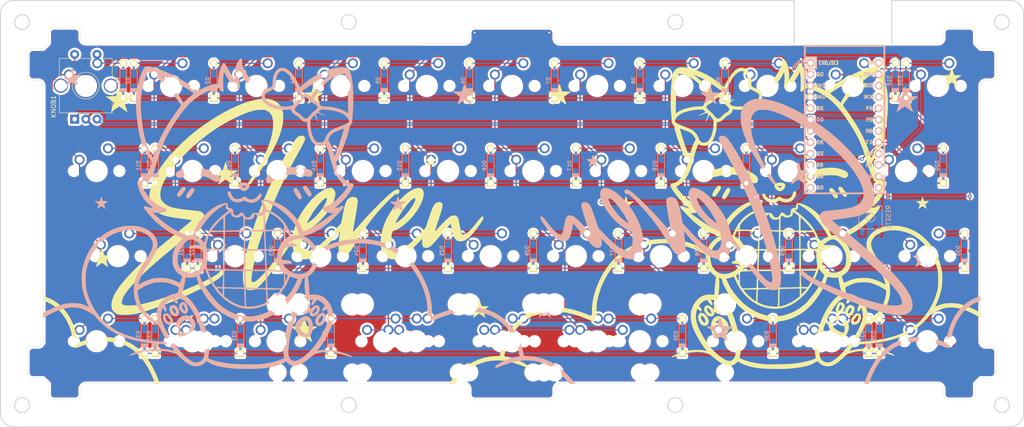
<source format=kicad_pcb>
(kicad_pcb (version 20171130) (host pcbnew "(5.1.4)-1")
  (layers (0 F.Cu signal hide) (31 B.Cu signal hide) (34 B.Paste user hide) (35 F.Paste user hide) (36 B.SilkS user hide) (37 F.SilkS user hide) (38 B.Mask user hide) (39 F.Mask user hide) (44 Edge.Cuts user))
  (net 0 "")
  (net 1 "Net-(D2-Pad2)")
  (net 2 "Net-(D3-Pad2)")
  (net 3 "Net-(D4-Pad2)")
  (net 4 "Net-(D5-Pad2)")
  (net 5 "Net-(D6-Pad2)")
  (net 6 "Net-(D7-Pad2)")
  (net 7 "Net-(D8-Pad2)")
  (net 8 "Net-(D9-Pad2)")
  (net 9 "Net-(D10-Pad2)")
  (net 10 "Net-(D11-Pad2)")
  (net 11 "Net-(D12-Pad2)")
  (net 12 "Net-(D13-Pad2)")
  (net 13 "Net-(D14-Pad2)")
  (net 14 "Net-(D15-Pad2)")
  (net 15 "Net-(D16-Pad2)")
  (net 16 "Net-(D17-Pad2)")
  (net 17 "Net-(D18-Pad2)")
  (net 18 "Net-(D19-Pad2)")
  (net 19 "Net-(D20-Pad2)")
  (net 20 "Net-(D21-Pad2)")
  (net 21 "Net-(D22-Pad2)")
  (net 22 "Net-(D23-Pad2)")
  (net 23 "Net-(D24-Pad2)")
  (net 24 "Net-(D25-Pad2)")
  (net 25 "Net-(D26-Pad2)")
  (net 26 "Net-(D27-Pad2)")
  (net 27 "Net-(D28-Pad2)")
  (net 28 "Net-(D29-Pad2)")
  (net 29 "Net-(D30-Pad2)")
  (net 30 "Net-(D31-Pad2)")
  (net 31 "Net-(D32-Pad2)")
  (net 32 "Net-(D33-Pad2)")
  (net 33 "Net-(D34-Pad2)")
  (net 34 "Net-(D35-Pad2)")
  (net 35 "Net-(D36-Pad2)")
  (net 36 "Net-(D37-Pad2)")
  (net 37 "Net-(D38-Pad2)")
  (net 38 "Net-(D39-Pad2)")
  (net 39 "Net-(PM1-Pad16)")
  (net 40 "Net-(PM1-Pad10)")
  (net 41 row1)
  (net 42 row2)
  (net 43 row3)
  (net 44 row4)
  (net 45 PM1)
  (net 46 gnd)
  (net 47 PM2)
  (net 48 M2)
  (net 49 M1)
  (net 50 col2)
  (net 51 col3)
  (net 52 col4)
  (net 53 col5)
  (net 54 col6)
  (net 55 col7)
  (net 56 col8)
  (net 57 col9)
  (net 58 col10)
  (net 59 rst)
  (net 60 raw)
  (net 61 vcc)
  (module MX_Only:MXOnly-1.25U-NoLED (layer F.Cu) (at 226.2197 83.3441)
    (fp_text reference MX38)
    (fp_text value MX-NoLED)
    (pad 2 thru_hole circle (at 2.54 -5.08) (size 2.25 2.25) (drill 1.47) (layers *.Cu B.Mask) (net 37 "Net-(D38-Pad2)"))
    (pad "" np_thru_hole circle (at 0 0) (size 3.9878 3.9878) (drill 3.9878) (layers *.Cu *.Mask))
    (pad 1 thru_hole circle (at -3.81 -2.54) (size 2.25 2.25) (drill 1.47) (layers *.Cu B.Mask) (net 57 col9))
    (pad "" np_thru_hole circle (at -5.08 0 48.0996) (size 1.75 1.75) (drill 1.75) (layers *.Cu *.Mask))
    (pad "" np_thru_hole circle (at 5.08 0 48.0996) (size 1.75 1.75) (drill 1.75) (layers *.Cu *.Mask))
  )
  (module "Eleven:eleven art 1" (layer B.Cu) (at 133.35056 54.76898 180)
    (fp_text reference G*** hide)
    (fp_text value LOGO hide)
  )
  (module "Eleven:eleven art 1" (layer F.Cu) (at 133.35056 54.76898)
    (fp_text reference G*** hide)
    (fp_text value LOGO hide)
  )
  (module MX_Only:MXOnly-1U-NoLED (layer F.Cu) (at 209.55088 26.19386)
    (fp_text reference MX10)
    (fp_text value MX-NoLED)
    (pad 2 thru_hole circle (at 2.54 -5.08) (size 2.25 2.25) (drill 1.47) (layers *.Cu B.Mask) (net 9 "Net-(D10-Pad2)"))
    (pad "" np_thru_hole circle (at 0 0) (size 3.9878 3.9878) (drill 3.9878) (layers *.Cu *.Mask))
    (pad 1 thru_hole circle (at -3.81 -2.54) (size 2.25 2.25) (drill 1.47) (layers *.Cu B.Mask) (net 58 col10))
    (pad "" np_thru_hole circle (at -5.08 0 48.0996) (size 1.75 1.75) (drill 1.75) (layers *.Cu *.Mask))
  )
  (module MX_Only:MXOnly-3U-ReversedStabilizers-NoLED (layer F.Cu) (at 161.92568 83.3441)
    (fp_text reference MX35-3u1)
    (fp_text value MX-NoLED)
    (pad 2 thru_hole circle (at 2.54 -5.08) (size 2.25 2.25) (drill 1.47) (layers *.Cu B.Mask) (net 34 "Net-(D35-Pad2)"))
    (pad 1 thru_hole circle (at -3.81 -2.54 48.1) (size 2.25 2.25) (drill 1.47) (layers *.Cu B.Mask) (net 54 col6))
    (pad "" np_thru_hole circle (at 0 0) (size 3.9878 3.9878) (drill 3.9878) (layers *.Cu *.Mask))
    (pad "" np_thru_hole circle (at -5.08 0 48.0996) (size 1.75 1.75) (drill 1.75) (layers *.Cu *.Mask))
    (pad "" np_thru_hole circle (at 5.08 0 48.0996) (size 1.75 1.75) (drill 1.75) (layers *.Cu *.Mask))
    (pad "" np_thru_hole circle (at -19.05 6.985) (size 3.048 3.048) (drill 3.048) (layers *.Cu *.Mask))
    (pad "" np_thru_hole circle (at 19.05 6.985) (size 3.048 3.048) (drill 3.048) (layers *.Cu *.Mask))
    (pad "" np_thru_hole circle (at -19.05 -8.255) (size 3.9878 3.9878) (drill 3.9878) (layers *.Cu *.Mask))
    (pad "" np_thru_hole circle (at 19.05 -8.255) (size 3.9878 3.9878) (drill 3.9878) (layers *.Cu *.Mask))
  )
  (module MX_Only:MXOnly-3U-ReversedStabilizers-NoLED (layer F.Cu) (at 104.77544 83.3441)
    (fp_text reference MX34-3u1)
    (fp_text value MX-NoLED)
    (pad 2 thru_hole circle (at 2.54 -5.08) (size 2.25 2.25) (drill 1.47) (layers *.Cu B.Mask) (net 33 "Net-(D34-Pad2)"))
    (pad 1 thru_hole circle (at -3.81 -2.54 48.1) (size 2.25 2.25) (drill 1.47) (layers *.Cu B.Mask) (net 52 col4))
    (pad "" np_thru_hole circle (at 0 0) (size 3.9878 3.9878) (drill 3.9878) (layers *.Cu *.Mask))
    (pad "" np_thru_hole circle (at -5.08 0 48.0996) (size 1.75 1.75) (drill 1.75) (layers *.Cu *.Mask))
    (pad "" np_thru_hole circle (at 5.08 0 48.0996) (size 1.75 1.75) (drill 1.75) (layers *.Cu *.Mask))
    (pad "" np_thru_hole circle (at -19.05 6.985) (size 3.048 3.048) (drill 3.048) (layers *.Cu *.Mask))
    (pad "" np_thru_hole circle (at 19.05 6.985) (size 3.048 3.048) (drill 3.048) (layers *.Cu *.Mask))
    (pad "" np_thru_hole circle (at -19.05 -8.255) (size 3.9878 3.9878) (drill 3.9878) (layers *.Cu *.Mask))
    (pad "" np_thru_hole circle (at 19.05 -8.255) (size 3.9878 3.9878) (drill 3.9878) (layers *.Cu *.Mask))
  )
  (module MX_Only:MXOnly-6U-Centered-ReversedStabilizers-NoLED (layer F.Cu) (at 133.35056 83.3441)
    (fp_text reference MX35-6u1)
    (fp_text value MX-NoLED)
    (pad "" np_thru_hole circle (at 47.625 -8.255) (size 3.9878 3.9878) (drill 3.9878) (layers *.Cu *.Mask))
    (pad "" np_thru_hole circle (at -47.625 -8.255) (size 3.9878 3.9878) (drill 3.9878) (layers *.Cu *.Mask))
    (pad "" np_thru_hole circle (at 47.625 6.985) (size 3.048 3.048) (drill 3.048) (layers *.Cu *.Mask))
    (pad "" np_thru_hole circle (at -47.625 6.985) (size 3.048 3.048) (drill 3.048) (layers *.Cu *.Mask))
    (pad "" np_thru_hole circle (at 5.08 0 48.0996) (size 1.75 1.75) (drill 1.75) (layers *.Cu *.Mask))
    (pad "" np_thru_hole circle (at -5.08 0 48.0996) (size 1.75 1.75) (drill 1.75) (layers *.Cu *.Mask))
    (pad 1 thru_hole circle (at -3.81 -2.54) (size 2.25 2.25) (drill 1.47) (layers *.Cu B.Mask) (net 54 col6))
    (pad "" np_thru_hole circle (at 0 0) (size 3.9878 3.9878) (drill 3.9878) (layers *.Cu *.Mask))
    (pad 2 thru_hole circle (at 2.54 -5.08) (size 2.25 2.25) (drill 1.47) (layers *.Cu B.Mask) (net 34 "Net-(D35-Pad2)"))
  )
  (module MX_Only:MXOnly-6.25U-ReversedStabilizers-NoLED (layer F.Cu) (at 130.9693 83.3441)
    (fp_text reference MX35-6.25u1)
    (fp_text value MX-NoLED)
    (pad 2 thru_hole circle (at 2.54 -5.08) (size 2.25 2.25) (drill 1.47) (layers *.Cu B.Mask) (net 34 "Net-(D35-Pad2)"))
    (pad "" np_thru_hole circle (at 0 0) (size 3.9878 3.9878) (drill 3.9878) (layers *.Cu *.Mask))
    (pad 1 thru_hole circle (at -3.81 -2.54) (size 2.25 2.25) (drill 1.47) (layers *.Cu B.Mask) (net 54 col6))
    (pad "" np_thru_hole circle (at -5.08 0 48.0996) (size 1.75 1.75) (drill 1.75) (layers *.Cu *.Mask))
    (pad "" np_thru_hole circle (at 5.08 0 48.0996) (size 1.75 1.75) (drill 1.75) (layers *.Cu *.Mask))
    (pad "" np_thru_hole circle (at -49.9999 6.985) (size 3.048 3.048) (drill 3.048) (layers *.Cu *.Mask))
    (pad "" np_thru_hole circle (at 49.9999 6.985) (size 3.048 3.048) (drill 3.048) (layers *.Cu *.Mask))
    (pad "" np_thru_hole circle (at -49.9999 -8.255) (size 3.9878 3.9878) (drill 3.9878) (layers *.Cu *.Mask))
    (pad "" np_thru_hole circle (at 49.9999 -8.255) (size 3.9878 3.9878) (drill 3.9878) (layers *.Cu *.Mask))
  )
  (module MX_Only:MXOnly-1.25U-NoLED (layer F.Cu) (at 202.4071 83.3441)
    (fp_text reference MX37-1.25u1)
    (fp_text value MX-NoLED)
    (pad 2 thru_hole circle (at 2.54 -5.08) (size 2.25 2.25) (drill 1.47) (layers *.Cu B.Mask) (net 36 "Net-(D37-Pad2)"))
    (pad "" np_thru_hole circle (at 0 0) (size 3.9878 3.9878) (drill 3.9878) (layers *.Cu *.Mask))
    (pad 1 thru_hole circle (at -3.81 -2.54) (size 2.25 2.25) (drill 1.47) (layers *.Cu B.Mask) (net 56 col8))
    (pad "" np_thru_hole circle (at -5.08 0 48.0996) (size 1.75 1.75) (drill 1.75) (layers *.Cu *.Mask))
    (pad "" np_thru_hole circle (at 5.08 0 48.0996) (size 1.75 1.75) (drill 1.75) (layers *.Cu *.Mask))
  )
  (module MX_Only:MXOnly-1.25U-NoLED (layer F.Cu) (at 64.29402 83.3441)
    (fp_text reference MX32-1.25u1)
    (fp_text value MX-NoLED)
    (pad 2 thru_hole circle (at 2.54 -5.08) (size 2.25 2.25) (drill 1.47) (layers *.Cu B.Mask) (net 31 "Net-(D32-Pad2)"))
    (pad "" np_thru_hole circle (at 0 0) (size 3.9878 3.9878) (drill 3.9878) (layers *.Cu *.Mask))
    (pad 1 thru_hole circle (at -3.81 -2.54) (size 2.25 2.25) (drill 1.47) (layers *.Cu B.Mask) (net 50 col2))
    (pad "" np_thru_hole circle (at -5.08 0 48.0996) (size 1.75 1.75) (drill 1.75) (layers *.Cu *.Mask))
    (pad "" np_thru_hole circle (at 5.08 0 48.0996) (size 1.75 1.75) (drill 1.75) (layers *.Cu *.Mask))
  )
  (module MX_Only:MXOnly-2U-ReversedStabilizers-NoLED (layer F.Cu) (at 152.40064 83.3441)
    (fp_text reference MX35-2u1)
    (fp_text value MX-NoLED)
    (pad 2 thru_hole circle (at 2.54 -5.08) (size 2.25 2.25) (drill 1.47) (layers *.Cu B.Mask) (net 34 "Net-(D35-Pad2)"))
    (pad "" np_thru_hole circle (at 0 0) (size 3.9878 3.9878) (drill 3.9878) (layers *.Cu *.Mask))
    (pad 1 thru_hole circle (at -3.81 -2.54) (size 2.25 2.25) (drill 1.47) (layers *.Cu B.Mask) (net 54 col6))
    (pad "" np_thru_hole circle (at -5.08 0 48.0996) (size 1.75 1.75) (drill 1.75) (layers *.Cu *.Mask))
    (pad "" np_thru_hole circle (at 5.08 0 48.0996) (size 1.75 1.75) (drill 1.75) (layers *.Cu *.Mask))
    (pad "" np_thru_hole circle (at -11.90625 6.985) (size 3.048 3.048) (drill 3.048) (layers *.Cu *.Mask))
    (pad "" np_thru_hole circle (at 11.90625 6.985) (size 3.048 3.048) (drill 3.048) (layers *.Cu *.Mask))
    (pad "" np_thru_hole circle (at -11.90625 -8.255) (size 3.9878 3.9878) (drill 3.9878) (layers *.Cu *.Mask))
    (pad "" np_thru_hole circle (at 11.90625 -8.255) (size 3.9878 3.9878) (drill 3.9878) (layers *.Cu *.Mask))
  )
  (module MX_Only:MXOnly-2.25U-ReversedStabilizers-NoLED (layer F.Cu) (at 111.91922 83.3441)
    (fp_text reference MX34-2.25u1)
    (fp_text value MX-NoLED)
    (pad 2 thru_hole circle (at 2.54 -5.08) (size 2.25 2.25) (drill 1.47) (layers *.Cu B.Mask) (net 33 "Net-(D34-Pad2)"))
    (pad "" np_thru_hole circle (at 0 0) (size 3.9878 3.9878) (drill 3.9878) (layers *.Cu *.Mask))
    (pad 1 thru_hole circle (at -3.81 -2.54) (size 2.25 2.25) (drill 1.47) (layers *.Cu B.Mask) (net 52 col4))
    (pad "" np_thru_hole circle (at -5.08 0 48.0996) (size 1.75 1.75) (drill 1.75) (layers *.Cu *.Mask))
    (pad "" np_thru_hole circle (at 5.08 0 48.0996) (size 1.75 1.75) (drill 1.75) (layers *.Cu *.Mask))
    (pad "" np_thru_hole circle (at -11.90625 6.985) (size 3.048 3.048) (drill 3.048) (layers *.Cu *.Mask))
    (pad "" np_thru_hole circle (at 11.90625 6.985) (size 3.048 3.048) (drill 3.048) (layers *.Cu *.Mask))
    (pad "" np_thru_hole circle (at -11.90625 -8.255) (size 3.9878 3.9878) (drill 3.9878) (layers *.Cu *.Mask))
    (pad "" np_thru_hole circle (at 11.90625 -8.255) (size 3.9878 3.9878) (drill 3.9878) (layers *.Cu *.Mask))
  )
  (module Rotary_Encoder:RotaryEncoder_Alps_EC11E-Switch_Vertical_H20mm_CircularMountingHoles (layer F.Cu) (at 38.10016 26.19386 90)
    (fp_text reference KNOB1 (at -4.63204 -7.2273 90) (layer F.SilkS))
    (fp_text value Rotary_Encoder_Switch)
    (pad A thru_hole rect (at -7.43204 -2.5273 90) (size 2 2) (drill 1) (layers *.Cu *.Mask) (net 45 PM1))
    (pad C thru_hole circle (at -7.43204 -0.0273 90) (size 2 2) (drill 1) (layers *.Cu *.Mask) (net 46 gnd))
    (pad B thru_hole circle (at -7.43204 2.4727 90) (size 2 2) (drill 1) (layers *.Cu *.Mask) (net 47 PM2))
    (pad MP thru_hole circle (at 0.06796 -5.6273 90) (size 3.2 3.2) (drill 2.6) (layers *.Cu *.Mask))
    (pad MP thru_hole circle (at 0.06796 5.5727 90) (size 3.2 3.2) (drill 2.6) (layers *.Cu *.Mask))
    (pad S2 thru_hole circle (at 7.06796 -2.5273 90) (size 2 2) (drill 1) (layers *.Cu *.Mask) (net 48 M2))
    (pad S1 thru_hole circle (at 7.06796 2.4727 90) (size 2 2) (drill 1) (layers *.Cu *.Mask) (net 49 M1))
  )
  (module random-keyboard-parts:SKQG-1155865 (layer B.Cu) (at 213.48192 55.62346 270)
    (fp_text reference RESET1 (at 0 -4.064 90) (layer B.SilkS) (effects (justify mirror)))
    (fp_text value SW_Push)
    (pad 4 smd rect (at -3.1 -1.85 270) (size 1.8 1.1) (layers B.Cu B.Paste B.Mask))
    (pad 3 smd rect (at 3.1 1.85 270) (size 1.8 1.1) (layers B.Cu B.Paste B.Mask))
    (pad 2 smd rect (at -3.1 1.85 270) (size 1.8 1.1) (layers B.Cu B.Paste B.Mask) (net 59 rst))
    (pad 1 smd rect (at 3.1 -1.85 270) (size 1.8 1.1) (layers B.Cu B.Paste B.Mask) (net 46 gnd))
  )
  (module keebio-parts:ArduinoProMicro (layer F.Cu) (at 207.71358 35.01644 270)
    (fp_text reference PM1 hide)
    (fp_text value ProMicro hide)
    (fp_text user ST (at -8.91 -5.04) (layer B.SilkS) (effects (font (size 0.8 0.8)) (justify mirror)))
    (fp_text user TX0/D3 (at -13.97 3.571872) (layer F.SilkS) (effects (font (size 0.8 0.8))))
    (fp_text user TX0/D3 (at -13.97 3.571872) (layer B.SilkS) (effects (font (size 0.8 0.8)) (justify mirror)))
    (fp_text user D2 (at -11.43 5.461) (layer F.SilkS) (effects (font (size 0.8 0.8))))
    (fp_text user D0 (at -1.27 5.461) (layer F.SilkS) (effects (font (size 0.8 0.8))))
    (fp_text user D1 (at -3.81 5.461) (layer F.SilkS) (effects (font (size 0.8 0.8))))
    (fp_text user GND (at -6.35 5.461) (layer F.SilkS) (effects (font (size 0.8 0.8))))
    (fp_text user GND (at -8.89 5.461) (layer F.SilkS) (effects (font (size 0.8 0.8))))
    (fp_text user D4 (at 1.27 5.461) (layer F.SilkS) (effects (font (size 0.8 0.8))))
    (fp_text user C6 (at 3.81 5.461) (layer F.SilkS) (effects (font (size 0.8 0.8))))
    (fp_text user D7 (at 6.35 5.461) (layer F.SilkS) (effects (font (size 0.8 0.8))))
    (fp_text user E6 (at 8.89 5.461) (layer F.SilkS) (effects (font (size 0.8 0.8))))
    (fp_text user B4 (at 11.43 5.461) (layer F.SilkS) (effects (font (size 0.8 0.8))))
    (fp_text user B5 (at 13.97 5.461) (layer F.SilkS) (effects (font (size 0.8 0.8))))
    (fp_text user B6 (at 13.97 -5.461) (layer F.SilkS) (effects (font (size 0.8 0.8))))
    (fp_text user B2 (at 11.43 -5.461) (layer B.SilkS) (effects (font (size 0.8 0.8)) (justify mirror)))
    (fp_text user B3 (at 8.89 -5.461) (layer F.SilkS) (effects (font (size 0.8 0.8))))
    (fp_text user B1 (at 6.35 -5.461) (layer F.SilkS) (effects (font (size 0.8 0.8))))
    (fp_text user F7 (at 3.81 -5.461) (layer B.SilkS) (effects (font (size 0.8 0.8)) (justify mirror)))
    (fp_text user F6 (at 1.27 -5.461) (layer B.SilkS) (effects (font (size 0.8 0.8)) (justify mirror)))
    (fp_text user F5 (at -1.27 -5.461) (layer B.SilkS) (effects (font (size 0.8 0.8)) (justify mirror)))
    (fp_text user F4 (at -3.81 -5.461) (layer F.SilkS) (effects (font (size 0.8 0.8))))
    (fp_text user VCC (at -6.35 -5.461) (layer F.SilkS) (effects (font (size 0.8 0.8))))
    (fp_text user ST (at -8.92 -5.73312) (layer F.SilkS) (effects (font (size 0.8 0.8))))
    (fp_text user GND (at -11.43 -5.461) (layer F.SilkS) (effects (font (size 0.8 0.8))))
    (fp_text user RAW (at -13.97 -5.461) (layer F.SilkS) (effects (font (size 0.8 0.8))))
    (fp_text user RAW (at -13.97 -5.461) (layer B.SilkS) (effects (font (size 0.8 0.8)) (justify mirror)))
    (fp_text user GND (at -11.43 -5.461) (layer B.SilkS) (effects (font (size 0.8 0.8)) (justify mirror)))
    (fp_text user VCC (at -6.35 -5.461) (layer B.SilkS) (effects (font (size 0.8 0.8)) (justify mirror)))
    (fp_text user F4 (at -3.81 -5.461) (layer B.SilkS) (effects (font (size 0.8 0.8)) (justify mirror)))
    (fp_text user F5 (at -1.27 -5.461) (layer F.SilkS) (effects (font (size 0.8 0.8))))
    (fp_text user F6 (at 1.27 -5.461) (layer F.SilkS) (effects (font (size 0.8 0.8))))
    (fp_text user F7 (at 3.81 -5.461) (layer F.SilkS) (effects (font (size 0.8 0.8))))
    (fp_text user B1 (at 6.35 -5.461) (layer B.SilkS) (effects (font (size 0.8 0.8)) (justify mirror)))
    (fp_text user B3 (at 8.89 -5.461) (layer B.SilkS) (effects (font (size 0.8 0.8)) (justify mirror)))
    (fp_text user B2 (at 11.43 -5.461) (layer F.SilkS) (effects (font (size 0.8 0.8))))
    (fp_text user B6 (at 13.97 -5.461) (layer B.SilkS) (effects (font (size 0.8 0.8)) (justify mirror)))
    (fp_text user B5 (at 13.97 5.461) (layer B.SilkS) (effects (font (size 0.8 0.8)) (justify mirror)))
    (fp_text user B4 (at 11.43 5.461) (layer B.SilkS) (effects (font (size 0.8 0.8)) (justify mirror)))
    (fp_text user E6 (at 8.89 5.461) (layer B.SilkS) (effects (font (size 0.8 0.8)) (justify mirror)))
    (fp_text user D7 (at 6.35 5.461) (layer B.SilkS) (effects (font (size 0.8 0.8)) (justify mirror)))
    (fp_text user C6 (at 3.81 5.461) (layer B.SilkS) (effects (font (size 0.8 0.8)) (justify mirror)))
    (fp_text user D4 (at 1.27 5.461) (layer B.SilkS) (effects (font (size 0.8 0.8)) (justify mirror)))
    (fp_text user GND (at -8.89 5.461) (layer B.SilkS) (effects (font (size 0.8 0.8)) (justify mirror)))
    (fp_text user GND (at -6.35 5.461) (layer B.SilkS) (effects (font (size 0.8 0.8)) (justify mirror)))
    (fp_text user D1 (at -3.81 5.461) (layer B.SilkS) (effects (font (size 0.8 0.8)) (justify mirror)))
    (fp_text user D0 (at -1.27 5.461) (layer B.SilkS) (effects (font (size 0.8 0.8)) (justify mirror)))
    (fp_text user D2 (at -11.43 5.461) (layer B.SilkS) (effects (font (size 0.8 0.8)) (justify mirror)))
    (pad 24 thru_hole circle (at -13.97 -7.62 270) (size 1.7526 1.7526) (drill 1.0922) (layers *.Cu *.SilkS *.Mask) (net 60 raw))
    (pad 12 thru_hole circle (at 13.97 7.62 270) (size 1.7526 1.7526) (drill 1.0922) (layers *.Cu *.SilkS *.Mask) (net 56 col8))
    (pad 23 thru_hole circle (at -11.43 -7.62 270) (size 1.7526 1.7526) (drill 1.0922) (layers *.Cu *.SilkS *.Mask) (net 46 gnd))
    (pad 22 thru_hole circle (at -8.89 -7.62 270) (size 1.7526 1.7526) (drill 1.0922) (layers *.Cu *.SilkS *.Mask) (net 59 rst))
    (pad 21 thru_hole circle (at -6.35 -7.62 270) (size 1.7526 1.7526) (drill 1.0922) (layers *.Cu *.SilkS *.Mask) (net 61 vcc))
    (pad 20 thru_hole circle (at -3.81 -7.62 270) (size 1.7526 1.7526) (drill 1.0922) (layers *.Cu *.SilkS *.Mask) (net 45 PM1))
    (pad 19 thru_hole circle (at -1.27 -7.62 270) (size 1.7526 1.7526) (drill 1.0922) (layers *.Cu *.SilkS *.Mask) (net 47 PM2))
    (pad 18 thru_hole circle (at 1.27 -7.62 270) (size 1.7526 1.7526) (drill 1.0922) (layers *.Cu *.SilkS *.Mask) (net 41 row1))
    (pad 17 thru_hole circle (at 3.81 -7.62 270) (size 1.7526 1.7526) (drill 1.0922) (layers *.Cu *.SilkS *.Mask) (net 42 row2))
    (pad 16 thru_hole circle (at 6.35 -7.62 270) (size 1.7526 1.7526) (drill 1.0922) (layers *.Cu *.SilkS *.Mask) (net 39 "Net-(PM1-Pad16)"))
    (pad 15 thru_hole circle (at 8.89 -7.62 270) (size 1.7526 1.7526) (drill 1.0922) (layers *.Cu *.SilkS *.Mask) (net 58 col10))
    (pad 14 thru_hole circle (at 11.43 -7.62 270) (size 1.7526 1.7526) (drill 1.0922) (layers *.Cu *.SilkS *.Mask) (net 43 row3))
    (pad 13 thru_hole circle (at 13.97 -7.62 270) (size 1.7526 1.7526) (drill 1.0922) (layers *.Cu *.SilkS *.Mask) (net 44 row4))
    (pad 11 thru_hole circle (at 11.43 7.62 270) (size 1.7526 1.7526) (drill 1.0922) (layers *.Cu *.SilkS *.Mask) (net 55 col7))
    (pad 10 thru_hole circle (at 8.89 7.62 270) (size 1.7526 1.7526) (drill 1.0922) (layers *.Cu *.SilkS *.Mask) (net 40 "Net-(PM1-Pad10)"))
    (pad 9 thru_hole circle (at 6.35 7.62 270) (size 1.7526 1.7526) (drill 1.0922) (layers *.Cu *.SilkS *.Mask) (net 57 col9))
    (pad 8 thru_hole circle (at 3.81 7.62 270) (size 1.7526 1.7526) (drill 1.0922) (layers *.Cu *.SilkS *.Mask) (net 54 col6))
    (pad 7 thru_hole circle (at 1.27 7.62 270) (size 1.7526 1.7526) (drill 1.0922) (layers *.Cu *.SilkS *.Mask) (net 53 col5))
    (pad 6 thru_hole circle (at -1.27 7.62 270) (size 1.7526 1.7526) (drill 1.0922) (layers *.Cu *.SilkS *.Mask) (net 52 col4))
    (pad 5 thru_hole circle (at -3.81 7.62 270) (size 1.7526 1.7526) (drill 1.0922) (layers *.Cu *.SilkS *.Mask) (net 51 col3))
    (pad 4 thru_hole circle (at -6.35 7.62 270) (size 1.7526 1.7526) (drill 1.0922) (layers *.Cu *.SilkS *.Mask) (net 46 gnd))
    (pad 3 thru_hole circle (at -8.89 7.62 270) (size 1.7526 1.7526) (drill 1.0922) (layers *.Cu *.SilkS *.Mask) (net 46 gnd))
    (pad 2 thru_hole circle (at -11.43 7.62 270) (size 1.7526 1.7526) (drill 1.0922) (layers *.Cu *.SilkS *.Mask) (net 50 col2))
    (pad 1 thru_hole rect (at -13.97 7.62 270) (size 1.7526 1.7526) (drill 1.0922) (layers *.Cu *.SilkS *.Mask) (net 48 M2))
  )
  (module MX_Only:MXOnly-1U-NoLED (layer F.Cu) (at 228.60096 26.19386)
    (fp_text reference MX39)
    (fp_text value MX-NoLED)
    (pad 2 thru_hole circle (at 2.54 -5.08) (size 2.25 2.25) (drill 1.47) (layers *.Cu B.Mask) (net 38 "Net-(D39-Pad2)"))
    (pad "" np_thru_hole circle (at 0 0) (size 3.9878 3.9878) (drill 3.9878) (layers *.Cu *.Mask))
    (pad 1 thru_hole circle (at -3.81 -2.54) (size 2.25 2.25) (drill 1.47) (layers *.Cu B.Mask) (net 58 col10))
    (pad "" np_thru_hole circle (at -5.08 0 48.0996) (size 1.75 1.75) (drill 1.75) (layers *.Cu *.Mask))
    (pad "" np_thru_hole circle (at 5.08 0 48.0996) (size 1.75 1.75) (drill 1.75) (layers *.Cu *.Mask))
  )
  (module MX_Only:MXOnly-1U-NoLED (layer F.Cu) (at 204.78836 83.3441)
    (fp_text reference MX37)
    (fp_text value MX-NoLED)
    (pad 2 thru_hole circle (at 2.54 -5.08) (size 2.25 2.25) (drill 1.47) (layers *.Cu B.Mask) (net 36 "Net-(D37-Pad2)"))
    (pad "" np_thru_hole circle (at 0 0) (size 3.9878 3.9878) (drill 3.9878) (layers *.Cu *.Mask))
    (pad 1 thru_hole circle (at -3.81 -2.54) (size 2.25 2.25) (drill 1.47) (layers *.Cu B.Mask) (net 56 col8))
    (pad "" np_thru_hole circle (at -5.08 0 48.0996) (size 1.75 1.75) (drill 1.75) (layers *.Cu *.Mask))
    (pad "" np_thru_hole circle (at 5.08 0 48.0996) (size 1.75 1.75) (drill 1.75) (layers *.Cu *.Mask))
  )
  (module MX_Only:MXOnly-1.25U-NoLED (layer F.Cu) (at 183.35702 83.3441)
    (fp_text reference MX36)
    (fp_text value MX-NoLED)
    (pad 2 thru_hole circle (at 2.54 -5.08) (size 2.25 2.25) (drill 1.47) (layers *.Cu B.Mask) (net 35 "Net-(D36-Pad2)"))
    (pad "" np_thru_hole circle (at 0 0) (size 3.9878 3.9878) (drill 3.9878) (layers *.Cu *.Mask))
    (pad 1 thru_hole circle (at -3.81 -2.54) (size 2.25 2.25) (drill 1.47) (layers *.Cu B.Mask) (net 55 col7))
    (pad "" np_thru_hole circle (at -5.08 0 48.0996) (size 1.75 1.75) (drill 1.75) (layers *.Cu *.Mask))
    (pad "" np_thru_hole circle (at 5.08 0 48.0996) (size 1.75 1.75) (drill 1.75) (layers *.Cu *.Mask))
  )
  (module MX_Only:MXOnly-2.25U-ReversedStabilizers-NoLED (layer F.Cu) (at 150.01938 83.3441)
    (fp_text reference MX35)
    (fp_text value MX-NoLED)
    (pad 2 thru_hole circle (at 2.54 -5.08) (size 2.25 2.25) (drill 1.47) (layers *.Cu B.Mask) (net 34 "Net-(D35-Pad2)"))
    (pad "" np_thru_hole circle (at 0 0) (size 3.9878 3.9878) (drill 3.9878) (layers *.Cu *.Mask))
    (pad 1 thru_hole circle (at -3.81 -2.54) (size 2.25 2.25) (drill 1.47) (layers *.Cu B.Mask) (net 54 col6))
    (pad "" np_thru_hole circle (at -5.08 0 48.0996) (size 1.75 1.75) (drill 1.75) (layers *.Cu *.Mask))
    (pad "" np_thru_hole circle (at 5.08 0 48.0996) (size 1.75 1.75) (drill 1.75) (layers *.Cu *.Mask))
    (pad "" np_thru_hole circle (at -11.90625 6.985) (size 3.048 3.048) (drill 3.048) (layers *.Cu *.Mask))
    (pad "" np_thru_hole circle (at 11.90625 6.985) (size 3.048 3.048) (drill 3.048) (layers *.Cu *.Mask))
    (pad "" np_thru_hole circle (at -11.90625 -8.255) (size 3.9878 3.9878) (drill 3.9878) (layers *.Cu *.Mask))
    (pad "" np_thru_hole circle (at 11.90625 -8.255) (size 3.9878 3.9878) (drill 3.9878) (layers *.Cu *.Mask))
  )
  (module MX_Only:MXOnly-2U-ReversedStabilizers-NoLED (layer F.Cu) (at 109.53796 83.3441)
    (fp_text reference MX34)
    (fp_text value MX-NoLED)
    (pad 2 thru_hole circle (at 2.54 -5.08) (size 2.25 2.25) (drill 1.47) (layers *.Cu B.Mask) (net 33 "Net-(D34-Pad2)"))
    (pad "" np_thru_hole circle (at 0 0) (size 3.9878 3.9878) (drill 3.9878) (layers *.Cu *.Mask))
    (pad 1 thru_hole circle (at -3.81 -2.54) (size 2.25 2.25) (drill 1.47) (layers *.Cu B.Mask) (net 52 col4))
    (pad "" np_thru_hole circle (at -5.08 0 48.0996) (size 1.75 1.75) (drill 1.75) (layers *.Cu *.Mask))
    (pad "" np_thru_hole circle (at 5.08 0 48.0996) (size 1.75 1.75) (drill 1.75) (layers *.Cu *.Mask))
    (pad "" np_thru_hole circle (at -11.90625 6.985) (size 3.048 3.048) (drill 3.048) (layers *.Cu *.Mask))
    (pad "" np_thru_hole circle (at 11.90625 6.985) (size 3.048 3.048) (drill 3.048) (layers *.Cu *.Mask))
    (pad "" np_thru_hole circle (at -11.90625 -8.255) (size 3.9878 3.9878) (drill 3.9878) (layers *.Cu *.Mask))
    (pad "" np_thru_hole circle (at 11.90625 -8.255) (size 3.9878 3.9878) (drill 3.9878) (layers *.Cu *.Mask))
  )
  (module MX_Only:MXOnly-1U-NoLED (layer F.Cu) (at 80.96284 83.3441)
    (fp_text reference MX33)
    (fp_text value MX-NoLED)
    (pad 2 thru_hole circle (at 2.54 -5.08) (size 2.25 2.25) (drill 1.47) (layers *.Cu B.Mask) (net 32 "Net-(D33-Pad2)"))
    (pad "" np_thru_hole circle (at 0 0) (size 3.9878 3.9878) (drill 3.9878) (layers *.Cu *.Mask))
    (pad 1 thru_hole circle (at -3.81 -2.54) (size 2.25 2.25) (drill 1.47) (layers *.Cu B.Mask) (net 51 col3))
    (pad "" np_thru_hole circle (at -5.08 0 48.0996) (size 1.75 1.75) (drill 1.75) (layers *.Cu *.Mask))
    (pad "" np_thru_hole circle (at 5.08 0 48.0996) (size 1.75 1.75) (drill 1.75) (layers *.Cu *.Mask))
  )
  (module MX_Only:MXOnly-1U-NoLED (layer F.Cu) (at 61.91276 83.3441)
    (fp_text reference MX32)
    (fp_text value MX-NoLED)
    (pad 2 thru_hole circle (at 2.54 -5.08) (size 2.25 2.25) (drill 1.47) (layers *.Cu B.Mask) (net 31 "Net-(D32-Pad2)"))
    (pad "" np_thru_hole circle (at 0 0) (size 3.9878 3.9878) (drill 3.9878) (layers *.Cu *.Mask))
    (pad 1 thru_hole circle (at -3.81 -2.54) (size 2.25 2.25) (drill 1.47) (layers *.Cu B.Mask) (net 50 col2))
    (pad "" np_thru_hole circle (at -5.08 0 48.0996) (size 1.75 1.75) (drill 1.75) (layers *.Cu *.Mask))
    (pad "" np_thru_hole circle (at 5.08 0 48.0996) (size 1.75 1.75) (drill 1.75) (layers *.Cu *.Mask))
  )
  (module MX_Only:MXOnly-1.25U-NoLED (layer F.Cu) (at 40.48142 83.3441)
    (fp_text reference MX31)
    (fp_text value MX-NoLED)
    (pad 2 thru_hole circle (at 2.54 -5.08) (size 2.25 2.25) (drill 1.47) (layers *.Cu B.Mask) (net 30 "Net-(D31-Pad2)"))
    (pad "" np_thru_hole circle (at 0 0) (size 3.9878 3.9878) (drill 3.9878) (layers *.Cu *.Mask))
    (pad 1 thru_hole circle (at -3.81 -2.54) (size 2.25 2.25) (drill 1.47) (layers *.Cu B.Mask) (net 48 M2))
    (pad "" np_thru_hole circle (at -5.08 0 48.0996) (size 1.75 1.75) (drill 1.75) (layers *.Cu *.Mask))
    (pad "" np_thru_hole circle (at 5.08 0 48.0996) (size 1.75 1.75) (drill 1.75) (layers *.Cu *.Mask))
  )
  (module MX_Only:MXOnly-1.25U-NoLED (layer F.Cu) (at 226.2197 64.29402)
    (fp_text reference MX30)
    (fp_text value MX-NoLED)
    (pad 2 thru_hole circle (at 2.54 -5.08) (size 2.25 2.25) (drill 1.47) (layers *.Cu B.Mask) (net 29 "Net-(D30-Pad2)"))
    (pad "" np_thru_hole circle (at 0 0) (size 3.9878 3.9878) (drill 3.9878) (layers *.Cu *.Mask))
    (pad 1 thru_hole circle (at -3.81 -2.54) (size 2.25 2.25) (drill 1.47) (layers *.Cu B.Mask) (net 58 col10))
    (pad "" np_thru_hole circle (at -5.08 0 48.0996) (size 1.75 1.75) (drill 1.75) (layers *.Cu *.Mask))
    (pad "" np_thru_hole circle (at 5.08 0 48.0996) (size 1.75 1.75) (drill 1.75) (layers *.Cu *.Mask))
  )
  (module MX_Only:MXOnly-1U-NoLED (layer F.Cu) (at 204.78836 64.29402)
    (fp_text reference MX29)
    (fp_text value MX-NoLED)
    (pad 2 thru_hole circle (at 2.54 -5.08) (size 2.25 2.25) (drill 1.47) (layers *.Cu B.Mask) (net 28 "Net-(D29-Pad2)"))
    (pad "" np_thru_hole circle (at 0 0) (size 3.9878 3.9878) (drill 3.9878) (layers *.Cu *.Mask))
    (pad 1 thru_hole circle (at -3.81 -2.54) (size 2.25 2.25) (drill 1.47) (layers *.Cu B.Mask) (net 57 col9))
    (pad "" np_thru_hole circle (at -5.08 0 48.0996) (size 1.75 1.75) (drill 1.75) (layers *.Cu *.Mask))
    (pad "" np_thru_hole circle (at 5.08 0 48.0996) (size 1.75 1.75) (drill 1.75) (layers *.Cu *.Mask))
  )
  (module MX_Only:MXOnly-1U-NoLED (layer F.Cu) (at 185.73828 64.29402)
    (fp_text reference MX28)
    (fp_text value MX-NoLED)
    (pad 2 thru_hole circle (at 2.54 -5.08) (size 2.25 2.25) (drill 1.47) (layers *.Cu B.Mask) (net 27 "Net-(D28-Pad2)"))
    (pad "" np_thru_hole circle (at 0 0) (size 3.9878 3.9878) (drill 3.9878) (layers *.Cu *.Mask))
    (pad 1 thru_hole circle (at -3.81 -2.54) (size 2.25 2.25) (drill 1.47) (layers *.Cu B.Mask) (net 56 col8))
    (pad "" np_thru_hole circle (at -5.08 0 48.0996) (size 1.75 1.75) (drill 1.75) (layers *.Cu *.Mask))
    (pad "" np_thru_hole circle (at 5.08 0 48.0996) (size 1.75 1.75) (drill 1.75) (layers *.Cu *.Mask))
  )
  (module MX_Only:MXOnly-1U-NoLED (layer F.Cu) (at 166.6882 64.29402)
    (fp_text reference MX27)
    (fp_text value MX-NoLED)
    (pad 2 thru_hole circle (at 2.54 -5.08) (size 2.25 2.25) (drill 1.47) (layers *.Cu B.Mask) (net 26 "Net-(D27-Pad2)"))
    (pad "" np_thru_hole circle (at 0 0) (size 3.9878 3.9878) (drill 3.9878) (layers *.Cu *.Mask))
    (pad 1 thru_hole circle (at -3.81 -2.54) (size 2.25 2.25) (drill 1.47) (layers *.Cu B.Mask) (net 55 col7))
    (pad "" np_thru_hole circle (at -5.08 0 48.0996) (size 1.75 1.75) (drill 1.75) (layers *.Cu *.Mask))
    (pad "" np_thru_hole circle (at 5.08 0 48.0996) (size 1.75 1.75) (drill 1.75) (layers *.Cu *.Mask))
  )
  (module MX_Only:MXOnly-1U-NoLED (layer F.Cu) (at 147.63812 64.29402)
    (fp_text reference MX26)
    (fp_text value MX-NoLED)
    (pad 2 thru_hole circle (at 2.54 -5.08) (size 2.25 2.25) (drill 1.47) (layers *.Cu B.Mask) (net 25 "Net-(D26-Pad2)"))
    (pad "" np_thru_hole circle (at 0 0) (size 3.9878 3.9878) (drill 3.9878) (layers *.Cu *.Mask))
    (pad 1 thru_hole circle (at -3.81 -2.54) (size 2.25 2.25) (drill 1.47) (layers *.Cu B.Mask) (net 54 col6))
    (pad "" np_thru_hole circle (at -5.08 0 48.0996) (size 1.75 1.75) (drill 1.75) (layers *.Cu *.Mask))
    (pad "" np_thru_hole circle (at 5.08 0 48.0996) (size 1.75 1.75) (drill 1.75) (layers *.Cu *.Mask))
  )
  (module MX_Only:MXOnly-1U-NoLED (layer F.Cu) (at 128.58804 64.29402)
    (fp_text reference MX25)
    (fp_text value MX-NoLED)
    (pad 2 thru_hole circle (at 2.54 -5.08) (size 2.25 2.25) (drill 1.47) (layers *.Cu B.Mask) (net 24 "Net-(D25-Pad2)"))
    (pad "" np_thru_hole circle (at 0 0) (size 3.9878 3.9878) (drill 3.9878) (layers *.Cu *.Mask))
    (pad 1 thru_hole circle (at -3.81 -2.54) (size 2.25 2.25) (drill 1.47) (layers *.Cu B.Mask) (net 53 col5))
    (pad "" np_thru_hole circle (at -5.08 0 48.0996) (size 1.75 1.75) (drill 1.75) (layers *.Cu *.Mask))
    (pad "" np_thru_hole circle (at 5.08 0 48.0996) (size 1.75 1.75) (drill 1.75) (layers *.Cu *.Mask))
  )
  (module MX_Only:MXOnly-1U-NoLED (layer F.Cu) (at 109.53796 64.29402)
    (fp_text reference MX24)
    (fp_text value MX-NoLED)
    (pad 2 thru_hole circle (at 2.54 -5.08) (size 2.25 2.25) (drill 1.47) (layers *.Cu B.Mask) (net 23 "Net-(D24-Pad2)"))
    (pad "" np_thru_hole circle (at 0 0) (size 3.9878 3.9878) (drill 3.9878) (layers *.Cu *.Mask))
    (pad 1 thru_hole circle (at -3.81 -2.54) (size 2.25 2.25) (drill 1.47) (layers *.Cu B.Mask) (net 52 col4))
    (pad "" np_thru_hole circle (at -5.08 0 48.0996) (size 1.75 1.75) (drill 1.75) (layers *.Cu *.Mask))
    (pad "" np_thru_hole circle (at 5.08 0 48.0996) (size 1.75 1.75) (drill 1.75) (layers *.Cu *.Mask))
  )
  (module MX_Only:MXOnly-1U-NoLED (layer F.Cu) (at 90.48788 64.29402)
    (fp_text reference MX23)
    (fp_text value MX-NoLED)
    (pad 2 thru_hole circle (at 2.54 -5.08) (size 2.25 2.25) (drill 1.47) (layers *.Cu B.Mask) (net 22 "Net-(D23-Pad2)"))
    (pad "" np_thru_hole circle (at 0 0) (size 3.9878 3.9878) (drill 3.9878) (layers *.Cu *.Mask))
    (pad 1 thru_hole circle (at -3.81 -2.54) (size 2.25 2.25) (drill 1.47) (layers *.Cu B.Mask) (net 51 col3))
    (pad "" np_thru_hole circle (at -5.08 0 48.0996) (size 1.75 1.75) (drill 1.75) (layers *.Cu *.Mask))
    (pad "" np_thru_hole circle (at 5.08 0 48.0996) (size 1.75 1.75) (drill 1.75) (layers *.Cu *.Mask))
  )
  (module MX_Only:MXOnly-1U-NoLED (layer F.Cu) (at 71.4378 64.29402)
    (fp_text reference MX22)
    (fp_text value MX-NoLED)
    (pad 2 thru_hole circle (at 2.54 -5.08) (size 2.25 2.25) (drill 1.47) (layers *.Cu B.Mask) (net 21 "Net-(D22-Pad2)"))
    (pad "" np_thru_hole circle (at 0 0) (size 3.9878 3.9878) (drill 3.9878) (layers *.Cu *.Mask))
    (pad 1 thru_hole circle (at -3.81 -2.54) (size 2.25 2.25) (drill 1.47) (layers *.Cu B.Mask) (net 50 col2))
    (pad "" np_thru_hole circle (at -5.08 0 48.0996) (size 1.75 1.75) (drill 1.75) (layers *.Cu *.Mask))
    (pad "" np_thru_hole circle (at 5.08 0 48.0996) (size 1.75 1.75) (drill 1.75) (layers *.Cu *.Mask))
  )
  (module MX_Only:MXOnly-1.75U-NoLED (layer F.Cu) (at 45.24394 64.29402)
    (fp_text reference MX21)
    (fp_text value MX-NoLED)
    (pad 2 thru_hole circle (at 2.54 -5.08) (size 2.25 2.25) (drill 1.47) (layers *.Cu B.Mask) (net 20 "Net-(D21-Pad2)"))
    (pad "" np_thru_hole circle (at 0 0) (size 3.9878 3.9878) (drill 3.9878) (layers *.Cu *.Mask))
    (pad 1 thru_hole circle (at -3.81 -2.54) (size 2.25 2.25) (drill 1.47) (layers *.Cu B.Mask) (net 48 M2))
    (pad "" np_thru_hole circle (at -5.08 0 48.0996) (size 1.75 1.75) (drill 1.75) (layers *.Cu *.Mask))
    (pad "" np_thru_hole circle (at 5.08 0 48.0996) (size 1.75 1.75) (drill 1.75) (layers *.Cu *.Mask))
  )
  (module MX_Only:MXOnly-1.75U-NoLED (layer F.Cu) (at 221.45718 45.24394)
    (fp_text reference MX20)
    (fp_text value MX-NoLED)
    (pad 2 thru_hole circle (at 2.54 -5.08) (size 2.25 2.25) (drill 1.47) (layers *.Cu B.Mask) (net 19 "Net-(D20-Pad2)"))
    (pad "" np_thru_hole circle (at 0 0) (size 3.9878 3.9878) (drill 3.9878) (layers *.Cu *.Mask))
    (pad 1 thru_hole circle (at -3.81 -2.54) (size 2.25 2.25) (drill 1.47) (layers *.Cu B.Mask) (net 58 col10))
    (pad "" np_thru_hole circle (at -5.08 0 48.0996) (size 1.75 1.75) (drill 1.75) (layers *.Cu *.Mask))
    (pad "" np_thru_hole circle (at 5.08 0 48.0996) (size 1.75 1.75) (drill 1.75) (layers *.Cu *.Mask))
  )
  (module MX_Only:MXOnly-1U-NoLED (layer F.Cu) (at 195.26332 45.24394)
    (fp_text reference MX19)
    (fp_text value MX-NoLED)
    (pad 2 thru_hole circle (at 2.54 -5.08) (size 2.25 2.25) (drill 1.47) (layers *.Cu B.Mask) (net 18 "Net-(D19-Pad2)"))
    (pad "" np_thru_hole circle (at 0 0) (size 3.9878 3.9878) (drill 3.9878) (layers *.Cu *.Mask))
    (pad 1 thru_hole circle (at -3.81 -2.54) (size 2.25 2.25) (drill 1.47) (layers *.Cu B.Mask) (net 57 col9))
    (pad "" np_thru_hole circle (at -5.08 0 48.0996) (size 1.75 1.75) (drill 1.75) (layers *.Cu *.Mask))
    (pad "" np_thru_hole circle (at 5.08 0 48.0996) (size 1.75 1.75) (drill 1.75) (layers *.Cu *.Mask))
  )
  (module MX_Only:MXOnly-1U-NoLED (layer F.Cu) (at 176.21324 45.24394)
    (fp_text reference MX18)
    (fp_text value MX-NoLED)
    (pad 2 thru_hole circle (at 2.54 -5.08) (size 2.25 2.25) (drill 1.47) (layers *.Cu B.Mask) (net 17 "Net-(D18-Pad2)"))
    (pad "" np_thru_hole circle (at 0 0) (size 3.9878 3.9878) (drill 3.9878) (layers *.Cu *.Mask))
    (pad 1 thru_hole circle (at -3.81 -2.54) (size 2.25 2.25) (drill 1.47) (layers *.Cu B.Mask) (net 56 col8))
    (pad "" np_thru_hole circle (at -5.08 0 48.0996) (size 1.75 1.75) (drill 1.75) (layers *.Cu *.Mask))
    (pad "" np_thru_hole circle (at 5.08 0 48.0996) (size 1.75 1.75) (drill 1.75) (layers *.Cu *.Mask))
  )
  (module MX_Only:MXOnly-1U-NoLED (layer F.Cu) (at 157.16316 45.24394)
    (fp_text reference MX17)
    (fp_text value MX-NoLED)
    (pad 2 thru_hole circle (at 2.54 -5.08) (size 2.25 2.25) (drill 1.47) (layers *.Cu B.Mask) (net 16 "Net-(D17-Pad2)"))
    (pad "" np_thru_hole circle (at 0 0) (size 3.9878 3.9878) (drill 3.9878) (layers *.Cu *.Mask))
    (pad 1 thru_hole circle (at -3.81 -2.54) (size 2.25 2.25) (drill 1.47) (layers *.Cu B.Mask) (net 55 col7))
    (pad "" np_thru_hole circle (at -5.08 0 48.0996) (size 1.75 1.75) (drill 1.75) (layers *.Cu *.Mask))
    (pad "" np_thru_hole circle (at 5.08 0 48.0996) (size 1.75 1.75) (drill 1.75) (layers *.Cu *.Mask))
  )
  (module MX_Only:MXOnly-1U-NoLED (layer F.Cu) (at 138.11308 45.24394)
    (fp_text reference MX16)
    (fp_text value MX-NoLED)
    (pad 2 thru_hole circle (at 2.54 -5.08) (size 2.25 2.25) (drill 1.47) (layers *.Cu B.Mask) (net 15 "Net-(D16-Pad2)"))
    (pad "" np_thru_hole circle (at 0 0) (size 3.9878 3.9878) (drill 3.9878) (layers *.Cu *.Mask))
    (pad 1 thru_hole circle (at -3.81 -2.54) (size 2.25 2.25) (drill 1.47) (layers *.Cu B.Mask) (net 54 col6))
    (pad "" np_thru_hole circle (at -5.08 0 48.0996) (size 1.75 1.75) (drill 1.75) (layers *.Cu *.Mask))
    (pad "" np_thru_hole circle (at 5.08 0 48.0996) (size 1.75 1.75) (drill 1.75) (layers *.Cu *.Mask))
  )
  (module MX_Only:MXOnly-1U-NoLED (layer F.Cu) (at 119.063 45.24394)
    (fp_text reference MX15)
    (fp_text value MX-NoLED)
    (pad 2 thru_hole circle (at 2.54 -5.08) (size 2.25 2.25) (drill 1.47) (layers *.Cu B.Mask) (net 14 "Net-(D15-Pad2)"))
    (pad "" np_thru_hole circle (at 0 0) (size 3.9878 3.9878) (drill 3.9878) (layers *.Cu *.Mask))
    (pad 1 thru_hole circle (at -3.81 -2.54) (size 2.25 2.25) (drill 1.47) (layers *.Cu B.Mask) (net 53 col5))
    (pad "" np_thru_hole circle (at -5.08 0 48.0996) (size 1.75 1.75) (drill 1.75) (layers *.Cu *.Mask))
    (pad "" np_thru_hole circle (at 5.08 0 48.0996) (size 1.75 1.75) (drill 1.75) (layers *.Cu *.Mask))
  )
  (module MX_Only:MXOnly-1U-NoLED (layer F.Cu) (at 100.01292 45.24394)
    (fp_text reference MX14)
    (fp_text value MX-NoLED)
    (pad 2 thru_hole circle (at 2.54 -5.08) (size 2.25 2.25) (drill 1.47) (layers *.Cu B.Mask) (net 13 "Net-(D14-Pad2)"))
    (pad "" np_thru_hole circle (at 0 0) (size 3.9878 3.9878) (drill 3.9878) (layers *.Cu *.Mask))
    (pad 1 thru_hole circle (at -3.81 -2.54) (size 2.25 2.25) (drill 1.47) (layers *.Cu B.Mask) (net 52 col4))
    (pad "" np_thru_hole circle (at -5.08 0 48.0996) (size 1.75 1.75) (drill 1.75) (layers *.Cu *.Mask))
    (pad "" np_thru_hole circle (at 5.08 0 48.0996) (size 1.75 1.75) (drill 1.75) (layers *.Cu *.Mask))
  )
  (module MX_Only:MXOnly-1U-NoLED (layer F.Cu) (at 80.96284 45.24394)
    (fp_text reference MX13)
    (fp_text value MX-NoLED)
    (pad 2 thru_hole circle (at 2.54 -5.08) (size 2.25 2.25) (drill 1.47) (layers *.Cu B.Mask) (net 12 "Net-(D13-Pad2)"))
    (pad "" np_thru_hole circle (at 0 0) (size 3.9878 3.9878) (drill 3.9878) (layers *.Cu *.Mask))
    (pad 1 thru_hole circle (at -3.81 -2.54) (size 2.25 2.25) (drill 1.47) (layers *.Cu B.Mask) (net 51 col3))
    (pad "" np_thru_hole circle (at -5.08 0 48.0996) (size 1.75 1.75) (drill 1.75) (layers *.Cu *.Mask))
    (pad "" np_thru_hole circle (at 5.08 0 48.0996) (size 1.75 1.75) (drill 1.75) (layers *.Cu *.Mask))
  )
  (module MX_Only:MXOnly-1U-NoLED (layer F.Cu) (at 61.91276 45.24394)
    (fp_text reference MX12)
    (fp_text value MX-NoLED)
    (pad 2 thru_hole circle (at 2.54 -5.08) (size 2.25 2.25) (drill 1.47) (layers *.Cu B.Mask) (net 11 "Net-(D12-Pad2)"))
    (pad "" np_thru_hole circle (at 0 0) (size 3.9878 3.9878) (drill 3.9878) (layers *.Cu *.Mask))
    (pad 1 thru_hole circle (at -3.81 -2.54) (size 2.25 2.25) (drill 1.47) (layers *.Cu B.Mask) (net 50 col2))
    (pad "" np_thru_hole circle (at -5.08 0 48.0996) (size 1.75 1.75) (drill 1.75) (layers *.Cu *.Mask))
    (pad "" np_thru_hole circle (at 5.08 0 48.0996) (size 1.75 1.75) (drill 1.75) (layers *.Cu *.Mask))
  )
  (module MX_Only:MXOnly-1.25U-NoLED (layer F.Cu) (at 40.48142 45.24394)
    (fp_text reference MX11)
    (fp_text value MX-NoLED)
    (pad 2 thru_hole circle (at 2.54 -5.08) (size 2.25 2.25) (drill 1.47) (layers *.Cu B.Mask) (net 10 "Net-(D11-Pad2)"))
    (pad "" np_thru_hole circle (at 0 0) (size 3.9878 3.9878) (drill 3.9878) (layers *.Cu *.Mask))
    (pad 1 thru_hole circle (at -3.81 -2.54) (size 2.25 2.25) (drill 1.47) (layers *.Cu B.Mask) (net 48 M2))
    (pad "" np_thru_hole circle (at -5.08 0 48.0996) (size 1.75 1.75) (drill 1.75) (layers *.Cu *.Mask))
    (pad "" np_thru_hole circle (at 5.08 0 48.0996) (size 1.75 1.75) (drill 1.75) (layers *.Cu *.Mask))
  )
  (module MX_Only:MXOnly-1U-NoLED (layer F.Cu) (at 190.5008 26.19386)
    (fp_text reference MX9)
    (fp_text value MX-NoLED)
    (pad 2 thru_hole circle (at 2.54 -5.08) (size 2.25 2.25) (drill 1.47) (layers *.Cu B.Mask) (net 8 "Net-(D9-Pad2)"))
    (pad "" np_thru_hole circle (at 0 0) (size 3.9878 3.9878) (drill 3.9878) (layers *.Cu *.Mask))
    (pad 1 thru_hole circle (at -3.81 -2.54) (size 2.25 2.25) (drill 1.47) (layers *.Cu B.Mask) (net 57 col9))
    (pad "" np_thru_hole circle (at -5.08 0 48.0996) (size 1.75 1.75) (drill 1.75) (layers *.Cu *.Mask))
    (pad "" np_thru_hole circle (at 5.08 0 48.0996) (size 1.75 1.75) (drill 1.75) (layers *.Cu *.Mask))
  )
  (module MX_Only:MXOnly-1U-NoLED (layer F.Cu) (at 171.45072 26.19386)
    (fp_text reference MX8)
    (fp_text value MX-NoLED)
    (pad 2 thru_hole circle (at 2.54 -5.08) (size 2.25 2.25) (drill 1.47) (layers *.Cu B.Mask) (net 7 "Net-(D8-Pad2)"))
    (pad "" np_thru_hole circle (at 0 0) (size 3.9878 3.9878) (drill 3.9878) (layers *.Cu *.Mask))
    (pad 1 thru_hole circle (at -3.81 -2.54) (size 2.25 2.25) (drill 1.47) (layers *.Cu B.Mask) (net 56 col8))
    (pad "" np_thru_hole circle (at -5.08 0 48.0996) (size 1.75 1.75) (drill 1.75) (layers *.Cu *.Mask))
    (pad "" np_thru_hole circle (at 5.08 0 48.0996) (size 1.75 1.75) (drill 1.75) (layers *.Cu *.Mask))
  )
  (module MX_Only:MXOnly-1U-NoLED (layer F.Cu) (at 152.40064 26.19386)
    (fp_text reference MX7)
    (fp_text value MX-NoLED)
    (pad 2 thru_hole circle (at 2.54 -5.08) (size 2.25 2.25) (drill 1.47) (layers *.Cu B.Mask) (net 6 "Net-(D7-Pad2)"))
    (pad "" np_thru_hole circle (at 0 0) (size 3.9878 3.9878) (drill 3.9878) (layers *.Cu *.Mask))
    (pad 1 thru_hole circle (at -3.81 -2.54) (size 2.25 2.25) (drill 1.47) (layers *.Cu B.Mask) (net 55 col7))
    (pad "" np_thru_hole circle (at -5.08 0 48.0996) (size 1.75 1.75) (drill 1.75) (layers *.Cu *.Mask))
    (pad "" np_thru_hole circle (at 5.08 0 48.0996) (size 1.75 1.75) (drill 1.75) (layers *.Cu *.Mask))
  )
  (module MX_Only:MXOnly-1U-NoLED (layer F.Cu) (at 133.35056 26.19386)
    (fp_text reference MX6)
    (fp_text value MX-NoLED)
    (pad 2 thru_hole circle (at 2.54 -5.08) (size 2.25 2.25) (drill 1.47) (layers *.Cu B.Mask) (net 5 "Net-(D6-Pad2)"))
    (pad "" np_thru_hole circle (at 0 0) (size 3.9878 3.9878) (drill 3.9878) (layers *.Cu *.Mask))
    (pad 1 thru_hole circle (at -3.81 -2.54) (size 2.25 2.25) (drill 1.47) (layers *.Cu B.Mask) (net 54 col6))
    (pad "" np_thru_hole circle (at -5.08 0 48.0996) (size 1.75 1.75) (drill 1.75) (layers *.Cu *.Mask))
    (pad "" np_thru_hole circle (at 5.08 0 48.0996) (size 1.75 1.75) (drill 1.75) (layers *.Cu *.Mask))
  )
  (module MX_Only:MXOnly-1U-NoLED (layer F.Cu) (at 114.30048 26.19386)
    (fp_text reference MX5)
    (fp_text value MX-NoLED)
    (pad 2 thru_hole circle (at 2.54 -5.08) (size 2.25 2.25) (drill 1.47) (layers *.Cu B.Mask) (net 4 "Net-(D5-Pad2)"))
    (pad "" np_thru_hole circle (at 0 0) (size 3.9878 3.9878) (drill 3.9878) (layers *.Cu *.Mask))
    (pad 1 thru_hole circle (at -3.81 -2.54) (size 2.25 2.25) (drill 1.47) (layers *.Cu B.Mask) (net 53 col5))
    (pad "" np_thru_hole circle (at -5.08 0 48.0996) (size 1.75 1.75) (drill 1.75) (layers *.Cu *.Mask))
    (pad "" np_thru_hole circle (at 5.08 0 48.0996) (size 1.75 1.75) (drill 1.75) (layers *.Cu *.Mask))
  )
  (module MX_Only:MXOnly-1U-NoLED (layer F.Cu) (at 95.2504 26.19386)
    (fp_text reference MX4)
    (fp_text value MX-NoLED)
    (pad 2 thru_hole circle (at 2.54 -5.08) (size 2.25 2.25) (drill 1.47) (layers *.Cu B.Mask) (net 3 "Net-(D4-Pad2)"))
    (pad "" np_thru_hole circle (at 0 0) (size 3.9878 3.9878) (drill 3.9878) (layers *.Cu *.Mask))
    (pad 1 thru_hole circle (at -3.81 -2.54) (size 2.25 2.25) (drill 1.47) (layers *.Cu B.Mask) (net 52 col4))
    (pad "" np_thru_hole circle (at -5.08 0 48.0996) (size 1.75 1.75) (drill 1.75) (layers *.Cu *.Mask))
    (pad "" np_thru_hole circle (at 5.08 0 48.0996) (size 1.75 1.75) (drill 1.75) (layers *.Cu *.Mask))
  )
  (module MX_Only:MXOnly-1U-NoLED (layer F.Cu) (at 76.20032 26.19386)
    (fp_text reference MX3)
    (fp_text value MX-NoLED)
    (pad 2 thru_hole circle (at 2.54 -5.08) (size 2.25 2.25) (drill 1.47) (layers *.Cu B.Mask) (net 2 "Net-(D3-Pad2)"))
    (pad "" np_thru_hole circle (at 0 0) (size 3.9878 3.9878) (drill 3.9878) (layers *.Cu *.Mask))
    (pad 1 thru_hole circle (at -3.81 -2.54) (size 2.25 2.25) (drill 1.47) (layers *.Cu B.Mask) (net 51 col3))
    (pad "" np_thru_hole circle (at -5.08 0 48.0996) (size 1.75 1.75) (drill 1.75) (layers *.Cu *.Mask))
    (pad "" np_thru_hole circle (at 5.08 0 48.0996) (size 1.75 1.75) (drill 1.75) (layers *.Cu *.Mask))
  )
  (module MX_Only:MXOnly-1U-NoLED (layer F.Cu) (at 57.15024 26.19386)
    (fp_text reference MX2)
    (fp_text value MX-NoLED)
    (pad 2 thru_hole circle (at 2.54 -5.08) (size 2.25 2.25) (drill 1.47) (layers *.Cu B.Mask) (net 1 "Net-(D2-Pad2)"))
    (pad "" np_thru_hole circle (at 0 0) (size 3.9878 3.9878) (drill 3.9878) (layers *.Cu *.Mask))
    (pad 1 thru_hole circle (at -3.81 -2.54) (size 2.25 2.25) (drill 1.47) (layers *.Cu B.Mask) (net 50 col2))
    (pad "" np_thru_hole circle (at -5.08 0 48.0996) (size 1.75 1.75) (drill 1.75) (layers *.Cu *.Mask))
    (pad "" np_thru_hole circle (at 5.08 0 48.0996) (size 1.75 1.75) (drill 1.75) (layers *.Cu *.Mask))
  )
  (module MX_Only:MXOnly-1U-NoLED (layer F.Cu) (at 38.10016 26.19386)
    (fp_text reference MX1)
    (fp_text value MX-NoLED)
    (pad 2 thru_hole circle (at 2.54 -5.08) (size 2.25 2.25) (drill 1.47) (layers *.Cu B.Mask) (net 49 M1))
    (pad "" np_thru_hole circle (at 0 0) (size 3.9878 3.9878) (drill 3.9878) (layers *.Cu *.Mask))
    (pad 1 thru_hole circle (at -3.81 -2.54) (size 2.25 2.25) (drill 1.47) (layers *.Cu B.Mask) (net 48 M2))
    (pad "" np_thru_hole circle (at -5.08 0 48.0996) (size 1.75 1.75) (drill 1.75) (layers *.Cu *.Mask))
    (pad "" np_thru_hole circle (at 5.08 0 48.0996) (size 1.75 1.75) (drill 1.75) (layers *.Cu *.Mask))
  )
  (module keebio-parts:Diode-Hybrid-Back (layer F.Cu) (at 221.45718 25.00323 270)
    (fp_text reference D39 (at -0.0254 1.4 90) (layer B.SilkS) (effects (font (size 0.8 0.8)) (justify mirror)))
    (fp_text value D_Small hide)
    (pad 1 thru_hole rect (at 3.9 0 270) (size 1.6 1.6) (drill 1) (layers *.Cu *.Mask F.SilkS) (net 44 row4))
    (pad 2 thru_hole circle (at -3.9 0 270) (size 1.6 1.6) (drill 1) (layers *.Cu *.Mask F.SilkS) (net 38 "Net-(D39-Pad2)"))
    (pad 1 smd rect (at 2.5 0 270) (size 2.9 0.5) (layers B.Cu) (net 44 row4))
    (pad 1 smd rect (at 1.4 0 270) (size 1.6 1.2) (layers B.Cu B.Paste B.Mask) (net 44 row4))
    (pad 2 smd rect (at -1.4 0 270) (size 1.6 1.2) (layers B.Cu B.Paste B.Mask) (net 38 "Net-(D39-Pad2)"))
    (pad 2 smd rect (at -2.5 0 270) (size 2.9 0.5) (layers B.Cu) (net 38 "Net-(D39-Pad2)"))
  )
  (module keebio-parts:Diode-Hybrid-Back (layer F.Cu) (at 215.50403 82.15347 270)
    (fp_text reference D38 (at -0.0254 1.4 90) (layer B.SilkS) (effects (font (size 0.8 0.8)) (justify mirror)))
    (fp_text value D_Small hide)
    (pad 1 thru_hole rect (at 3.9 0 270) (size 1.6 1.6) (drill 1) (layers *.Cu *.Mask F.SilkS) (net 44 row4))
    (pad 2 thru_hole circle (at -3.9 0 270) (size 1.6 1.6) (drill 1) (layers *.Cu *.Mask F.SilkS) (net 37 "Net-(D38-Pad2)"))
    (pad 1 smd rect (at 2.5 0 270) (size 2.9 0.5) (layers B.Cu) (net 44 row4))
    (pad 1 smd rect (at 1.4 0 270) (size 1.6 1.2) (layers B.Cu B.Paste B.Mask) (net 44 row4))
    (pad 2 smd rect (at -1.4 0 270) (size 1.6 1.2) (layers B.Cu B.Paste B.Mask) (net 37 "Net-(D38-Pad2)"))
    (pad 2 smd rect (at -2.5 0 270) (size 2.9 0.5) (layers B.Cu) (net 37 "Net-(D38-Pad2)"))
  )
  (module keebio-parts:Diode-Hybrid-Back (layer F.Cu) (at 213.12277 82.15347 270)
    (fp_text reference D37 (at -0.0254 1.4 90) (layer B.SilkS) (effects (font (size 0.8 0.8)) (justify mirror)))
    (fp_text value D_Small hide)
    (pad 1 thru_hole rect (at 3.9 0 270) (size 1.6 1.6) (drill 1) (layers *.Cu *.Mask F.SilkS) (net 44 row4))
    (pad 2 thru_hole circle (at -3.9 0 270) (size 1.6 1.6) (drill 1) (layers *.Cu *.Mask F.SilkS) (net 36 "Net-(D37-Pad2)"))
    (pad 1 smd rect (at 2.5 0 270) (size 2.9 0.5) (layers B.Cu) (net 44 row4))
    (pad 1 smd rect (at 1.4 0 270) (size 1.6 1.2) (layers B.Cu B.Paste B.Mask) (net 44 row4))
    (pad 2 smd rect (at -1.4 0 270) (size 1.6 1.2) (layers B.Cu B.Paste B.Mask) (net 36 "Net-(D37-Pad2)"))
    (pad 2 smd rect (at -2.5 0 270) (size 2.9 0.5) (layers B.Cu) (net 36 "Net-(D37-Pad2)"))
  )
  (module keebio-parts:Diode-Hybrid-Back (layer F.Cu) (at 191.69143 82.15347 270)
    (fp_text reference D36 (at -0.0254 1.4 90) (layer B.SilkS) (effects (font (size 0.8 0.8)) (justify mirror)))
    (fp_text value D_Small hide)
    (pad 1 thru_hole rect (at 3.9 0 270) (size 1.6 1.6) (drill 1) (layers *.Cu *.Mask F.SilkS) (net 44 row4))
    (pad 2 thru_hole circle (at -3.9 0 270) (size 1.6 1.6) (drill 1) (layers *.Cu *.Mask F.SilkS) (net 35 "Net-(D36-Pad2)"))
    (pad 1 smd rect (at 2.5 0 270) (size 2.9 0.5) (layers B.Cu) (net 44 row4))
    (pad 1 smd rect (at 1.4 0 270) (size 1.6 1.2) (layers B.Cu B.Paste B.Mask) (net 44 row4))
    (pad 2 smd rect (at -1.4 0 270) (size 1.6 1.2) (layers B.Cu B.Paste B.Mask) (net 35 "Net-(D36-Pad2)"))
    (pad 2 smd rect (at -2.5 0 270) (size 2.9 0.5) (layers B.Cu) (net 35 "Net-(D36-Pad2)"))
  )
  (module keebio-parts:Diode-Hybrid-Back (layer F.Cu) (at 171.45072 82.15347 270)
    (fp_text reference D35 (at -0.0254 1.4 90) (layer B.SilkS) (effects (font (size 0.8 0.8)) (justify mirror)))
    (fp_text value D_Small hide)
    (pad 1 thru_hole rect (at 3.9 0 270) (size 1.6 1.6) (drill 1) (layers *.Cu *.Mask F.SilkS) (net 44 row4))
    (pad 2 thru_hole circle (at -3.9 0 270) (size 1.6 1.6) (drill 1) (layers *.Cu *.Mask F.SilkS) (net 34 "Net-(D35-Pad2)"))
    (pad 1 smd rect (at 2.5 0 270) (size 2.9 0.5) (layers B.Cu) (net 44 row4))
    (pad 1 smd rect (at 1.4 0 270) (size 1.6 1.2) (layers B.Cu B.Paste B.Mask) (net 44 row4))
    (pad 2 smd rect (at -1.4 0 270) (size 1.6 1.2) (layers B.Cu B.Paste B.Mask) (net 34 "Net-(D35-Pad2)"))
    (pad 2 smd rect (at -2.5 0 270) (size 2.9 0.5) (layers B.Cu) (net 34 "Net-(D35-Pad2)"))
  )
  (module keebio-parts:Diode-Hybrid-Back (layer F.Cu) (at 92.86914 82.15347 270)
    (fp_text reference D34 (at -0.0254 1.4 90) (layer B.SilkS) (effects (font (size 0.8 0.8)) (justify mirror)))
    (fp_text value D_Small hide)
    (pad 1 thru_hole rect (at 3.9 0 270) (size 1.6 1.6) (drill 1) (layers *.Cu *.Mask F.SilkS) (net 44 row4))
    (pad 2 thru_hole circle (at -3.9 0 270) (size 1.6 1.6) (drill 1) (layers *.Cu *.Mask F.SilkS) (net 33 "Net-(D34-Pad2)"))
    (pad 1 smd rect (at 2.5 0 270) (size 2.9 0.5) (layers B.Cu) (net 44 row4))
    (pad 1 smd rect (at 1.4 0 270) (size 1.6 1.2) (layers B.Cu B.Paste B.Mask) (net 44 row4))
    (pad 2 smd rect (at -1.4 0 270) (size 1.6 1.2) (layers B.Cu B.Paste B.Mask) (net 33 "Net-(D34-Pad2)"))
    (pad 2 smd rect (at -2.5 0 270) (size 2.9 0.5) (layers B.Cu) (net 33 "Net-(D34-Pad2)"))
  )
  (module keebio-parts:Diode-Hybrid-Back (layer F.Cu) (at 72.62843 82.15347 270)
    (fp_text reference D33 (at -0.0254 1.4 90) (layer B.SilkS) (effects (font (size 0.8 0.8)) (justify mirror)))
    (fp_text value D_Small hide)
    (pad 1 thru_hole rect (at 3.9 0 270) (size 1.6 1.6) (drill 1) (layers *.Cu *.Mask F.SilkS) (net 44 row4))
    (pad 2 thru_hole circle (at -3.9 0 270) (size 1.6 1.6) (drill 1) (layers *.Cu *.Mask F.SilkS) (net 32 "Net-(D33-Pad2)"))
    (pad 1 smd rect (at 2.5 0 270) (size 2.9 0.5) (layers B.Cu) (net 44 row4))
    (pad 1 smd rect (at 1.4 0 270) (size 1.6 1.2) (layers B.Cu B.Paste B.Mask) (net 44 row4))
    (pad 2 smd rect (at -1.4 0 270) (size 1.6 1.2) (layers B.Cu B.Paste B.Mask) (net 32 "Net-(D33-Pad2)"))
    (pad 2 smd rect (at -2.5 0 270) (size 2.9 0.5) (layers B.Cu) (net 32 "Net-(D33-Pad2)"))
  )
  (module keebio-parts:Diode-Hybrid-Back (layer F.Cu) (at 53.57835 82.15347 270)
    (fp_text reference D32 (at -0.0254 1.4 90) (layer B.SilkS) (effects (font (size 0.8 0.8)) (justify mirror)))
    (fp_text value D_Small hide)
    (pad 1 thru_hole rect (at 3.9 0 270) (size 1.6 1.6) (drill 1) (layers *.Cu *.Mask F.SilkS) (net 44 row4))
    (pad 2 thru_hole circle (at -3.9 0 270) (size 1.6 1.6) (drill 1) (layers *.Cu *.Mask F.SilkS) (net 31 "Net-(D32-Pad2)"))
    (pad 1 smd rect (at 2.5 0 270) (size 2.9 0.5) (layers B.Cu) (net 44 row4))
    (pad 1 smd rect (at 1.4 0 270) (size 1.6 1.2) (layers B.Cu B.Paste B.Mask) (net 44 row4))
    (pad 2 smd rect (at -1.4 0 270) (size 1.6 1.2) (layers B.Cu B.Paste B.Mask) (net 31 "Net-(D32-Pad2)"))
    (pad 2 smd rect (at -2.5 0 270) (size 2.9 0.5) (layers B.Cu) (net 31 "Net-(D32-Pad2)"))
  )
  (module keebio-parts:Diode-Hybrid-Back (layer F.Cu) (at 51.19709 82.15347 270)
    (fp_text reference D31 (at -0.0254 1.4 90) (layer B.SilkS) (effects (font (size 0.8 0.8)) (justify mirror)))
    (fp_text value D_Small hide)
    (pad 1 thru_hole rect (at 3.9 0 270) (size 1.6 1.6) (drill 1) (layers *.Cu *.Mask F.SilkS) (net 44 row4))
    (pad 2 thru_hole circle (at -3.9 0 270) (size 1.6 1.6) (drill 1) (layers *.Cu *.Mask F.SilkS) (net 30 "Net-(D31-Pad2)"))
    (pad 1 smd rect (at 2.5 0 270) (size 2.9 0.5) (layers B.Cu) (net 44 row4))
    (pad 1 smd rect (at 1.4 0 270) (size 1.6 1.2) (layers B.Cu B.Paste B.Mask) (net 44 row4))
    (pad 2 smd rect (at -1.4 0 270) (size 1.6 1.2) (layers B.Cu B.Paste B.Mask) (net 30 "Net-(D31-Pad2)"))
    (pad 2 smd rect (at -2.5 0 270) (size 2.9 0.5) (layers B.Cu) (net 30 "Net-(D31-Pad2)"))
  )
  (module keebio-parts:Diode-Hybrid-Back (layer F.Cu) (at 234.55411 63.10339 270)
    (fp_text reference D30 (at -0.0254 1.4 90) (layer B.SilkS) (effects (font (size 0.8 0.8)) (justify mirror)))
    (fp_text value D_Small hide)
    (pad 1 thru_hole rect (at 3.9 0 270) (size 1.6 1.6) (drill 1) (layers *.Cu *.Mask F.SilkS) (net 43 row3))
    (pad 2 thru_hole circle (at -3.9 0 270) (size 1.6 1.6) (drill 1) (layers *.Cu *.Mask F.SilkS) (net 29 "Net-(D30-Pad2)"))
    (pad 1 smd rect (at 2.5 0 270) (size 2.9 0.5) (layers B.Cu) (net 43 row3))
    (pad 1 smd rect (at 1.4 0 270) (size 1.6 1.2) (layers B.Cu B.Paste B.Mask) (net 43 row3))
    (pad 2 smd rect (at -1.4 0 270) (size 1.6 1.2) (layers B.Cu B.Paste B.Mask) (net 29 "Net-(D30-Pad2)"))
    (pad 2 smd rect (at -2.5 0 270) (size 2.9 0.5) (layers B.Cu) (net 29 "Net-(D30-Pad2)"))
  )
  (module keebio-parts:Diode-Hybrid-Back (layer F.Cu) (at 195.26332 63.10339 270)
    (fp_text reference D29 (at -0.0254 1.4 90) (layer B.SilkS) (effects (font (size 0.8 0.8)) (justify mirror)))
    (fp_text value D_Small hide)
    (pad 1 thru_hole rect (at 3.9 0 270) (size 1.6 1.6) (drill 1) (layers *.Cu *.Mask F.SilkS) (net 43 row3))
    (pad 2 thru_hole circle (at -3.9 0 270) (size 1.6 1.6) (drill 1) (layers *.Cu *.Mask F.SilkS) (net 28 "Net-(D29-Pad2)"))
    (pad 1 smd rect (at 2.5 0 270) (size 2.9 0.5) (layers B.Cu) (net 43 row3))
    (pad 1 smd rect (at 1.4 0 270) (size 1.6 1.2) (layers B.Cu B.Paste B.Mask) (net 43 row3))
    (pad 2 smd rect (at -1.4 0 270) (size 1.6 1.2) (layers B.Cu B.Paste B.Mask) (net 28 "Net-(D29-Pad2)"))
    (pad 2 smd rect (at -2.5 0 270) (size 2.9 0.5) (layers B.Cu) (net 28 "Net-(D29-Pad2)"))
  )
  (module keebio-parts:Diode-Hybrid-Back (layer F.Cu) (at 176.21324 63.10339 270)
    (fp_text reference D28 (at -0.0254 1.4 90) (layer B.SilkS) (effects (font (size 0.8 0.8)) (justify mirror)))
    (fp_text value D_Small hide)
    (pad 1 thru_hole rect (at 3.9 0 270) (size 1.6 1.6) (drill 1) (layers *.Cu *.Mask F.SilkS) (net 43 row3))
    (pad 2 thru_hole circle (at -3.9 0 270) (size 1.6 1.6) (drill 1) (layers *.Cu *.Mask F.SilkS) (net 27 "Net-(D28-Pad2)"))
    (pad 1 smd rect (at 2.5 0 270) (size 2.9 0.5) (layers B.Cu) (net 43 row3))
    (pad 1 smd rect (at 1.4 0 270) (size 1.6 1.2) (layers B.Cu B.Paste B.Mask) (net 43 row3))
    (pad 2 smd rect (at -1.4 0 270) (size 1.6 1.2) (layers B.Cu B.Paste B.Mask) (net 27 "Net-(D28-Pad2)"))
    (pad 2 smd rect (at -2.5 0 270) (size 2.9 0.5) (layers B.Cu) (net 27 "Net-(D28-Pad2)"))
  )
  (module keebio-parts:Diode-Hybrid-Back (layer F.Cu) (at 157.16316 63.10339 270)
    (fp_text reference D27 (at -0.0254 1.4 90) (layer B.SilkS) (effects (font (size 0.8 0.8)) (justify mirror)))
    (fp_text value D_Small hide)
    (pad 1 thru_hole rect (at 3.9 0 270) (size 1.6 1.6) (drill 1) (layers *.Cu *.Mask F.SilkS) (net 43 row3))
    (pad 2 thru_hole circle (at -3.9 0 270) (size 1.6 1.6) (drill 1) (layers *.Cu *.Mask F.SilkS) (net 26 "Net-(D27-Pad2)"))
    (pad 1 smd rect (at 2.5 0 270) (size 2.9 0.5) (layers B.Cu) (net 43 row3))
    (pad 1 smd rect (at 1.4 0 270) (size 1.6 1.2) (layers B.Cu B.Paste B.Mask) (net 43 row3))
    (pad 2 smd rect (at -1.4 0 270) (size 1.6 1.2) (layers B.Cu B.Paste B.Mask) (net 26 "Net-(D27-Pad2)"))
    (pad 2 smd rect (at -2.5 0 270) (size 2.9 0.5) (layers B.Cu) (net 26 "Net-(D27-Pad2)"))
  )
  (module keebio-parts:Diode-Hybrid-Back (layer F.Cu) (at 138.11308 63.10339 270)
    (fp_text reference D26 (at -0.0254 1.4 90) (layer B.SilkS) (effects (font (size 0.8 0.8)) (justify mirror)))
    (fp_text value D_Small hide)
    (pad 1 thru_hole rect (at 3.9 0 270) (size 1.6 1.6) (drill 1) (layers *.Cu *.Mask F.SilkS) (net 43 row3))
    (pad 2 thru_hole circle (at -3.9 0 270) (size 1.6 1.6) (drill 1) (layers *.Cu *.Mask F.SilkS) (net 25 "Net-(D26-Pad2)"))
    (pad 1 smd rect (at 2.5 0 270) (size 2.9 0.5) (layers B.Cu) (net 43 row3))
    (pad 1 smd rect (at 1.4 0 270) (size 1.6 1.2) (layers B.Cu B.Paste B.Mask) (net 43 row3))
    (pad 2 smd rect (at -1.4 0 270) (size 1.6 1.2) (layers B.Cu B.Paste B.Mask) (net 25 "Net-(D26-Pad2)"))
    (pad 2 smd rect (at -2.5 0 270) (size 2.9 0.5) (layers B.Cu) (net 25 "Net-(D26-Pad2)"))
  )
  (module keebio-parts:Diode-Hybrid-Back (layer F.Cu) (at 119.063 63.10339 270)
    (fp_text reference D25 (at -0.0254 1.4 90) (layer B.SilkS) (effects (font (size 0.8 0.8)) (justify mirror)))
    (fp_text value D_Small hide)
    (pad 1 thru_hole rect (at 3.9 0 270) (size 1.6 1.6) (drill 1) (layers *.Cu *.Mask F.SilkS) (net 43 row3))
    (pad 2 thru_hole circle (at -3.9 0 270) (size 1.6 1.6) (drill 1) (layers *.Cu *.Mask F.SilkS) (net 24 "Net-(D25-Pad2)"))
    (pad 1 smd rect (at 2.5 0 270) (size 2.9 0.5) (layers B.Cu) (net 43 row3))
    (pad 1 smd rect (at 1.4 0 270) (size 1.6 1.2) (layers B.Cu B.Paste B.Mask) (net 43 row3))
    (pad 2 smd rect (at -1.4 0 270) (size 1.6 1.2) (layers B.Cu B.Paste B.Mask) (net 24 "Net-(D25-Pad2)"))
    (pad 2 smd rect (at -2.5 0 270) (size 2.9 0.5) (layers B.Cu) (net 24 "Net-(D25-Pad2)"))
  )
  (module keebio-parts:Diode-Hybrid-Back (layer F.Cu) (at 100.01292 63.10339 270)
    (fp_text reference D24 (at -0.0254 1.4 90) (layer B.SilkS) (effects (font (size 0.8 0.8)) (justify mirror)))
    (fp_text value D_Small hide)
    (pad 1 thru_hole rect (at 3.9 0 270) (size 1.6 1.6) (drill 1) (layers *.Cu *.Mask F.SilkS) (net 43 row3))
    (pad 2 thru_hole circle (at -3.9 0 270) (size 1.6 1.6) (drill 1) (layers *.Cu *.Mask F.SilkS) (net 23 "Net-(D24-Pad2)"))
    (pad 1 smd rect (at 2.5 0 270) (size 2.9 0.5) (layers B.Cu) (net 43 row3))
    (pad 1 smd rect (at 1.4 0 270) (size 1.6 1.2) (layers B.Cu B.Paste B.Mask) (net 43 row3))
    (pad 2 smd rect (at -1.4 0 270) (size 1.6 1.2) (layers B.Cu B.Paste B.Mask) (net 23 "Net-(D24-Pad2)"))
    (pad 2 smd rect (at -2.5 0 270) (size 2.9 0.5) (layers B.Cu) (net 23 "Net-(D24-Pad2)"))
  )
  (module keebio-parts:Diode-Hybrid-Back (layer F.Cu) (at 80.96284 63.10339 270)
    (fp_text reference D23 (at -0.0254 1.4 90) (layer B.SilkS) (effects (font (size 0.8 0.8)) (justify mirror)))
    (fp_text value D_Small hide)
    (pad 1 thru_hole rect (at 3.9 0 270) (size 1.6 1.6) (drill 1) (layers *.Cu *.Mask F.SilkS) (net 43 row3))
    (pad 2 thru_hole circle (at -3.9 0 270) (size 1.6 1.6) (drill 1) (layers *.Cu *.Mask F.SilkS) (net 22 "Net-(D23-Pad2)"))
    (pad 1 smd rect (at 2.5 0 270) (size 2.9 0.5) (layers B.Cu) (net 43 row3))
    (pad 1 smd rect (at 1.4 0 270) (size 1.6 1.2) (layers B.Cu B.Paste B.Mask) (net 43 row3))
    (pad 2 smd rect (at -1.4 0 270) (size 1.6 1.2) (layers B.Cu B.Paste B.Mask) (net 22 "Net-(D23-Pad2)"))
    (pad 2 smd rect (at -2.5 0 270) (size 2.9 0.5) (layers B.Cu) (net 22 "Net-(D23-Pad2)"))
  )
  (module keebio-parts:Diode-Hybrid-Back (layer F.Cu) (at 63.10339 63.10339 270)
    (fp_text reference D22 (at -0.0254 1.4 90) (layer B.SilkS) (effects (font (size 0.8 0.8)) (justify mirror)))
    (fp_text value D_Small hide)
    (pad 1 thru_hole rect (at 3.9 0 270) (size 1.6 1.6) (drill 1) (layers *.Cu *.Mask F.SilkS) (net 43 row3))
    (pad 2 thru_hole circle (at -3.9 0 270) (size 1.6 1.6) (drill 1) (layers *.Cu *.Mask F.SilkS) (net 21 "Net-(D22-Pad2)"))
    (pad 1 smd rect (at 2.5 0 270) (size 2.9 0.5) (layers B.Cu) (net 43 row3))
    (pad 1 smd rect (at 1.4 0 270) (size 1.6 1.2) (layers B.Cu B.Paste B.Mask) (net 43 row3))
    (pad 2 smd rect (at -1.4 0 270) (size 1.6 1.2) (layers B.Cu B.Paste B.Mask) (net 21 "Net-(D22-Pad2)"))
    (pad 2 smd rect (at -2.5 0 270) (size 2.9 0.5) (layers B.Cu) (net 21 "Net-(D22-Pad2)"))
  )
  (module keebio-parts:Diode-Hybrid-Back (layer F.Cu) (at 60.72213 63.10339 270)
    (fp_text reference D21 (at -0.0254 1.4 90) (layer B.SilkS) (effects (font (size 0.8 0.8)) (justify mirror)))
    (fp_text value D_Small hide)
    (pad 1 thru_hole rect (at 3.9 0 270) (size 1.6 1.6) (drill 1) (layers *.Cu *.Mask F.SilkS) (net 43 row3))
    (pad 2 thru_hole circle (at -3.9 0 270) (size 1.6 1.6) (drill 1) (layers *.Cu *.Mask F.SilkS) (net 20 "Net-(D21-Pad2)"))
    (pad 1 smd rect (at 2.5 0 270) (size 2.9 0.5) (layers B.Cu) (net 43 row3))
    (pad 1 smd rect (at 1.4 0 270) (size 1.6 1.2) (layers B.Cu B.Paste B.Mask) (net 43 row3))
    (pad 2 smd rect (at -1.4 0 270) (size 1.6 1.2) (layers B.Cu B.Paste B.Mask) (net 20 "Net-(D21-Pad2)"))
    (pad 2 smd rect (at -2.5 0 270) (size 2.9 0.5) (layers B.Cu) (net 20 "Net-(D21-Pad2)"))
  )
  (module keebio-parts:Diode-Hybrid-Back (layer F.Cu) (at 229.79159 44.05331 270)
    (fp_text reference D20 (at -0.0254 1.4 90) (layer B.SilkS) (effects (font (size 0.8 0.8)) (justify mirror)))
    (fp_text value D_Small hide)
    (pad 1 thru_hole rect (at 3.9 0 270) (size 1.6 1.6) (drill 1) (layers *.Cu *.Mask F.SilkS) (net 42 row2))
    (pad 2 thru_hole circle (at -3.9 0 270) (size 1.6 1.6) (drill 1) (layers *.Cu *.Mask F.SilkS) (net 19 "Net-(D20-Pad2)"))
    (pad 1 smd rect (at 2.5 0 270) (size 2.9 0.5) (layers B.Cu) (net 42 row2))
    (pad 1 smd rect (at 1.4 0 270) (size 1.6 1.2) (layers B.Cu B.Paste B.Mask) (net 42 row2))
    (pad 2 smd rect (at -1.4 0 270) (size 1.6 1.2) (layers B.Cu B.Paste B.Mask) (net 19 "Net-(D20-Pad2)"))
    (pad 2 smd rect (at -2.5 0 270) (size 2.9 0.5) (layers B.Cu) (net 19 "Net-(D20-Pad2)"))
  )
  (module keebio-parts:Diode-Hybrid-Back (layer F.Cu) (at 185.73828 44.05331 270)
    (fp_text reference D19 (at -0.0254 1.4 90) (layer B.SilkS) (effects (font (size 0.8 0.8)) (justify mirror)))
    (fp_text value D_Small hide)
    (pad 1 thru_hole rect (at 3.9 0 270) (size 1.6 1.6) (drill 1) (layers *.Cu *.Mask F.SilkS) (net 42 row2))
    (pad 2 thru_hole circle (at -3.9 0 270) (size 1.6 1.6) (drill 1) (layers *.Cu *.Mask F.SilkS) (net 18 "Net-(D19-Pad2)"))
    (pad 1 smd rect (at 2.5 0 270) (size 2.9 0.5) (layers B.Cu) (net 42 row2))
    (pad 1 smd rect (at 1.4 0 270) (size 1.6 1.2) (layers B.Cu B.Paste B.Mask) (net 42 row2))
    (pad 2 smd rect (at -1.4 0 270) (size 1.6 1.2) (layers B.Cu B.Paste B.Mask) (net 18 "Net-(D19-Pad2)"))
    (pad 2 smd rect (at -2.5 0 270) (size 2.9 0.5) (layers B.Cu) (net 18 "Net-(D19-Pad2)"))
  )
  (module keebio-parts:Diode-Hybrid-Back (layer F.Cu) (at 166.6882 44.05331 270)
    (fp_text reference D18 (at -0.0254 1.4 90) (layer B.SilkS) (effects (font (size 0.8 0.8)) (justify mirror)))
    (fp_text value D_Small hide)
    (pad 1 thru_hole rect (at 3.9 0 270) (size 1.6 1.6) (drill 1) (layers *.Cu *.Mask F.SilkS) (net 42 row2))
    (pad 2 thru_hole circle (at -3.9 0 270) (size 1.6 1.6) (drill 1) (layers *.Cu *.Mask F.SilkS) (net 17 "Net-(D18-Pad2)"))
    (pad 1 smd rect (at 2.5 0 270) (size 2.9 0.5) (layers B.Cu) (net 42 row2))
    (pad 1 smd rect (at 1.4 0 270) (size 1.6 1.2) (layers B.Cu B.Paste B.Mask) (net 42 row2))
    (pad 2 smd rect (at -1.4 0 270) (size 1.6 1.2) (layers B.Cu B.Paste B.Mask) (net 17 "Net-(D18-Pad2)"))
    (pad 2 smd rect (at -2.5 0 270) (size 2.9 0.5) (layers B.Cu) (net 17 "Net-(D18-Pad2)"))
  )
  (module keebio-parts:Diode-Hybrid-Back (layer F.Cu) (at 147.63812 44.05331 270)
    (fp_text reference D17 (at -0.0254 1.4 90) (layer B.SilkS) (effects (font (size 0.8 0.8)) (justify mirror)))
    (fp_text value D_Small hide)
    (pad 1 thru_hole rect (at 3.9 0 270) (size 1.6 1.6) (drill 1) (layers *.Cu *.Mask F.SilkS) (net 42 row2))
    (pad 2 thru_hole circle (at -3.9 0 270) (size 1.6 1.6) (drill 1) (layers *.Cu *.Mask F.SilkS) (net 16 "Net-(D17-Pad2)"))
    (pad 1 smd rect (at 2.5 0 270) (size 2.9 0.5) (layers B.Cu) (net 42 row2))
    (pad 1 smd rect (at 1.4 0 270) (size 1.6 1.2) (layers B.Cu B.Paste B.Mask) (net 42 row2))
    (pad 2 smd rect (at -1.4 0 270) (size 1.6 1.2) (layers B.Cu B.Paste B.Mask) (net 16 "Net-(D17-Pad2)"))
    (pad 2 smd rect (at -2.5 0 270) (size 2.9 0.5) (layers B.Cu) (net 16 "Net-(D17-Pad2)"))
  )
  (module keebio-parts:Diode-Hybrid-Back (layer F.Cu) (at 128.58804 44.05331 270)
    (fp_text reference D16 (at -0.0254 1.4 90) (layer B.SilkS) (effects (font (size 0.8 0.8)) (justify mirror)))
    (fp_text value D_Small hide)
    (pad 1 thru_hole rect (at 3.9 0 270) (size 1.6 1.6) (drill 1) (layers *.Cu *.Mask F.SilkS) (net 42 row2))
    (pad 2 thru_hole circle (at -3.9 0 270) (size 1.6 1.6) (drill 1) (layers *.Cu *.Mask F.SilkS) (net 15 "Net-(D16-Pad2)"))
    (pad 1 smd rect (at 2.5 0 270) (size 2.9 0.5) (layers B.Cu) (net 42 row2))
    (pad 1 smd rect (at 1.4 0 270) (size 1.6 1.2) (layers B.Cu B.Paste B.Mask) (net 42 row2))
    (pad 2 smd rect (at -1.4 0 270) (size 1.6 1.2) (layers B.Cu B.Paste B.Mask) (net 15 "Net-(D16-Pad2)"))
    (pad 2 smd rect (at -2.5 0 270) (size 2.9 0.5) (layers B.Cu) (net 15 "Net-(D16-Pad2)"))
  )
  (module keebio-parts:Diode-Hybrid-Back (layer F.Cu) (at 109.53796 44.05331 270)
    (fp_text reference D15 (at -0.0254 1.4 90) (layer B.SilkS) (effects (font (size 0.8 0.8)) (justify mirror)))
    (fp_text value D_Small hide)
    (pad 1 thru_hole rect (at 3.9 0 270) (size 1.6 1.6) (drill 1) (layers *.Cu *.Mask F.SilkS) (net 42 row2))
    (pad 2 thru_hole circle (at -3.9 0 270) (size 1.6 1.6) (drill 1) (layers *.Cu *.Mask F.SilkS) (net 14 "Net-(D15-Pad2)"))
    (pad 1 smd rect (at 2.5 0 270) (size 2.9 0.5) (layers B.Cu) (net 42 row2))
    (pad 1 smd rect (at 1.4 0 270) (size 1.6 1.2) (layers B.Cu B.Paste B.Mask) (net 42 row2))
    (pad 2 smd rect (at -1.4 0 270) (size 1.6 1.2) (layers B.Cu B.Paste B.Mask) (net 14 "Net-(D15-Pad2)"))
    (pad 2 smd rect (at -2.5 0 270) (size 2.9 0.5) (layers B.Cu) (net 14 "Net-(D15-Pad2)"))
  )
  (module keebio-parts:Diode-Hybrid-Back (layer F.Cu) (at 90.48788 44.05331 270)
    (fp_text reference D14 (at -0.0254 1.4 90) (layer B.SilkS) (effects (font (size 0.8 0.8)) (justify mirror)))
    (fp_text value D_Small hide)
    (pad 1 thru_hole rect (at 3.9 0 270) (size 1.6 1.6) (drill 1) (layers *.Cu *.Mask F.SilkS) (net 42 row2))
    (pad 2 thru_hole circle (at -3.9 0 270) (size 1.6 1.6) (drill 1) (layers *.Cu *.Mask F.SilkS) (net 13 "Net-(D14-Pad2)"))
    (pad 1 smd rect (at 2.5 0 270) (size 2.9 0.5) (layers B.Cu) (net 42 row2))
    (pad 1 smd rect (at 1.4 0 270) (size 1.6 1.2) (layers B.Cu B.Paste B.Mask) (net 42 row2))
    (pad 2 smd rect (at -1.4 0 270) (size 1.6 1.2) (layers B.Cu B.Paste B.Mask) (net 13 "Net-(D14-Pad2)"))
    (pad 2 smd rect (at -2.5 0 270) (size 2.9 0.5) (layers B.Cu) (net 13 "Net-(D14-Pad2)"))
  )
  (module keebio-parts:Diode-Hybrid-Back (layer F.Cu) (at 71.4378 44.05331 270)
    (fp_text reference D13 (at -0.0254 1.4 90) (layer B.SilkS) (effects (font (size 0.8 0.8)) (justify mirror)))
    (fp_text value D_Small hide)
    (pad 1 thru_hole rect (at 3.9 0 270) (size 1.6 1.6) (drill 1) (layers *.Cu *.Mask F.SilkS) (net 42 row2))
    (pad 2 thru_hole circle (at -3.9 0 270) (size 1.6 1.6) (drill 1) (layers *.Cu *.Mask F.SilkS) (net 12 "Net-(D13-Pad2)"))
    (pad 1 smd rect (at 2.5 0 270) (size 2.9 0.5) (layers B.Cu) (net 42 row2))
    (pad 1 smd rect (at 1.4 0 270) (size 1.6 1.2) (layers B.Cu B.Paste B.Mask) (net 42 row2))
    (pad 2 smd rect (at -1.4 0 270) (size 1.6 1.2) (layers B.Cu B.Paste B.Mask) (net 12 "Net-(D13-Pad2)"))
    (pad 2 smd rect (at -2.5 0 270) (size 2.9 0.5) (layers B.Cu) (net 12 "Net-(D13-Pad2)"))
  )
  (module keebio-parts:Diode-Hybrid-Back (layer F.Cu) (at 53.57835 44.05331 270)
    (fp_text reference D12 (at -0.0254 1.4 90) (layer B.SilkS) (effects (font (size 0.8 0.8)) (justify mirror)))
    (fp_text value D_Small hide)
    (pad 1 thru_hole rect (at 3.9 0 270) (size 1.6 1.6) (drill 1) (layers *.Cu *.Mask F.SilkS) (net 42 row2))
    (pad 2 thru_hole circle (at -3.9 0 270) (size 1.6 1.6) (drill 1) (layers *.Cu *.Mask F.SilkS) (net 11 "Net-(D12-Pad2)"))
    (pad 1 smd rect (at 2.5 0 270) (size 2.9 0.5) (layers B.Cu) (net 42 row2))
    (pad 1 smd rect (at 1.4 0 270) (size 1.6 1.2) (layers B.Cu B.Paste B.Mask) (net 42 row2))
    (pad 2 smd rect (at -1.4 0 270) (size 1.6 1.2) (layers B.Cu B.Paste B.Mask) (net 11 "Net-(D12-Pad2)"))
    (pad 2 smd rect (at -2.5 0 270) (size 2.9 0.5) (layers B.Cu) (net 11 "Net-(D12-Pad2)"))
  )
  (module keebio-parts:Diode-Hybrid-Back (layer F.Cu) (at 51.19709 44.05331 270)
    (fp_text reference D11 (at -0.0254 1.4 90) (layer B.SilkS) (effects (font (size 0.8 0.8)) (justify mirror)))
    (fp_text value D_Small hide)
    (pad 1 thru_hole rect (at 3.9 0 270) (size 1.6 1.6) (drill 1) (layers *.Cu *.Mask F.SilkS) (net 42 row2))
    (pad 2 thru_hole circle (at -3.9 0 270) (size 1.6 1.6) (drill 1) (layers *.Cu *.Mask F.SilkS) (net 10 "Net-(D11-Pad2)"))
    (pad 1 smd rect (at 2.5 0 270) (size 2.9 0.5) (layers B.Cu) (net 42 row2))
    (pad 1 smd rect (at 1.4 0 270) (size 1.6 1.2) (layers B.Cu B.Paste B.Mask) (net 42 row2))
    (pad 2 smd rect (at -1.4 0 270) (size 1.6 1.2) (layers B.Cu B.Paste B.Mask) (net 10 "Net-(D11-Pad2)"))
    (pad 2 smd rect (at -2.5 0 270) (size 2.9 0.5) (layers B.Cu) (net 10 "Net-(D11-Pad2)"))
  )
  (module keebio-parts:Diode-Hybrid-Back (layer F.Cu) (at 219.07592 25.00323 270)
    (fp_text reference D10 (at -0.0254 1.4 90) (layer B.SilkS) (effects (font (size 0.8 0.8)) (justify mirror)))
    (fp_text value D_Small hide)
    (pad 1 thru_hole rect (at 3.9 0 270) (size 1.6 1.6) (drill 1) (layers *.Cu *.Mask F.SilkS) (net 41 row1))
    (pad 2 thru_hole circle (at -3.9 0 270) (size 1.6 1.6) (drill 1) (layers *.Cu *.Mask F.SilkS) (net 9 "Net-(D10-Pad2)"))
    (pad 1 smd rect (at 2.5 0 270) (size 2.9 0.5) (layers B.Cu) (net 41 row1))
    (pad 1 smd rect (at 1.4 0 270) (size 1.6 1.2) (layers B.Cu B.Paste B.Mask) (net 41 row1))
    (pad 2 smd rect (at -1.4 0 270) (size 1.6 1.2) (layers B.Cu B.Paste B.Mask) (net 9 "Net-(D10-Pad2)"))
    (pad 2 smd rect (at -2.5 0 270) (size 2.9 0.5) (layers B.Cu) (net 9 "Net-(D10-Pad2)"))
  )
  (module keebio-parts:Diode-Hybrid-Back (layer F.Cu) (at 180.97576 25.00323 270)
    (fp_text reference D9 (at -0.0254 1.4 90) (layer B.SilkS) (effects (font (size 0.8 0.8)) (justify mirror)))
    (fp_text value D_Small hide)
    (pad 1 thru_hole rect (at 3.9 0 270) (size 1.6 1.6) (drill 1) (layers *.Cu *.Mask F.SilkS) (net 41 row1))
    (pad 2 thru_hole circle (at -3.9 0 270) (size 1.6 1.6) (drill 1) (layers *.Cu *.Mask F.SilkS) (net 8 "Net-(D9-Pad2)"))
    (pad 1 smd rect (at 2.5 0 270) (size 2.9 0.5) (layers B.Cu) (net 41 row1))
    (pad 1 smd rect (at 1.4 0 270) (size 1.6 1.2) (layers B.Cu B.Paste B.Mask) (net 41 row1))
    (pad 2 smd rect (at -1.4 0 270) (size 1.6 1.2) (layers B.Cu B.Paste B.Mask) (net 8 "Net-(D9-Pad2)"))
    (pad 2 smd rect (at -2.5 0 270) (size 2.9 0.5) (layers B.Cu) (net 8 "Net-(D9-Pad2)"))
  )
  (module keebio-parts:Diode-Hybrid-Back (layer F.Cu) (at 161.92568 25.00323 270)
    (fp_text reference D8 (at -0.0254 1.4 90) (layer B.SilkS) (effects (font (size 0.8 0.8)) (justify mirror)))
    (fp_text value D_Small hide)
    (pad 1 thru_hole rect (at 3.9 0 270) (size 1.6 1.6) (drill 1) (layers *.Cu *.Mask F.SilkS) (net 41 row1))
    (pad 2 thru_hole circle (at -3.9 0 270) (size 1.6 1.6) (drill 1) (layers *.Cu *.Mask F.SilkS) (net 7 "Net-(D8-Pad2)"))
    (pad 1 smd rect (at 2.5 0 270) (size 2.9 0.5) (layers B.Cu) (net 41 row1))
    (pad 1 smd rect (at 1.4 0 270) (size 1.6 1.2) (layers B.Cu B.Paste B.Mask) (net 41 row1))
    (pad 2 smd rect (at -1.4 0 270) (size 1.6 1.2) (layers B.Cu B.Paste B.Mask) (net 7 "Net-(D8-Pad2)"))
    (pad 2 smd rect (at -2.5 0 270) (size 2.9 0.5) (layers B.Cu) (net 7 "Net-(D8-Pad2)"))
  )
  (module keebio-parts:Diode-Hybrid-Back (layer F.Cu) (at 142.8756 25.00323 270)
    (fp_text reference D7 (at -0.0254 1.4 90) (layer B.SilkS) (effects (font (size 0.8 0.8)) (justify mirror)))
    (fp_text value D_Small hide)
    (pad 1 thru_hole rect (at 3.9 0 270) (size 1.6 1.6) (drill 1) (layers *.Cu *.Mask F.SilkS) (net 41 row1))
    (pad 2 thru_hole circle (at -3.9 0 270) (size 1.6 1.6) (drill 1) (layers *.Cu *.Mask F.SilkS) (net 6 "Net-(D7-Pad2)"))
    (pad 1 smd rect (at 2.5 0 270) (size 2.9 0.5) (layers B.Cu) (net 41 row1))
    (pad 1 smd rect (at 1.4 0 270) (size 1.6 1.2) (layers B.Cu B.Paste B.Mask) (net 41 row1))
    (pad 2 smd rect (at -1.4 0 270) (size 1.6 1.2) (layers B.Cu B.Paste B.Mask) (net 6 "Net-(D7-Pad2)"))
    (pad 2 smd rect (at -2.5 0 270) (size 2.9 0.5) (layers B.Cu) (net 6 "Net-(D7-Pad2)"))
  )
  (module keebio-parts:Diode-Hybrid-Back (layer F.Cu) (at 123.82552 25.00323 270)
    (fp_text reference D6 (at -0.0254 1.4 90) (layer B.SilkS) (effects (font (size 0.8 0.8)) (justify mirror)))
    (fp_text value D_Small hide)
    (pad 1 thru_hole rect (at 3.9 0 270) (size 1.6 1.6) (drill 1) (layers *.Cu *.Mask F.SilkS) (net 41 row1))
    (pad 2 thru_hole circle (at -3.9 0 270) (size 1.6 1.6) (drill 1) (layers *.Cu *.Mask F.SilkS) (net 5 "Net-(D6-Pad2)"))
    (pad 1 smd rect (at 2.5 0 270) (size 2.9 0.5) (layers B.Cu) (net 41 row1))
    (pad 1 smd rect (at 1.4 0 270) (size 1.6 1.2) (layers B.Cu B.Paste B.Mask) (net 41 row1))
    (pad 2 smd rect (at -1.4 0 270) (size 1.6 1.2) (layers B.Cu B.Paste B.Mask) (net 5 "Net-(D6-Pad2)"))
    (pad 2 smd rect (at -2.5 0 270) (size 2.9 0.5) (layers B.Cu) (net 5 "Net-(D6-Pad2)"))
  )
  (module keebio-parts:Diode-Hybrid-Back (layer F.Cu) (at 104.77544 25.00323 270)
    (fp_text reference D5 (at -0.0254 1.4 90) (layer B.SilkS) (effects (font (size 0.8 0.8)) (justify mirror)))
    (fp_text value D_Small hide)
    (pad 1 thru_hole rect (at 3.9 0 270) (size 1.6 1.6) (drill 1) (layers *.Cu *.Mask F.SilkS) (net 41 row1))
    (pad 2 thru_hole circle (at -3.9 0 270) (size 1.6 1.6) (drill 1) (layers *.Cu *.Mask F.SilkS) (net 4 "Net-(D5-Pad2)"))
    (pad 1 smd rect (at 2.5 0 270) (size 2.9 0.5) (layers B.Cu) (net 41 row1))
    (pad 1 smd rect (at 1.4 0 270) (size 1.6 1.2) (layers B.Cu B.Paste B.Mask) (net 41 row1))
    (pad 2 smd rect (at -1.4 0 270) (size 1.6 1.2) (layers B.Cu B.Paste B.Mask) (net 4 "Net-(D5-Pad2)"))
    (pad 2 smd rect (at -2.5 0 270) (size 2.9 0.5) (layers B.Cu) (net 4 "Net-(D5-Pad2)"))
  )
  (module keebio-parts:Diode-Hybrid-Back (layer F.Cu) (at 85.72536 25.00323 270)
    (fp_text reference D4 (at -0.0254 1.4 90) (layer B.SilkS) (effects (font (size 0.8 0.8)) (justify mirror)))
    (fp_text value D_Small hide)
    (pad 1 thru_hole rect (at 3.9 0 270) (size 1.6 1.6) (drill 1) (layers *.Cu *.Mask F.SilkS) (net 41 row1))
    (pad 2 thru_hole circle (at -3.9 0 270) (size 1.6 1.6) (drill 1) (layers *.Cu *.Mask F.SilkS) (net 3 "Net-(D4-Pad2)"))
    (pad 1 smd rect (at 2.5 0 270) (size 2.9 0.5) (layers B.Cu) (net 41 row1))
    (pad 1 smd rect (at 1.4 0 270) (size 1.6 1.2) (layers B.Cu B.Paste B.Mask) (net 41 row1))
    (pad 2 smd rect (at -1.4 0 270) (size 1.6 1.2) (layers B.Cu B.Paste B.Mask) (net 3 "Net-(D4-Pad2)"))
    (pad 2 smd rect (at -2.5 0 270) (size 2.9 0.5) (layers B.Cu) (net 3 "Net-(D4-Pad2)"))
  )
  (module keebio-parts:Diode-Hybrid-Back (layer F.Cu) (at 66.67528 25.00323 270)
    (fp_text reference D3 (at -0.0254 1.4 90) (layer B.SilkS) (effects (font (size 0.8 0.8)) (justify mirror)))
    (fp_text value D_Small hide)
    (pad 1 thru_hole rect (at 3.9 0 270) (size 1.6 1.6) (drill 1) (layers *.Cu *.Mask F.SilkS) (net 41 row1))
    (pad 2 thru_hole circle (at -3.9 0 270) (size 1.6 1.6) (drill 1) (layers *.Cu *.Mask F.SilkS) (net 2 "Net-(D3-Pad2)"))
    (pad 1 smd rect (at 2.5 0 270) (size 2.9 0.5) (layers B.Cu) (net 41 row1))
    (pad 1 smd rect (at 1.4 0 270) (size 1.6 1.2) (layers B.Cu B.Paste B.Mask) (net 41 row1))
    (pad 2 smd rect (at -1.4 0 270) (size 1.6 1.2) (layers B.Cu B.Paste B.Mask) (net 2 "Net-(D3-Pad2)"))
    (pad 2 smd rect (at -2.5 0 270) (size 2.9 0.5) (layers B.Cu) (net 2 "Net-(D3-Pad2)"))
  )
  (module keebio-parts:Diode-Hybrid-Back (layer F.Cu) (at 48.81583 25.00323 270)
    (fp_text reference D2 (at -0.0254 1.4 90) (layer B.SilkS) (effects (font (size 0.8 0.8)) (justify mirror)))
    (fp_text value D_Small hide)
    (pad 1 thru_hole rect (at 3.9 0 270) (size 1.6 1.6) (drill 1) (layers *.Cu *.Mask F.SilkS) (net 41 row1))
    (pad 2 thru_hole circle (at -3.9 0 270) (size 1.6 1.6) (drill 1) (layers *.Cu *.Mask F.SilkS) (net 1 "Net-(D2-Pad2)"))
    (pad 1 smd rect (at 2.5 0 270) (size 2.9 0.5) (layers B.Cu) (net 41 row1))
    (pad 1 smd rect (at 1.4 0 270) (size 1.6 1.2) (layers B.Cu B.Paste B.Mask) (net 41 row1))
    (pad 2 smd rect (at -1.4 0 270) (size 1.6 1.2) (layers B.Cu B.Paste B.Mask) (net 1 "Net-(D2-Pad2)"))
    (pad 2 smd rect (at -2.5 0 270) (size 2.9 0.5) (layers B.Cu) (net 1 "Net-(D2-Pad2)"))
  )
  (module keebio-parts:Diode-Hybrid-Back (layer F.Cu) (at 46.43457 25.00323 270)
    (fp_text reference D1 (at -0.0254 1.4 90) (layer B.SilkS) (effects (font (size 0.8 0.8)) (justify mirror)))
    (fp_text value D_Small hide)
    (pad 1 thru_hole rect (at 3.9 0 270) (size 1.6 1.6) (drill 1) (layers *.Cu *.Mask F.SilkS) (net 41 row1))
    (pad 2 thru_hole circle (at -3.9 0 270) (size 1.6 1.6) (drill 1) (layers *.Cu *.Mask F.SilkS) (net 49 M1))
    (pad 1 smd rect (at 2.5 0 270) (size 2.9 0.5) (layers B.Cu) (net 41 row1))
    (pad 1 smd rect (at 1.4 0 270) (size 1.6 1.2) (layers B.Cu B.Paste B.Mask) (net 41 row1))
    (pad 2 smd rect (at -1.4 0 270) (size 1.6 1.2) (layers B.Cu B.Paste B.Mask) (net 49 M1))
    (pad 2 smd rect (at -2.5 0 270) (size 2.9 0.5) (layers B.Cu) (net 49 M1))
  )
  (gr_line (start 144.06623 16.66882) (end 196.44 16.66882) (layer Edge.Cuts) (width 0.05))
  (gr_line (start 228.60096 16.66882) (end 218.28 16.66882) (layer Edge.Cuts) (width 0.05))
  (gr_line (start 228.6 16.67) (end 228.60096 16.66882) (layer F.SilkS) (width 0.12))
  (gr_line (start 98.20322 10.915) (end 97.83252 10.5442) (layer Edge.Cuts) (width 0.2))
  (gr_line (start 98.52292 11.9003) (end 98.44172 11.3821) (layer Edge.Cuts) (width 0.2))
  (gr_line (start 96.33032 13.4934) (end 96.84862 13.5746) (layer Edge.Cuts) (width 0.2))
  (gr_line (start 96.84862 13.5746) (end 97.36542 13.4934) (layer Edge.Cuts) (width 0.2))
  (gr_line (start 97.83252 13.255) (end 98.20322 12.8842) (layer Edge.Cuts) (width 0.2))
  (gr_line (start 96.84862 10.2232) (end 96.33032 10.3061) (layer Edge.Cuts) (width 0.2))
  (gr_line (start 97.36542 10.3061) (end 96.84862 10.2232) (layer Edge.Cuts) (width 0.2))
  (gr_line (start 97.36542 13.4934) (end 97.83252 13.255) (layer Edge.Cuts) (width 0.2))
  (gr_line (start 98.20322 12.8842) (end 98.44172 12.4171) (layer Edge.Cuts) (width 0.2))
  (gr_line (start 95.49252 12.8842) (end 95.86332 13.255) (layer Edge.Cuts) (width 0.2))
  (gr_line (start 98.44172 12.4171) (end 98.52292 11.9003) (layer Edge.Cuts) (width 0.2))
  (gr_line (start 98.44172 11.3821) (end 98.20322 10.915) (layer Edge.Cuts) (width 0.2))
  (gr_line (start 97.83252 10.5442) (end 97.36542 10.3061) (layer Edge.Cuts) (width 0.2))
  (gr_line (start 95.17292 11.9003) (end 95.25442 12.4171) (layer Edge.Cuts) (width 0.2))
  (gr_line (start 95.86332 13.255) (end 96.33032 13.4934) (layer Edge.Cuts) (width 0.2))
  (gr_line (start 95.25442 12.4171) (end 95.49252 12.8842) (layer Edge.Cuts) (width 0.2))
  (gr_line (start 170.85912 10.5442) (end 170.39312 10.3061) (layer Edge.Cuts) (width 0.2))
  (gr_line (start 241.54712 10.915) (end 241.30812 11.3821) (layer Edge.Cuts) (width 0.2))
  (gr_line (start 168.89112 13.255) (end 169.35812 13.4934) (layer Edge.Cuts) (width 0.2))
  (gr_line (start 243.42012 13.4934) (end 243.88712 13.255) (layer Edge.Cuts) (width 0.2))
  (gr_line (start 168.89112 10.5442) (end 168.51912 10.915) (layer Edge.Cuts) (width 0.2))
  (gr_line (start 242.90312 10.2232) (end 242.38412 10.3061) (layer Edge.Cuts) (width 0.2))
  (gr_line (start 242.38412 13.4934) (end 242.90312 13.5746) (layer Edge.Cuts) (width 0.2))
  (gr_line (start 243.42012 10.3061) (end 242.90312 10.2232) (layer Edge.Cuts) (width 0.2))
  (gr_line (start 171.46812 11.3821) (end 171.23112 10.915) (layer Edge.Cuts) (width 0.2))
  (gr_line (start 171.55112 11.9003) (end 171.46812 11.3821) (layer Edge.Cuts) (width 0.2))
  (gr_line (start 171.46812 12.4171) (end 171.55112 11.9003) (layer Edge.Cuts) (width 0.2))
  (gr_line (start 168.20112 11.9003) (end 168.28212 12.4171) (layer Edge.Cuts) (width 0.2))
  (gr_line (start 168.51912 10.915) (end 168.28212 11.3821) (layer Edge.Cuts) (width 0.2))
  (gr_line (start 171.23112 12.8842) (end 171.46812 12.4171) (layer Edge.Cuts) (width 0.2))
  (gr_line (start 243.88712 13.255) (end 244.25712 12.8842) (layer Edge.Cuts) (width 0.2))
  (gr_line (start 170.39312 13.4934) (end 170.85912 13.255) (layer Edge.Cuts) (width 0.2))
  (gr_line (start 168.28212 11.3821) (end 168.20112 11.9003) (layer Edge.Cuts) (width 0.2))
  (gr_line (start 242.38412 10.3061) (end 241.91712 10.5442) (layer Edge.Cuts) (width 0.2))
  (gr_line (start 241.30812 12.4171) (end 241.54712 12.8842) (layer Edge.Cuts) (width 0.2))
  (gr_line (start 23.82226 10.2232) (end 23.3041 10.3061) (layer Edge.Cuts) (width 0.2))
  (gr_line (start 95.25442 11.3821) (end 95.17292 11.9003) (layer Edge.Cuts) (width 0.2))
  (gr_line (start 241.91712 13.255) (end 242.38412 13.4934) (layer Edge.Cuts) (width 0.2))
  (gr_line (start 243.88712 10.5442) (end 243.42012 10.3061) (layer Edge.Cuts) (width 0.2))
  (gr_line (start 244.49612 11.3821) (end 244.25712 10.915) (layer Edge.Cuts) (width 0.2))
  (gr_line (start 241.30812 11.3821) (end 241.22712 11.9003) (layer Edge.Cuts) (width 0.2))
  (gr_line (start 241.22712 11.9003) (end 241.30812 12.4171) (layer Edge.Cuts) (width 0.2))
  (gr_line (start 95.49252 10.915) (end 95.25442 11.3821) (layer Edge.Cuts) (width 0.2))
  (gr_line (start 95.86332 10.5442) (end 95.49252 10.915) (layer Edge.Cuts) (width 0.2))
  (gr_line (start 244.49612 12.4171) (end 244.57712 11.9003) (layer Edge.Cuts) (width 0.2))
  (gr_line (start 96.33032 10.3061) (end 95.86332 10.5442) (layer Edge.Cuts) (width 0.2))
  (gr_line (start 169.35812 13.4934) (end 169.87512 13.5746) (layer Edge.Cuts) (width 0.2))
  (gr_line (start 244.25712 12.8842) (end 244.49612 12.4171) (layer Edge.Cuts) (width 0.2))
  (gr_line (start 168.28212 12.4171) (end 168.51912 12.8842) (layer Edge.Cuts) (width 0.2))
  (gr_line (start 168.51912 12.8842) (end 168.89112 13.255) (layer Edge.Cuts) (width 0.2))
  (gr_line (start 169.35812 10.3061) (end 168.89112 10.5442) (layer Edge.Cuts) (width 0.2))
  (gr_line (start 242.90312 13.5746) (end 243.42012 13.4934) (layer Edge.Cuts) (width 0.2))
  (gr_line (start 241.91712 10.5442) (end 241.54712 10.915) (layer Edge.Cuts) (width 0.2))
  (gr_line (start 171.23112 10.915) (end 170.85912 10.5442) (layer Edge.Cuts) (width 0.2))
  (gr_line (start 169.87512 13.5746) (end 170.39312 13.4934) (layer Edge.Cuts) (width 0.2))
  (gr_line (start 24.33901 10.3061) (end 23.82226 10.2232) (layer Edge.Cuts) (width 0.2))
  (gr_line (start 244.25712 10.915) (end 243.88712 10.5442) (layer Edge.Cuts) (width 0.2))
  (gr_line (start 241.54712 12.8842) (end 241.91712 13.255) (layer Edge.Cuts) (width 0.2))
  (gr_line (start 244.57712 11.9003) (end 244.49612 11.3821) (layer Edge.Cuts) (width 0.2))
  (gr_line (start 170.85912 13.255) (end 171.23112 12.8842) (layer Edge.Cuts) (width 0.2))
  (gr_line (start 169.87512 10.2232) (end 169.35812 10.3061) (layer Edge.Cuts) (width 0.2))
  (gr_line (start 170.39312 10.3061) (end 169.87512 10.2232) (layer Edge.Cuts) (width 0.2))
  (gr_line (start 241.22712 97.62949) (end 241.30812 98.14765) (layer Edge.Cuts) (width 0.2))
  (gr_line (start 241.54712 96.64555) (end 241.30812 97.11274) (layer Edge.Cuts) (width 0.2))
  (gr_line (start 171.23112 96.64555) (end 170.85912 96.27489) (layer Edge.Cuts) (width 0.2))
  (gr_line (start 241.30812 97.11274) (end 241.22712 97.62949) (layer Edge.Cuts) (width 0.2))
  (gr_line (start 242.90312 95.95517) (end 242.38412 96.03648) (layer Edge.Cuts) (width 0.2))
  (gr_line (start 169.87512 95.95517) (end 169.35812 96.03648) (layer Edge.Cuts) (width 0.2))
  (gr_line (start 22.22786 12.4171) (end 22.46625 12.8842) (layer Edge.Cuts) (width 0.2))
  (gr_line (start 22.83695 13.255) (end 23.3041 13.4934) (layer Edge.Cuts) (width 0.2))
  (gr_line (start 244.25712 96.64555) (end 243.88712 96.27489) (layer Edge.Cuts) (width 0.2))
  (gr_line (start 22.83695 10.5442) (end 22.46625 10.915) (layer Edge.Cuts) (width 0.2))
  (gr_line (start 243.88712 96.27489) (end 243.42012 96.03648) (layer Edge.Cuts) (width 0.2))
  (gr_line (start 24.33901 13.4934) (end 24.80619 13.255) (layer Edge.Cuts) (width 0.2))
  (gr_line (start 243.42012 96.03648) (end 242.90312 95.95517) (layer Edge.Cuts) (width 0.2))
  (gr_line (start 244.49612 97.11274) (end 244.25712 96.64555) (layer Edge.Cuts) (width 0.2))
  (gr_line (start 243.88712 98.98549) (end 244.25712 98.6148) (layer Edge.Cuts) (width 0.2))
  (gr_line (start 241.91712 98.98549) (end 242.38412 99.22388) (layer Edge.Cuts) (width 0.2))
  (gr_line (start 171.46812 98.14765) (end 171.55112 97.62949) (layer Edge.Cuts) (width 0.2))
  (gr_line (start 171.55112 97.62949) (end 171.46812 97.11274) (layer Edge.Cuts) (width 0.2))
  (gr_line (start 242.38412 96.03648) (end 241.91712 96.27489) (layer Edge.Cuts) (width 0.2))
  (gr_line (start 171.46812 97.11274) (end 171.23112 96.64555) (layer Edge.Cuts) (width 0.2))
  (gr_line (start 241.54712 98.6148) (end 241.91712 98.98549) (layer Edge.Cuts) (width 0.2))
  (gr_line (start 24.80619 10.5442) (end 24.33901 10.3061) (layer Edge.Cuts) (width 0.2))
  (gr_line (start 25.17685 10.915) (end 24.80619 10.5442) (layer Edge.Cuts) (width 0.2))
  (gr_line (start 23.82226 13.5746) (end 24.33901 13.4934) (layer Edge.Cuts) (width 0.2))
  (gr_line (start 22.46625 10.915) (end 22.22786 11.3821) (layer Edge.Cuts) (width 0.2))
  (gr_line (start 171.23112 98.6148) (end 171.46812 98.14765) (layer Edge.Cuts) (width 0.2))
  (gr_line (start 25.41526 11.3821) (end 25.17685 10.915) (layer Edge.Cuts) (width 0.2))
  (gr_line (start 243.42012 99.22388) (end 243.88712 98.98549) (layer Edge.Cuts) (width 0.2))
  (gr_line (start 25.49658 11.9003) (end 25.41526 11.3821) (layer Edge.Cuts) (width 0.2))
  (gr_line (start 25.41526 12.4171) (end 25.49658 11.9003) (layer Edge.Cuts) (width 0.2))
  (gr_line (start 23.3041 10.3061) (end 22.83695 10.5442) (layer Edge.Cuts) (width 0.2))
  (gr_line (start 242.38412 99.22388) (end 242.90312 99.30518) (layer Edge.Cuts) (width 0.2))
  (gr_line (start 23.3041 13.4934) (end 23.82226 13.5746) (layer Edge.Cuts) (width 0.2))
  (gr_line (start 25.17685 12.8842) (end 25.41526 12.4171) (layer Edge.Cuts) (width 0.2))
  (gr_line (start 241.91712 96.27489) (end 241.54712 96.64555) (layer Edge.Cuts) (width 0.2))
  (gr_line (start 24.80619 13.255) (end 25.17685 12.8842) (layer Edge.Cuts) (width 0.2))
  (gr_line (start 22.46625 12.8842) (end 22.83695 13.255) (layer Edge.Cuts) (width 0.2))
  (gr_line (start 22.14518 11.9003) (end 22.22786 12.4171) (layer Edge.Cuts) (width 0.2))
  (gr_line (start 170.85912 96.27489) (end 170.39312 96.03648) (layer Edge.Cuts) (width 0.2))
  (gr_line (start 22.22786 11.3821) (end 22.14518 11.9003) (layer Edge.Cuts) (width 0.2))
  (gr_line (start 244.25712 98.6148) (end 244.49612 98.14765) (layer Edge.Cuts) (width 0.2))
  (gr_line (start 242.90312 99.30518) (end 243.42012 99.22388) (layer Edge.Cuts) (width 0.2))
  (gr_line (start 170.39312 96.03648) (end 169.87512 95.95517) (layer Edge.Cuts) (width 0.2))
  (gr_line (start 244.57712 97.62949) (end 244.49612 97.11274) (layer Edge.Cuts) (width 0.2))
  (gr_line (start 244.49612 98.14765) (end 244.57712 97.62949) (layer Edge.Cuts) (width 0.2))
  (gr_line (start 241.30812 98.14765) (end 241.54712 98.6148) (layer Edge.Cuts) (width 0.2))
  (gr_line (start 169.35812 99.22388) (end 169.87512 99.30518) (layer Edge.Cuts) (width 0.2))
  (gr_line (start 168.28212 97.11274) (end 168.20112 97.62949) (layer Edge.Cuts) (width 0.2))
  (gr_line (start 97.36542 96.03648) (end 96.84862 95.95517) (layer Edge.Cuts) (width 0.2))
  (gr_line (start 168.51912 98.6148) (end 168.89112 98.98549) (layer Edge.Cuts) (width 0.2))
  (gr_line (start 95.86332 96.27489) (end 95.49252 96.64555) (layer Edge.Cuts) (width 0.2))
  (gr_line (start 24.33901 96.03648) (end 23.82226 95.95517) (layer Edge.Cuts) (width 0.2))
  (gr_line (start 24.33901 99.22388) (end 24.80619 98.98549) (layer Edge.Cuts) (width 0.2))
  (gr_line (start 170.85912 98.98549) (end 171.23112 98.6148) (layer Edge.Cuts) (width 0.2))
  (gr_line (start 168.89112 98.98549) (end 169.35812 99.22388) (layer Edge.Cuts) (width 0.2))
  (gr_line (start 23.82226 95.95517) (end 23.3041 96.03648) (layer Edge.Cuts) (width 0.2))
  (gr_line (start 168.28212 98.14765) (end 168.51912 98.6148) (layer Edge.Cuts) (width 0.2))
  (gr_line (start 168.20112 97.62949) (end 168.28212 98.14765) (layer Edge.Cuts) (width 0.2))
  (gr_line (start 25.17685 98.6148) (end 25.41526 98.14765) (layer Edge.Cuts) (width 0.2))
  (gr_line (start 168.51912 96.64555) (end 168.28212 97.11274) (layer Edge.Cuts) (width 0.2))
  (gr_line (start 24.80619 98.98549) (end 25.17685 98.6148) (layer Edge.Cuts) (width 0.2))
  (gr_line (start 97.83252 96.27489) (end 97.36542 96.03648) (layer Edge.Cuts) (width 0.2))
  (gr_line (start 22.83695 98.98549) (end 23.3041 99.22388) (layer Edge.Cuts) (width 0.2))
  (gr_line (start 98.20322 96.64555) (end 97.83252 96.27489) (layer Edge.Cuts) (width 0.2))
  (gr_line (start 25.41526 98.14765) (end 25.49658 97.62949) (layer Edge.Cuts) (width 0.2))
  (gr_line (start 97.83252 98.98549) (end 98.20322 98.6148) (layer Edge.Cuts) (width 0.2))
  (gr_line (start 96.84862 99.30518) (end 97.36542 99.22388) (layer Edge.Cuts) (width 0.2))
  (gr_line (start 25.17685 96.64555) (end 24.80619 96.27489) (layer Edge.Cuts) (width 0.2))
  (gr_line (start 95.86332 98.98549) (end 96.33032 99.22388) (layer Edge.Cuts) (width 0.2))
  (gr_line (start 95.17292 97.62949) (end 95.25442 98.14765) (layer Edge.Cuts) (width 0.2))
  (gr_line (start 95.49252 96.64555) (end 95.25442 97.11274) (layer Edge.Cuts) (width 0.2))
  (gr_line (start 96.33032 96.03648) (end 95.86332 96.27489) (layer Edge.Cuts) (width 0.2))
  (gr_line (start 95.49252 98.6148) (end 95.86332 98.98549) (layer Edge.Cuts) (width 0.2))
  (gr_line (start 98.44172 98.14765) (end 98.52292 97.62949) (layer Edge.Cuts) (width 0.2))
  (gr_line (start 98.20322 98.6148) (end 98.44172 98.14765) (layer Edge.Cuts) (width 0.2))
  (gr_line (start 24.80619 96.27489) (end 24.33901 96.03648) (layer Edge.Cuts) (width 0.2))
  (gr_line (start 169.35812 96.03648) (end 168.89112 96.27489) (layer Edge.Cuts) (width 0.2))
  (gr_line (start 23.3041 99.22388) (end 23.82226 99.30518) (layer Edge.Cuts) (width 0.2))
  (gr_line (start 95.25442 97.11274) (end 95.17292 97.62949) (layer Edge.Cuts) (width 0.2))
  (gr_line (start 95.25442 98.14765) (end 95.49252 98.6148) (layer Edge.Cuts) (width 0.2))
  (gr_line (start 25.41526 97.11274) (end 25.17685 96.64555) (layer Edge.Cuts) (width 0.2))
  (gr_line (start 168.89112 96.27489) (end 168.51912 96.64555) (layer Edge.Cuts) (width 0.2))
  (gr_line (start 22.46625 98.6148) (end 22.83695 98.98549) (layer Edge.Cuts) (width 0.2))
  (gr_line (start 98.52292 97.62949) (end 98.44172 97.11274) (layer Edge.Cuts) (width 0.2))
  (gr_line (start 170.39312 99.22388) (end 170.85912 98.98549) (layer Edge.Cuts) (width 0.2))
  (gr_line (start 169.87512 99.30518) (end 170.39312 99.22388) (layer Edge.Cuts) (width 0.2))
  (gr_line (start 96.84862 95.95517) (end 96.33032 96.03648) (layer Edge.Cuts) (width 0.2))
  (gr_line (start 25.49658 97.62949) (end 25.41526 97.11274) (layer Edge.Cuts) (width 0.2))
  (gr_line (start 96.33032 99.22388) (end 96.84862 99.30518) (layer Edge.Cuts) (width 0.2))
  (gr_line (start 97.36542 99.22388) (end 97.83252 98.98549) (layer Edge.Cuts) (width 0.2))
  (gr_line (start 98.44172 97.11274) (end 98.20322 96.64555) (layer Edge.Cuts) (width 0.2))
  (gr_line (start 23.82226 99.30518) (end 24.33901 99.22388) (layer Edge.Cuts) (width 0.2))
  (gr_line (start 21.98119 7.0595) (end 196.43712 7.0595) (layer Edge.Cuts) (width 0.2))
  (gr_line (start 19.127277 9.132) (end 19.209959 8.9116) (layer Edge.Cuts) (width 0.2))
  (gr_line (start 19.859014 7.9372) (end 20.03265 7.7774) (layer Edge.Cuts) (width 0.2))
  (gr_line (start 19.209959 8.9116) (end 19.307799 8.6978) (layer Edge.Cuts) (width 0.2))
  (gr_line (start 22.46625 96.64555) (end 22.22786 97.11274) (layer Edge.Cuts) (width 0.2))
  (gr_line (start 22.83695 96.27489) (end 22.46625 96.64555) (layer Edge.Cuts) (width 0.2))
  (gr_line (start 20.21731 7.6313) (end 20.41299 7.5015) (layer Edge.Cuts) (width 0.2))
  (gr_line (start 23.3041 96.03648) (end 22.83695 96.27489) (layer Edge.Cuts) (width 0.2))
  (gr_line (start 19.553092 8.2953) (end 19.699163 8.1107) (layer Edge.Cuts) (width 0.2))
  (gr_line (start 20.83329 7.2881) (end 21.05377 7.2055) (layer Edge.Cuts) (width 0.2))
  (gr_line (start 21.51128 7.0951) (end 21.74555 7.069) (layer Edge.Cuts) (width 0.2))
  (gr_line (start 19.423556 8.491) (end 19.553092 8.2953) (layer Edge.Cuts) (width 0.2))
  (gr_line (start 20.03265 7.7774) (end 20.21731 7.6313) (layer Edge.Cuts) (width 0.2))
  (gr_line (start 21.05377 7.2055) (end 21.28115 7.142) (layer Edge.Cuts) (width 0.2))
  (gr_line (start 22.22786 98.14765) (end 22.46625 98.6148) (layer Edge.Cuts) (width 0.2))
  (gr_line (start 22.14518 97.62949) (end 22.22786 98.14765) (layer Edge.Cuts) (width 0.2))
  (gr_line (start 21.74555 7.069) (end 21.98119 7.0595) (layer Edge.Cuts) (width 0.2))
  (gr_line (start 20.61969 7.3858) (end 20.83329 7.2881) (layer Edge.Cuts) (width 0.2))
  (gr_line (start 21.28115 7.142) (end 21.51128 7.0951) (layer Edge.Cuts) (width 0.2))
  (gr_line (start 19.699163 8.1107) (end 19.859014 7.9372) (layer Edge.Cuts) (width 0.2))
  (gr_line (start 19.307799 8.6978) (end 19.423556 8.491) (layer Edge.Cuts) (width 0.2))
  (gr_line (start 22.22786 97.11274) (end 22.14518 97.62949) (layer Edge.Cuts) (width 0.2))
  (gr_line (start 20.41299 7.5015) (end 20.61969 7.3858) (layer Edge.Cuts) (width 0.2))
  (gr_line (start 18.990851 99.70619) (end 18.981204 99.46917) (layer Edge.Cuts) (width 0.2))
  (gr_line (start 19.063887 100.17059) (end 19.017034 99.93908) (layer Edge.Cuts) (width 0.2))
  (gr_line (start 21.05377 102.323087) (end 20.83329 102.241783) (layer Edge.Cuts) (width 0.2))
  (gr_line (start 19.127277 100.39797) (end 19.063887 100.17059) (layer Edge.Cuts) (width 0.2))
  (gr_line (start 19.209959 100.61845) (end 19.127277 100.39797) (layer Edge.Cuts) (width 0.2))
  (gr_line (start 19.307799 100.83205) (end 19.209959 100.61845) (layer Edge.Cuts) (width 0.2))
  (gr_line (start 19.553092 101.23306) (end 19.423556 101.03738) (layer Edge.Cuts) (width 0.2))
  (gr_line (start 19.699163 101.41909) (end 19.553092 101.23306) (layer Edge.Cuts) (width 0.2))
  (gr_line (start 20.21731 101.897273) (end 20.03265 101.751201) (layer Edge.Cuts) (width 0.2))
  (gr_line (start 19.423556 101.03738) (end 19.307799 100.83205) (layer Edge.Cuts) (width 0.2))
  (gr_line (start 21.28115 102.387855) (end 21.05377 102.323087) (layer Edge.Cuts) (width 0.2))
  (gr_line (start 20.61969 102.143942) (end 20.41299 102.028188) (layer Edge.Cuts) (width 0.2))
  (gr_line (start 20.03265 101.751201) (end 19.859014 101.591347) (layer Edge.Cuts) (width 0.2))
  (gr_line (start 18.981204 10.0591) (end 18.990851 9.8235) (layer Edge.Cuts) (width 0.2))
  (gr_line (start 21.51128 102.43333) (end 21.28115 102.387855) (layer Edge.Cuts) (width 0.2))
  (gr_line (start 19.063887 9.3592) (end 19.127277 9.132) (layer Edge.Cuts) (width 0.2))
  (gr_line (start 20.83329 102.241783) (end 20.61969 102.143942) (layer Edge.Cuts) (width 0.2))
  (gr_line (start 19.017034 9.5892) (end 19.063887 9.3592) (layer Edge.Cuts) (width 0.2))
  (gr_line (start 19.017034 99.93908) (end 18.990851 99.70619) (layer Edge.Cuts) (width 0.2))
  (gr_line (start 19.859014 101.591347) (end 19.699163 101.41909) (layer Edge.Cuts) (width 0.2))
  (gr_line (start 20.41299 102.028188) (end 20.21731 101.897273) (layer Edge.Cuts) (width 0.2))
  (gr_line (start 18.990851 9.8235) (end 19.017034 9.5892) (layer Edge.Cuts) (width 0.2))
  (gr_line (start 18.981204 99.46917) (end 18.981204 10.0591) (layer Edge.Cuts) (width 0.2))
  (gr_line (start 245.67012 102.323087) (end 245.44212 102.387855) (layer Edge.Cuts) (width 0.2))
  (gr_line (start 245.89012 102.241783) (end 245.67012 102.323087) (layer Edge.Cuts) (width 0.2))
  (gr_line (start 247.30012 101.03738) (end 247.16912 101.23306) (layer Edge.Cuts) (width 0.2))
  (gr_line (start 247.70512 99.93908) (end 247.66012 100.17059) (layer Edge.Cuts) (width 0.2))
  (gr_line (start 247.73312 99.70619) (end 247.70512 99.93908) (layer Edge.Cuts) (width 0.2))
  (gr_line (start 246.86312 101.591347) (end 246.69112 101.751201) (layer Edge.Cuts) (width 0.2))
  (gr_line (start 246.30912 102.028188) (end 246.10412 102.143942) (layer Edge.Cuts) (width 0.2))
  (gr_line (start 246.69112 101.751201) (end 246.50512 101.897273) (layer Edge.Cuts) (width 0.2))
  (gr_line (start 246.10412 102.143942) (end 245.89012 102.241783) (layer Edge.Cuts) (width 0.2))
  (gr_line (start 246.50512 101.897273) (end 246.30912 102.028188) (layer Edge.Cuts) (width 0.2))
  (gr_line (start 247.16912 101.23306) (end 247.02312 101.41909) (layer Edge.Cuts) (width 0.2))
  (gr_line (start 247.02312 101.41909) (end 246.86312 101.591347) (layer Edge.Cuts) (width 0.2))
  (gr_line (start 247.41612 100.83205) (end 247.30012 101.03738) (layer Edge.Cuts) (width 0.2))
  (gr_line (start 247.59512 100.39797) (end 247.51412 100.61845) (layer Edge.Cuts) (width 0.2))
  (gr_line (start 21.74555 102.460891) (end 21.51128 102.43333) (layer Edge.Cuts) (width 0.2))
  (gr_line (start 247.66012 100.17059) (end 247.59512 100.39797) (layer Edge.Cuts) (width 0.2))
  (gr_line (start 21.98119 102.470538) (end 21.74555 102.460891) (layer Edge.Cuts) (width 0.2))
  (gr_line (start 245.21112 102.43333) (end 244.97812 102.460891) (layer Edge.Cuts) (width 0.2))
  (gr_line (start 247.51412 100.61845) (end 247.41612 100.83205) (layer Edge.Cuts) (width 0.2))
  (gr_line (start 244.74212 102.470538) (end 21.98119 102.470538) (layer Edge.Cuts) (width 0.2))
  (gr_line (start 244.97812 102.460891) (end 244.74212 102.470538) (layer Edge.Cuts) (width 0.2))
  (gr_line (start 247.74212 99.47055) (end 247.73312 99.70619) (layer Edge.Cuts) (width 0.2))
  (gr_line (start 245.44212 102.387855) (end 245.21112 102.43333) (layer Edge.Cuts) (width 0.2))
  (gr_line (start 244.74212 7.0595) (end 244.97812 7.069) (layer Edge.Cuts) (width 0.2))
  (gr_line (start 218.28712 16.68) (end 218.28712 7.0595) (layer Edge.Cuts) (width 0.2))
  (gr_line (start 246.50512 7.6313) (end 246.69112 7.7774) (layer Edge.Cuts) (width 0.2))
  (gr_line (start 247.74212 10.0591) (end 247.74212 99.47055) (layer Edge.Cuts) (width 0.2))
  (gr_line (start 247.02312 8.1107) (end 247.16912 8.2953) (layer Edge.Cuts) (width 0.2))
  (gr_line (start 247.73312 9.8235) (end 247.74212 10.0591) (layer Edge.Cuts) (width 0.2))
  (gr_line (start 247.30012 8.491) (end 247.41612 8.6978) (layer Edge.Cuts) (width 0.2))
  (gr_line (start 247.70512 9.5892) (end 247.73312 9.8235) (layer Edge.Cuts) (width 0.2))
  (gr_line (start 246.69112 7.7774) (end 246.86312 7.9372) (layer Edge.Cuts) (width 0.2))
  (gr_line (start 245.89012 7.2881) (end 246.10412 7.3858) (layer Edge.Cuts) (width 0.2))
  (gr_line (start 245.44212 7.142) (end 245.67012 7.2055) (layer Edge.Cuts) (width 0.2))
  (gr_line (start 246.86312 7.9372) (end 247.02312 8.1107) (layer Edge.Cuts) (width 0.2))
  (gr_line (start 247.66012 9.3592) (end 247.70512 9.5892) (layer Edge.Cuts) (width 0.2))
  (gr_line (start 247.59512 9.132) (end 247.66012 9.3592) (layer Edge.Cuts) (width 0.2))
  (gr_line (start 247.41612 8.6978) (end 247.51412 8.9116) (layer Edge.Cuts) (width 0.2))
  (gr_line (start 247.51412 8.9116) (end 247.59512 9.132) (layer Edge.Cuts) (width 0.2))
  (gr_line (start 245.21112 7.0951) (end 245.44212 7.142) (layer Edge.Cuts) (width 0.2))
  (gr_line (start 247.16912 8.2953) (end 247.30012 8.491) (layer Edge.Cuts) (width 0.2))
  (gr_line (start 246.30912 7.5015) (end 246.50512 7.6313) (layer Edge.Cuts) (width 0.2))
  (gr_line (start 218.28712 7.0595) (end 244.74212 7.0595) (layer Edge.Cuts) (width 0.2))
  (gr_line (start 246.10412 7.3858) (end 246.30912 7.5015) (layer Edge.Cuts) (width 0.2))
  (gr_line (start 245.67012 7.2055) (end 245.89012 7.2881) (layer Edge.Cuts) (width 0.2))
  (gr_line (start 244.97812 7.069) (end 245.21112 7.0951) (layer Edge.Cuts) (width 0.2))
  (gr_line (start 196.43712 7.0595) (end 196.44 16.67) (layer Edge.Cuts) (width 0.2))
  (gr_line (start 236.93537 14.28756) (end 236.93537 16.66882) (layer Edge.Cuts) (width 0.05))
  (gr_arc (start 235.74474 14.28756) (end 236.93537 14.28756) (angle -90) (layer Edge.Cuts) (width 0.05))
  (gr_line (start 236.93537 16.66882) (end 238.126 17.85945) (layer Edge.Cuts) (width 0.05))
  (gr_arc (start 228.60096 15.47819) (end 228.60096 16.668821) (angle -90) (layer Edge.Cuts) (width 0.05))
  (gr_line (start 229.79159 14.28756) (end 229.79159 15.47819) (layer Edge.Cuts) (width 0.05))
  (gr_line (start 235.74474 13.09693) (end 230.98222 13.09693) (layer Edge.Cuts) (width 0.05))
  (gr_line (start 238.126 17.85945) (end 240.50726 17.85945) (layer Edge.Cuts) (width 0.05))
  (gr_arc (start 240.50726 19.05008) (end 241.69789 19.05008) (angle -90) (layer Edge.Cuts) (width 0.05))
  (gr_line (start 241.69789 19.05008) (end 241.69789 23.8126) (layer Edge.Cuts) (width 0.05))
  (gr_arc (start 239.31663 26.19386) (end 239.31663 25.003229) (angle -90) (layer Edge.Cuts) (width 0.05))
  (gr_line (start 240.50726 25.00323) (end 239.31663 25.00323) (layer Edge.Cuts) (width 0.05))
  (gr_arc (start 240.50726 23.8126) (end 240.50726 25.003231) (angle -90) (layer Edge.Cuts) (width 0.05))
  (gr_arc (start 230.98222 14.28756) (end 230.98222 13.096929) (angle -90) (layer Edge.Cuts) (width 0.05))
  (gr_arc (start 240.50726 85.72536) (end 241.69789 85.72536) (angle -90) (layer Edge.Cuts) (width 0.05))
  (gr_line (start 238.126 91.67851) (end 240.50726 91.67851) (layer Edge.Cuts) (width 0.05))
  (gr_arc (start 240.50726 90.48788) (end 240.50726 91.678511) (angle -90) (layer Edge.Cuts) (width 0.05))
  (gr_line (start 241.69789 90.48788) (end 241.69789 85.72536) (layer Edge.Cuts) (width 0.05))
  (gr_line (start 240.50726 84.53473) (end 239.31663 84.53473) (layer Edge.Cuts) (width 0.05))
  (gr_line (start 229.79159 95.2504) (end 229.79159 94.05977) (layer Edge.Cuts) (width 0.05))
  (gr_arc (start 230.98222 95.2504) (end 229.791589 95.2504) (angle -90) (layer Edge.Cuts) (width 0.05))
  (gr_arc (start 235.74474 95.2504) (end 235.74474 96.441031) (angle -90) (layer Edge.Cuts) (width 0.05))
  (gr_line (start 235.74474 96.44103) (end 230.98222 96.44103) (layer Edge.Cuts) (width 0.05))
  (gr_line (start 236.93537 92.86914) (end 236.93537 95.2504) (layer Edge.Cuts) (width 0.05))
  (gr_arc (start 228.60096 94.05977) (end 229.79159 94.05977) (angle -90) (layer Edge.Cuts) (width 0.05))
  (gr_line (start 238.126 91.67851) (end 236.93537 92.86914) (layer Edge.Cuts) (width 0.05))
  (gr_arc (start 239.31663 83.3441) (end 238.125999 83.3441) (angle -90) (layer Edge.Cuts) (width 0.05))
  (gr_line (start 26.19386 25.00323) (end 27.38449 25.00323) (layer Edge.Cuts) (width 0.05))
  (gr_line (start 25.00323 19.05008) (end 25.00323 23.8126) (layer Edge.Cuts) (width 0.05))
  (gr_arc (start 26.19386 19.05008) (end 26.19386 17.859449) (angle -90) (layer Edge.Cuts) (width 0.05))
  (gr_arc (start 26.19386 23.8126) (end 25.003229 23.8126) (angle -90) (layer Edge.Cuts) (width 0.05))
  (gr_line (start 29.76575 16.66882) (end 28.57512 17.85945) (layer Edge.Cuts) (width 0.05))
  (gr_line (start 36.90953 14.28756) (end 36.90953 15.47819) (layer Edge.Cuts) (width 0.05))
  (gr_line (start 30.95638 13.09693) (end 35.7189 13.09693) (layer Edge.Cuts) (width 0.05))
  (gr_arc (start 30.95638 14.28756) (end 30.95638 13.096929) (angle -90) (layer Edge.Cuts) (width 0.05))
  (gr_arc (start 35.7189 14.28756) (end 36.90953 14.28756) (angle -90) (layer Edge.Cuts) (width 0.05))
  (gr_arc (start 38.10016 15.47819) (end 36.909529 15.47819) (angle -90) (layer Edge.Cuts) (width 0.05))
  (gr_line (start 29.76575 16.66882) (end 29.76575 14.28756) (layer Edge.Cuts) (width 0.05))
  (gr_line (start 28.57512 17.85945) (end 26.19386 17.85945) (layer Edge.Cuts) (width 0.05))
  (gr_arc (start 27.38449 26.19386) (end 28.575121 26.19386) (angle -90) (layer Edge.Cuts) (width 0.05))
  (gr_line (start 26.19386 84.53473) (end 27.38449 84.53473) (layer Edge.Cuts) (width 0.05))
  (gr_line (start 25.00323 90.48788) (end 25.00323 85.72536) (layer Edge.Cuts) (width 0.05))
  (gr_arc (start 26.19386 85.72536) (end 26.19386 84.534729) (angle -90) (layer Edge.Cuts) (width 0.05))
  (gr_arc (start 26.19386 90.48788) (end 25.003229 90.48788) (angle -90) (layer Edge.Cuts) (width 0.05))
  (gr_line (start 28.57512 91.67851) (end 26.19386 91.67851) (layer Edge.Cuts) (width 0.05))
  (gr_arc (start 27.38449 83.3441) (end 27.38449 84.534731) (angle -90) (layer Edge.Cuts) (width 0.05))
  (gr_line (start 28.57512 91.67851) (end 29.76575 92.86914) (layer Edge.Cuts) (width 0.05))
  (gr_line (start 36.90953 95.2504) (end 36.90953 94.05977) (layer Edge.Cuts) (width 0.05))
  (gr_line (start 30.95638 96.44103) (end 35.7189 96.44103) (layer Edge.Cuts) (width 0.05))
  (gr_arc (start 30.95638 95.2504) (end 29.765749 95.2504) (angle -90) (layer Edge.Cuts) (width 0.05))
  (gr_arc (start 35.7189 95.2504) (end 35.7189 96.441031) (angle -90) (layer Edge.Cuts) (width 0.05))
  (gr_arc (start 38.10016 94.05977) (end 38.10016 92.869139) (angle -90) (layer Edge.Cuts) (width 0.05))
  (gr_line (start 29.76575 92.86914) (end 29.76575 95.2504) (layer Edge.Cuts) (width 0.05))
  (gr_line (start 238.126 26.19386) (end 238.126 83.3441) (layer Edge.Cuts) (width 0.05))
  (gr_line (start 28.57512 83.3441) (end 28.57512 26.19386) (layer Edge.Cuts) (width 0.05))
  (gr_line (start 144.06623 92.86914) (end 228.60096 92.86914) (layer Edge.Cuts) (width 0.05))
  (gr_arc (start 144.06623 15.47819) (end 142.875599 15.47819) (angle -90) (layer Edge.Cuts) (width 0.05))
  (gr_arc (start 141.68497 14.28756) (end 142.8756 14.28756) (angle -90) (layer Edge.Cuts) (width 0.05))
  (gr_arc (start 125.01615 14.28756) (end 125.01615 13.096929) (angle -90) (layer Edge.Cuts) (width 0.05))
  (gr_arc (start 122.63489 15.47819) (end 122.63489 16.668821) (angle -90) (layer Edge.Cuts) (width 0.05))
  (gr_arc (start 144.06623 94.05977) (end 144.06623 92.869139) (angle -90) (layer Edge.Cuts) (width 0.05))
  (gr_arc (start 141.68497 95.2504) (end 141.68497 96.441031) (angle -90) (layer Edge.Cuts) (width 0.05))
  (gr_arc (start 125.01615 95.2504) (end 123.825519 95.2504) (angle -90) (layer Edge.Cuts) (width 0.05))
  (gr_arc (start 122.63489 94.05977) (end 123.825521 94.05977) (angle -90) (layer Edge.Cuts) (width 0.05))
  (gr_line (start 122.63489 92.86914) (end 38.10016 92.86914) (layer Edge.Cuts) (width 0.05))
  (gr_line (start 142.8756 95.2504) (end 142.8756 94.05977) (layer Edge.Cuts) (width 0.05))
  (gr_line (start 125.01615 96.44103) (end 141.68497 96.44103) (layer Edge.Cuts) (width 0.05))
  (gr_line (start 123.82552 94.05977) (end 123.82552 95.2504) (layer Edge.Cuts) (width 0.05))
  (gr_line (start 122.63489 16.66882) (end 38.10016 16.66882) (layer Edge.Cuts) (width 0.05))
  (gr_line (start 142.8756 14.28756) (end 142.8756 15.47819) (layer Edge.Cuts) (width 0.05))
  (gr_line (start 125.01615 13.09693) (end 141.68497 13.09693) (layer Edge.Cuts) (width 0.05))
  (gr_line (start 123.82552 15.47819) (end 123.82552 14.28756) (layer Edge.Cuts) (width 0.05))
  (gr_line (start 229.79159 14.28756) (end 229.79159 14.28756) (layer Edge.Cuts) (width 0.05))
  (gr_line (start 236.93537 14.28756) (end 236.93537 14.28756) (layer Edge.Cuts) (width 0.05))
  (segment (start 59.67961 21.10323) (end 59.69024 21.11386) (width 0.25) (layer B.Cu) (net 1))
  (segment (start 48.81583 21.10323) (end 59.67961 21.10323) (width 0.25) (layer B.Cu) (net 1))
  (segment (start 66.68591 21.11386) (end 66.67528 21.10323) (width 0.25) (layer B.Cu) (net 2))
  (segment (start 78.74032 21.11386) (end 66.68591 21.11386) (width 0.25) (layer B.Cu) (net 2))
  (segment (start 85.73599 21.11386) (end 85.72536 21.10323) (width 0.25) (layer B.Cu) (net 3))
  (segment (start 97.7904 21.11386) (end 85.73599 21.11386) (width 0.25) (layer B.Cu) (net 3))
  (segment (start 104.78607 21.11386) (end 104.77544 21.10323) (width 0.25) (layer B.Cu) (net 4))
  (segment (start 116.84048 21.11386) (end 104.78607 21.11386) (width 0.25) (layer B.Cu) (net 4))
  (segment (start 123.83615 21.11386) (end 123.82552 21.10323) (width 0.25) (layer B.Cu) (net 5))
  (segment (start 135.89056 21.11386) (end 123.83615 21.11386) (width 0.25) (layer B.Cu) (net 5))
  (segment (start 142.88623 21.11386) (end 142.8756 21.10323) (width 0.25) (layer B.Cu) (net 6))
  (segment (start 154.94064 21.11386) (end 142.88623 21.11386) (width 0.25) (layer B.Cu) (net 6))
  (segment (start 161.93631 21.11386) (end 161.92568 21.10323) (width 0.25) (layer B.Cu) (net 7))
  (segment (start 173.99072 21.11386) (end 161.93631 21.11386) (width 0.25) (layer B.Cu) (net 7))
  (segment (start 180.98639 21.11386) (end 180.97576 21.10323) (width 0.25) (layer B.Cu) (net 8))
  (segment (start 193.0408 21.11386) (end 180.98639 21.11386) (width 0.25) (layer B.Cu) (net 8))
  (segment (start 213.215879 22.238859) (end 212.09088 21.11386) (width 0.25) (layer B.Cu) (net 9))
  (segment (start 213.362159 22.385139) (end 213.215879 22.238859) (width 0.25) (layer B.Cu) (net 9))
  (segment (start 216.662641 22.385139) (end 213.362159 22.385139) (width 0.25) (layer B.Cu) (net 9))
  (segment (start 217.94455 21.10323) (end 216.662641 22.385139) (width 0.25) (layer B.Cu) (net 9))
  (segment (start 219.07592 21.10323) (end 217.94455 21.10323) (width 0.25) (layer B.Cu) (net 9))
  (segment (start 51.18646 40.16394) (end 51.19709 40.15331) (width 0.25) (layer B.Cu) (net 10))
  (segment (start 43.02142 40.16394) (end 51.18646 40.16394) (width 0.25) (layer B.Cu) (net 10))
  (segment (start 53.58898 40.16394) (end 53.57835 40.15331) (width 0.25) (layer B.Cu) (net 11))
  (segment (start 64.45276 40.16394) (end 53.58898 40.16394) (width 0.25) (layer B.Cu) (net 11))
  (segment (start 83.49221 40.15331) (end 83.50284 40.16394) (width 0.25) (layer B.Cu) (net 12))
  (segment (start 71.4378 40.15331) (end 83.49221 40.15331) (width 0.25) (layer B.Cu) (net 12))
  (segment (start 90.49851 40.16394) (end 90.48788 40.15331) (width 0.25) (layer B.Cu) (net 13))
  (segment (start 102.55292 40.16394) (end 90.49851 40.16394) (width 0.25) (layer B.Cu) (net 13))
  (segment (start 109.54859 40.16394) (end 109.53796 40.15331) (width 0.25) (layer B.Cu) (net 14))
  (segment (start 121.603 40.16394) (end 109.54859 40.16394) (width 0.25) (layer B.Cu) (net 14))
  (segment (start 128.59867 40.16394) (end 128.58804 40.15331) (width 0.25) (layer B.Cu) (net 15))
  (segment (start 140.65308 40.16394) (end 128.59867 40.16394) (width 0.25) (layer B.Cu) (net 15))
  (segment (start 147.64875 40.16394) (end 147.63812 40.15331) (width 0.25) (layer B.Cu) (net 16))
  (segment (start 159.70316 40.16394) (end 147.64875 40.16394) (width 0.25) (layer B.Cu) (net 16))
  (segment (start 166.69883 40.16394) (end 166.6882 40.15331) (width 0.25) (layer B.Cu) (net 17))
  (segment (start 178.75324 40.16394) (end 166.69883 40.16394) (width 0.25) (layer B.Cu) (net 17))
  (segment (start 185.74891 40.16394) (end 185.73828 40.15331) (width 0.25) (layer B.Cu) (net 18))
  (segment (start 197.80332 40.16394) (end 185.74891 40.16394) (width 0.25) (layer B.Cu) (net 18))
  (segment (start 229.78096 40.16394) (end 229.79159 40.15331) (width 0.25) (layer B.Cu) (net 19))
  (segment (start 223.99718 40.16394) (end 229.78096 40.16394) (width 0.25) (layer B.Cu) (net 19))
  (segment (start 60.7115 59.21402) (end 60.72213 59.20339) (width 0.25) (layer B.Cu) (net 20))
  (segment (start 47.78394 59.21402) (end 60.7115 59.21402) (width 0.25) (layer B.Cu) (net 20))
  (segment (start 73.96717 59.20339) (end 73.9778 59.21402) (width 0.25) (layer B.Cu) (net 21))
  (segment (start 63.10339 59.20339) (end 73.96717 59.20339) (width 0.25) (layer B.Cu) (net 21))
  (segment (start 93.01725 59.20339) (end 93.02788 59.21402) (width 0.25) (layer B.Cu) (net 22))
  (segment (start 80.96284 59.20339) (end 93.01725 59.20339) (width 0.25) (layer B.Cu) (net 22))
  (segment (start 100.02355 59.21402) (end 100.01292 59.20339) (width 0.25) (layer B.Cu) (net 23))
  (segment (start 112.07796 59.21402) (end 100.02355 59.21402) (width 0.25) (layer B.Cu) (net 23))
  (segment (start 119.07363 59.21402) (end 119.063 59.20339) (width 0.25) (layer B.Cu) (net 24))
  (segment (start 131.12804 59.21402) (end 119.07363 59.21402) (width 0.25) (layer B.Cu) (net 24))
  (segment (start 138.12371 59.21402) (end 138.11308 59.20339) (width 0.25) (layer B.Cu) (net 25))
  (segment (start 150.17812 59.21402) (end 138.12371 59.21402) (width 0.25) (layer B.Cu) (net 25))
  (segment (start 157.17379 59.21402) (end 157.16316 59.20339) (width 0.25) (layer B.Cu) (net 26))
  (segment (start 169.2282 59.21402) (end 157.17379 59.21402) (width 0.25) (layer B.Cu) (net 26))
  (segment (start 176.22387 59.21402) (end 176.21324 59.20339) (width 0.25) (layer B.Cu) (net 27))
  (segment (start 188.27828 59.21402) (end 176.22387 59.21402) (width 0.25) (layer B.Cu) (net 27))
  (segment (start 195.27395 59.21402) (end 195.26332 59.20339) (width 0.25) (layer B.Cu) (net 28))
  (segment (start 207.32836 59.21402) (end 195.27395 59.21402) (width 0.25) (layer B.Cu) (net 28))
  (segment (start 234.54348 59.21402) (end 234.55411 59.20339) (width 0.25) (layer B.Cu) (net 29))
  (segment (start 228.7597 59.21402) (end 234.54348 59.21402) (width 0.25) (layer B.Cu) (net 29))
  (segment (start 43.03205 78.25347) (end 43.02142 78.2641) (width 0.25) (layer B.Cu) (net 30))
  (segment (start 51.19709 78.25347) (end 43.03205 78.25347) (width 0.25) (layer B.Cu) (net 30))
  (segment (start 64.45276 78.2641) (end 66.83402 78.2641) (width 0.25) (layer B.Cu) (net 31))
  (segment (start 64.44213 78.25347) (end 64.45276 78.2641) (width 0.25) (layer B.Cu) (net 31))
  (segment (start 53.57835 78.25347) (end 64.44213 78.25347) (width 0.25) (layer B.Cu) (net 31))
  (segment (start 72.63906 78.2641) (end 72.62843 78.25347) (width 0.25) (layer B.Cu) (net 32))
  (segment (start 83.50284 78.2641) (end 72.63906 78.2641) (width 0.25) (layer B.Cu) (net 32))
  (segment (start 107.31544 78.2641) (end 112.07796 78.2641) (width 0.25) (layer B.Cu) (net 33))
  (segment (start 112.07796 78.2641) (end 114.45922 78.2641) (width 0.25) (layer B.Cu) (net 33))
  (segment (start 107.30481 78.25347) (end 107.31544 78.2641) (width 0.25) (layer B.Cu) (net 33))
  (segment (start 92.86914 78.25347) (end 107.30481 78.25347) (width 0.25) (layer B.Cu) (net 33))
  (segment (start 133.5093 78.2641) (end 135.89056 78.2641) (width 0.25) (layer B.Cu) (net 34))
  (segment (start 135.89056 78.2641) (end 152.55938 78.2641) (width 0.25) (layer B.Cu) (net 34))
  (segment (start 152.55938 78.2641) (end 154.94064 78.2641) (width 0.25) (layer B.Cu) (net 34))
  (segment (start 154.94064 78.2641) (end 164.46568 78.2641) (width 0.25) (layer B.Cu) (net 34))
  (segment (start 171.44009 78.2641) (end 171.45072 78.25347) (width 0.25) (layer B.Cu) (net 34))
  (segment (start 164.46568 78.2641) (end 171.44009 78.2641) (width 0.25) (layer B.Cu) (net 34))
  (segment (start 191.6808 78.2641) (end 191.69143 78.25347) (width 0.25) (layer B.Cu) (net 35))
  (segment (start 185.89702 78.2641) (end 191.6808 78.2641) (width 0.25) (layer B.Cu) (net 35))
  (segment (start 204.9471 78.2641) (end 207.32836 78.2641) (width 0.25) (layer B.Cu) (net 36))
  (segment (start 213.11214 78.2641) (end 213.12277 78.25347) (width 0.25) (layer B.Cu) (net 36))
  (segment (start 207.32836 78.2641) (end 213.11214 78.2641) (width 0.25) (layer B.Cu) (net 36))
  (segment (start 215.51466 78.2641) (end 215.50403 78.25347) (width 0.25) (layer B.Cu) (net 37))
  (segment (start 228.7597 78.2641) (end 215.51466 78.2641) (width 0.25) (layer B.Cu) (net 37))
  (segment (start 221.46781 21.11386) (end 221.45718 21.10323) (width 0.25) (layer B.Cu) (net 38))
  (segment (start 231.14096 21.11386) (end 221.46781 21.11386) (width 0.25) (layer B.Cu) (net 38))
  (segment (start 46.43457 28.90323) (end 48.81583 28.90323) (width 0.25) (layer B.Cu) (net 41))
  (segment (start 48.81583 28.90323) (end 66.67528 28.90323) (width 0.25) (layer B.Cu) (net 41))
  (segment (start 67.72528 28.90323) (end 85.72536 28.90323) (width 0.25) (layer B.Cu) (net 41))
  (segment (start 66.67528 28.90323) (end 67.72528 28.90323) (width 0.25) (layer B.Cu) (net 41))
  (segment (start 85.72536 28.90323) (end 104.77544 28.90323) (width 0.25) (layer B.Cu) (net 41))
  (segment (start 105.82544 28.90323) (end 123.82552 28.90323) (width 0.25) (layer B.Cu) (net 41))
  (segment (start 104.77544 28.90323) (end 105.82544 28.90323) (width 0.25) (layer B.Cu) (net 41))
  (segment (start 123.82552 28.90323) (end 142.8756 28.90323) (width 0.25) (layer B.Cu) (net 41))
  (segment (start 143.9256 28.90323) (end 161.92568 28.90323) (width 0.25) (layer B.Cu) (net 41))
  (segment (start 142.8756 28.90323) (end 143.9256 28.90323) (width 0.25) (layer B.Cu) (net 41))
  (segment (start 162.97568 28.90323) (end 180.97576 28.90323) (width 0.25) (layer B.Cu) (net 41))
  (segment (start 161.92568 28.90323) (end 162.97568 28.90323) (width 0.25) (layer B.Cu) (net 41))
  (segment (start 218.02592 28.90323) (end 219.07592 28.90323) (width 0.25) (layer F.Cu) (net 41))
  (segment (start 216.534881 30.394269) (end 218.02592 28.90323) (width 0.25) (layer F.Cu) (net 41))
  (segment (start 216.534881 35.085139) (end 216.534881 30.394269) (width 0.25) (layer F.Cu) (net 41))
  (segment (start 215.33358 36.28644) (end 216.534881 35.085139) (width 0.25) (layer F.Cu) (net 41))
  (segment (start 219.32335 28.90323) (end 219.07592 28.90323) (width 0.25) (layer B.Cu) (net 41))
  (segment (start 220.200921 20.563229) (end 220.200921 28.025659) (width 0.25) (layer B.Cu) (net 41))
  (segment (start 199.138559 19.663859) (end 219.301551 19.663859) (width 0.25) (layer B.Cu) (net 41))
  (segment (start 196.238557 22.563861) (end 199.138559 19.663859) (width 0.25) (layer B.Cu) (net 41))
  (segment (start 219.301551 19.663859) (end 220.200921 20.563229) (width 0.25) (layer B.Cu) (net 41))
  (segment (start 180.97576 28.90323) (end 181.08111 28.90323) (width 0.25) (layer B.Cu) (net 41))
  (segment (start 181.08111 28.90323) (end 182.33136 27.65298) (width 0.25) (layer B.Cu) (net 41))
  (segment (start 192.344799 22.563861) (end 196.238557 22.563861) (width 0.25) (layer B.Cu) (net 41))
  (segment (start 182.33136 22.24278) (end 183.01027 21.56387) (width 0.25) (layer B.Cu) (net 41))
  (segment (start 220.200921 28.025659) (end 219.32335 28.90323) (width 0.25) (layer B.Cu) (net 41))
  (segment (start 183.01027 21.56387) (end 191.344808 21.56387) (width 0.25) (layer B.Cu) (net 41))
  (segment (start 182.33136 27.65298) (end 182.33136 22.24278) (width 0.25) (layer B.Cu) (net 41))
  (segment (start 191.344808 21.56387) (end 192.344799 22.563861) (width 0.25) (layer B.Cu) (net 41))
  (segment (start 51.19709 47.95331) (end 53.57835 47.95331) (width 0.25) (layer B.Cu) (net 42))
  (segment (start 54.62835 47.95331) (end 71.4378 47.95331) (width 0.25) (layer B.Cu) (net 42))
  (segment (start 53.57835 47.95331) (end 54.62835 47.95331) (width 0.25) (layer B.Cu) (net 42))
  (segment (start 72.4878 47.95331) (end 90.48788 47.95331) (width 0.25) (layer B.Cu) (net 42))
  (segment (start 71.4378 47.95331) (end 72.4878 47.95331) (width 0.25) (layer B.Cu) (net 42))
  (segment (start 91.53788 47.95331) (end 109.53796 47.95331) (width 0.25) (layer B.Cu) (net 42))
  (segment (start 90.48788 47.95331) (end 91.53788 47.95331) (width 0.25) (layer B.Cu) (net 42))
  (segment (start 109.53796 47.95331) (end 128.58804 47.95331) (width 0.25) (layer B.Cu) (net 42))
  (segment (start 128.58804 47.95331) (end 147.63812 47.95331) (width 0.25) (layer B.Cu) (net 42))
  (segment (start 148.68812 47.95331) (end 166.6882 47.95331) (width 0.25) (layer B.Cu) (net 42))
  (segment (start 147.63812 47.95331) (end 148.68812 47.95331) (width 0.25) (layer B.Cu) (net 42))
  (segment (start 167.7382 47.95331) (end 185.73828 47.95331) (width 0.25) (layer B.Cu) (net 42))
  (segment (start 166.6882 47.95331) (end 167.7382 47.95331) (width 0.25) (layer B.Cu) (net 42))
  (segment (start 216.572855 38.82644) (end 215.33358 38.82644) (width 0.25) (layer F.Cu) (net 42))
  (segment (start 218.343678 38.82644) (end 216.572855 38.82644) (width 0.25) (layer F.Cu) (net 42))
  (segment (start 227.470548 47.95331) (end 218.343678 38.82644) (width 0.25) (layer F.Cu) (net 42))
  (segment (start 229.79159 47.95331) (end 227.470548 47.95331) (width 0.25) (layer F.Cu) (net 42))
  (segment (start 196.47824 51.32896) (end 198.442269 49.364931) (width 0.25) (layer B.Cu) (net 42))
  (segment (start 188.06393 51.32896) (end 196.47824 51.32896) (width 0.25) (layer B.Cu) (net 42))
  (segment (start 198.442269 49.364931) (end 198.44227 47.46134) (width 0.25) (layer B.Cu) (net 42))
  (via (at 187.75426 51.05397) (size 0.8) (drill 0.4) (layers F.Cu B.Cu) (net 42))
  (segment (start 188.06393 51.32896) (end 188.02925 51.32896) (width 0.25) (layer B.Cu) (net 42))
  (segment (start 188.02925 51.32896) (end 187.75426 51.05397) (width 0.25) (layer B.Cu) (net 42))
  (segment (start 185.73828 49.03799) (end 185.73828 47.95331) (width 0.25) (layer F.Cu) (net 42))
  (segment (start 187.75426 51.05397) (end 185.73828 49.03799) (width 0.25) (layer F.Cu) (net 42))
  (segment (start 198.44227 43.779824) (end 198.44227 45.44599) (width 0.25) (layer B.Cu) (net 42))
  (segment (start 199.654353 42.567741) (end 198.44227 43.779824) (width 0.25) (layer B.Cu) (net 42))
  (segment (start 211.592279 42.567741) (end 211.592279 42.567741) (width 0.25) (layer B.Cu) (net 42))
  (segment (start 198.44227 47.46134) (end 198.44227 45.44599) (width 0.25) (layer B.Cu) (net 42))
  (segment (start 198.44227 45.44599) (end 198.44227 45.11325) (width 0.25) (layer B.Cu) (net 42))
  (segment (start 211.592279 42.567741) (end 199.654353 42.567741) (width 0.25) (layer B.Cu) (net 42))
  (via (at 211.592279 42.567741) (size 0.8) (drill 0.4) (layers F.Cu B.Cu) (net 42))
  (segment (start 211.592279 42.567741) (end 215.33358 38.82644) (width 0.25) (layer F.Cu) (net 42))
  (segment (start 60.72213 67.00339) (end 63.10339 67.00339) (width 0.25) (layer B.Cu) (net 43))
  (segment (start 64.15339 67.00339) (end 80.96284 67.00339) (width 0.25) (layer B.Cu) (net 43))
  (segment (start 63.10339 67.00339) (end 64.15339 67.00339) (width 0.25) (layer B.Cu) (net 43))
  (segment (start 98.96292 67.00339) (end 80.96284 67.00339) (width 0.25) (layer B.Cu) (net 43))
  (segment (start 100.01292 67.00339) (end 98.96292 67.00339) (width 0.25) (layer B.Cu) (net 43))
  (segment (start 100.01292 66.80339) (end 100.01292 65.60339) (width 0.25) (layer B.Cu) (net 43))
  (segment (start 100.51292 67.30339) (end 100.01292 66.80339) (width 0.25) (layer B.Cu) (net 43))
  (segment (start 101.11292 67.30339) (end 100.51292 67.30339) (width 0.25) (layer B.Cu) (net 43))
  (segment (start 101.41292 67.00339) (end 101.11292 67.30339) (width 0.25) (layer B.Cu) (net 43))
  (segment (start 119.063 67.00339) (end 101.41292 67.00339) (width 0.25) (layer B.Cu) (net 43))
  (segment (start 120.113 67.00339) (end 138.11308 67.00339) (width 0.25) (layer B.Cu) (net 43))
  (segment (start 119.063 67.00339) (end 120.113 67.00339) (width 0.25) (layer B.Cu) (net 43))
  (segment (start 139.16308 67.00339) (end 157.16316 67.00339) (width 0.25) (layer B.Cu) (net 43))
  (segment (start 138.11308 67.00339) (end 139.16308 67.00339) (width 0.25) (layer B.Cu) (net 43))
  (segment (start 176.21324 67.00339) (end 157.16316 67.00339) (width 0.25) (layer B.Cu) (net 43))
  (segment (start 194.21332 67.00339) (end 176.21324 67.00339) (width 0.25) (layer B.Cu) (net 43))
  (segment (start 195.26332 67.00339) (end 194.21332 67.00339) (width 0.25) (layer B.Cu) (net 43))
  (segment (start 234.55411 67.00339) (end 233.50411 67.00339) (width 0.25) (layer B.Cu) (net 43))
  (via (at 217.19975 67.00339) (size 0.8) (drill 0.4) (layers F.Cu B.Cu) (net 43))
  (segment (start 217.19717 67.00081) (end 217.19975 67.00339) (width 0.25) (layer F.Cu) (net 43))
  (segment (start 217.19717 48.31003) (end 217.19717 67.00081) (width 0.25) (layer F.Cu) (net 43))
  (segment (start 215.33358 46.44644) (end 217.19717 48.31003) (width 0.25) (layer F.Cu) (net 43))
  (segment (start 233.50411 67.00339) (end 217.19975 67.00339) (width 0.25) (layer B.Cu) (net 43))
  (segment (start 217.19975 67.00339) (end 195.26332 67.00339) (width 0.25) (layer B.Cu) (net 43))
  (segment (start 51.19709 86.05347) (end 53.57835 86.05347) (width 0.25) (layer B.Cu) (net 44))
  (segment (start 54.62835 86.05347) (end 72.62843 86.05347) (width 0.25) (layer B.Cu) (net 44))
  (segment (start 53.57835 86.05347) (end 54.62835 86.05347) (width 0.25) (layer B.Cu) (net 44))
  (segment (start 91.81914 86.05347) (end 72.62843 86.05347) (width 0.25) (layer B.Cu) (net 44))
  (segment (start 92.86914 86.05347) (end 91.81914 86.05347) (width 0.25) (layer B.Cu) (net 44))
  (segment (start 93.91914 86.05347) (end 171.45072 86.05347) (width 0.25) (layer B.Cu) (net 44))
  (segment (start 92.86914 86.05347) (end 93.91914 86.05347) (width 0.25) (layer B.Cu) (net 44))
  (segment (start 172.50072 86.05347) (end 191.69143 86.05347) (width 0.25) (layer B.Cu) (net 44))
  (segment (start 171.45072 86.05347) (end 172.50072 86.05347) (width 0.25) (layer B.Cu) (net 44))
  (segment (start 213.12277 86.05347) (end 191.69143 86.05347) (width 0.25) (layer B.Cu) (net 44))
  (segment (start 215.50403 86.05347) (end 213.12277 86.05347) (width 0.25) (layer B.Cu) (net 44))
  (segment (start 221.45718 29.95323) (end 235.74474 44.24079) (width 0.25) (layer F.Cu) (net 44))
  (segment (start 221.45718 28.90323) (end 221.45718 29.95323) (width 0.25) (layer F.Cu) (net 44))
  (segment (start 216.55403 86.05347) (end 215.50403 86.05347) (width 0.25) (layer F.Cu) (net 44))
  (segment (start 230.366332 86.05347) (end 216.55403 86.05347) (width 0.25) (layer F.Cu) (net 44))
  (segment (start 235.74474 80.675062) (end 230.366332 86.05347) (width 0.25) (layer F.Cu) (net 44))
  (via (at 235.74474 50.93744) (size 0.8) (drill 0.4) (layers F.Cu B.Cu) (net 44))
  (segment (start 235.74418 50.93688) (end 235.74474 50.93744) (width 0.25) (layer B.Cu) (net 44))
  (segment (start 217.28402 50.93688) (end 235.74418 50.93688) (width 0.25) (layer B.Cu) (net 44))
  (segment (start 215.33358 48.98644) (end 217.28402 50.93688) (width 0.25) (layer B.Cu) (net 44))
  (segment (start 235.74474 44.24079) (end 235.74474 50.93744) (width 0.25) (layer F.Cu) (net 44))
  (segment (start 235.74474 50.93744) (end 235.74474 80.675062) (width 0.25) (layer F.Cu) (net 44))
  (segment (start 213.994881 32.545139) (end 215.33358 31.20644) (width 0.25) (layer B.Cu) (net 45))
  (segment (start 199.516955 32.545139) (end 213.994881 32.545139) (width 0.25) (layer B.Cu) (net 45))
  (segment (start 198.892279 33.169815) (end 199.516955 32.545139) (width 0.25) (layer B.Cu) (net 45))
  (segment (start 198.892279 34.017003) (end 198.892279 33.169815) (width 0.25) (layer B.Cu) (net 45))
  (segment (start 198.411551 34.497731) (end 198.892279 34.017003) (width 0.25) (layer B.Cu) (net 45))
  (segment (start 35.57286 33.6259) (end 35.57286 33.28146) (width 0.25) (layer B.Cu) (net 45))
  (segment (start 42.148211 34.497731) (end 198.411551 34.497731) (width 0.25) (layer B.Cu) (net 45))
  (segment (start 35.57286 33.28146) (end 36.553421 32.300899) (width 0.25) (layer B.Cu) (net 45))
  (segment (start 36.553421 32.300899) (end 41.208861 32.300899) (width 0.25) (layer B.Cu) (net 45))
  (segment (start 41.208861 32.300899) (end 41.897861 32.989899) (width 0.25) (layer B.Cu) (net 45))
  (segment (start 41.897861 32.989899) (end 41.897861 34.247381) (width 0.25) (layer B.Cu) (net 45))
  (segment (start 41.897861 34.247381) (end 42.148211 34.497731) (width 0.25) (layer B.Cu) (net 45))
  (via (at 125.01615 14.28756) (size 0.8) (drill 0.4) (layers F.Cu B.Cu) (net 46))
  (via (at 141.68497 14.28756) (size 0.8) (drill 0.4) (layers F.Cu B.Cu) (net 46))
  (segment (start 214.92972 33.34258) (end 215.33358 33.74644) (width 0.25) (layer B.Cu) (net 47))
  (segment (start 41.894701 34.947741) (end 40.57286 33.6259) (width 0.25) (layer B.Cu) (net 47))
  (segment (start 200.698219 34.947741) (end 41.894701 34.947741) (width 0.25) (layer B.Cu) (net 47))
  (segment (start 200.698219 34.919727) (end 200.698219 34.947741) (width 0.25) (layer B.Cu) (net 47))
  (segment (start 214.76716 33.74644) (end 214.015869 32.995149) (width 0.25) (layer B.Cu) (net 47))
  (segment (start 215.33358 33.74644) (end 214.76716 33.74644) (width 0.25) (layer B.Cu) (net 47))
  (segment (start 214.015869 32.995149) (end 201.713551 32.995149) (width 0.25) (layer B.Cu) (net 47))
  (segment (start 201.713551 32.995149) (end 201.35088 33.35782) (width 0.25) (layer B.Cu) (net 47))
  (segment (start 201.35088 33.35782) (end 201.35088 34.267066) (width 0.25) (layer B.Cu) (net 47))
  (segment (start 201.35088 34.267066) (end 200.698219 34.919727) (width 0.25) (layer B.Cu) (net 47))
  (segment (start 36.67142 56.9915) (end 41.43394 61.75402) (width 0.25) (layer F.Cu) (net 48))
  (segment (start 36.67142 42.70394) (end 36.67142 56.9915) (width 0.25) (layer F.Cu) (net 48))
  (segment (start 41.43394 76.04158) (end 36.67142 80.8041) (width 0.25) (layer F.Cu) (net 48))
  (segment (start 41.43394 61.75402) (end 41.43394 76.04158) (width 0.25) (layer F.Cu) (net 48))
  (segment (start 35.546421 41.578941) (end 36.67142 42.70394) (width 0.25) (layer F.Cu) (net 48))
  (segment (start 30.547859 36.580379) (end 35.546421 41.578941) (width 0.25) (layer F.Cu) (net 48))
  (segment (start 30.547859 25.201899) (end 30.547859 36.580379) (width 0.25) (layer F.Cu) (net 48))
  (segment (start 32.095898 23.65386) (end 30.547859 25.201899) (width 0.25) (layer F.Cu) (net 48))
  (segment (start 34.29016 23.65386) (end 32.095898 23.65386) (width 0.25) (layer F.Cu) (net 48))
  (segment (start 35.57286 22.37116) (end 34.29016 23.65386) (width 0.25) (layer F.Cu) (net 48))
  (segment (start 35.57286 19.1259) (end 35.57286 22.37116) (width 0.25) (layer F.Cu) (net 48))
  (segment (start 132.538476 17.413814) (end 194.668797 17.413813) (width 0.25) (layer F.Cu) (net 48))
  (segment (start 198.301428 21.04644) (end 200.09358 21.04644) (width 0.25) (layer F.Cu) (net 48))
  (segment (start 194.668797 17.413813) (end 198.301428 21.04644) (width 0.25) (layer F.Cu) (net 48))
  (segment (start 113.734877 17.863823) (end 132.088467 17.863823) (width 0.25) (layer F.Cu) (net 48))
  (segment (start 94.871198 18.313832) (end 113.284869 18.313831) (width 0.25) (layer F.Cu) (net 48))
  (segment (start 94.421189 18.763841) (end 94.871198 18.313832) (width 0.25) (layer F.Cu) (net 48))
  (segment (start 76.007519 18.763841) (end 94.421189 18.763841) (width 0.25) (layer F.Cu) (net 48))
  (segment (start 42.218938 23.65386) (end 45.894569 19.978229) (width 0.25) (layer F.Cu) (net 48))
  (segment (start 34.29016 23.65386) (end 42.218938 23.65386) (width 0.25) (layer F.Cu) (net 48))
  (segment (start 113.284869 18.313831) (end 113.734877 17.863823) (width 0.25) (layer F.Cu) (net 48))
  (segment (start 45.894569 19.978229) (end 56.379461 19.978229) (width 0.25) (layer F.Cu) (net 48))
  (segment (start 132.088467 17.863823) (end 132.538476 17.413814) (width 0.25) (layer F.Cu) (net 48))
  (segment (start 56.379461 19.978229) (end 57.14384 19.21385) (width 0.25) (layer F.Cu) (net 48))
  (segment (start 57.14384 19.21385) (end 75.557511 19.213849) (width 0.25) (layer F.Cu) (net 48))
  (segment (start 75.557511 19.213849) (end 76.007519 18.763841) (width 0.25) (layer F.Cu) (net 48))
  (segment (start 46.42394 21.11386) (end 46.43457 21.10323) (width 0.25) (layer B.Cu) (net 49))
  (segment (start 40.64016 21.11386) (end 46.42394 21.11386) (width 0.25) (layer B.Cu) (net 49))
  (segment (start 40.64016 19.1932) (end 40.57286 19.1259) (width 0.25) (layer B.Cu) (net 49))
  (segment (start 40.64016 21.11386) (end 40.64016 19.1932) (width 0.25) (layer B.Cu) (net 49))
  (segment (start 58.10276 80.8041) (end 60.48402 80.8041) (width 0.25) (layer B.Cu) (net 50))
  (segment (start 53.34024 37.94142) (end 58.10276 42.70394) (width 0.25) (layer F.Cu) (net 50))
  (segment (start 53.34024 23.65386) (end 53.34024 37.94142) (width 0.25) (layer F.Cu) (net 50))
  (segment (start 58.10276 52.22898) (end 67.6278 61.75402) (width 0.25) (layer F.Cu) (net 50))
  (segment (start 58.10276 42.70394) (end 58.10276 52.22898) (width 0.25) (layer F.Cu) (net 50))
  (segment (start 67.6278 71.27906) (end 58.10276 80.8041) (width 0.25) (layer F.Cu) (net 50))
  (segment (start 67.6278 61.75402) (end 67.6278 71.27906) (width 0.25) (layer F.Cu) (net 50))
  (segment (start 95.057599 18.763841) (end 94.607591 19.213849) (width 0.25) (layer F.Cu) (net 50))
  (segment (start 76.19392 19.21385) (end 75.743911 19.663859) (width 0.25) (layer F.Cu) (net 50))
  (segment (start 113.471269 18.763841) (end 95.057599 18.763841) (width 0.25) (layer F.Cu) (net 50))
  (segment (start 113.921278 18.313832) (end 113.471269 18.763841) (width 0.25) (layer F.Cu) (net 50))
  (segment (start 94.607591 19.213849) (end 76.19392 19.21385) (width 0.25) (layer F.Cu) (net 50))
  (segment (start 132.274869 18.313831) (end 113.921278 18.313832) (width 0.25) (layer F.Cu) (net 50))
  (segment (start 132.724877 17.863823) (end 132.274869 18.313831) (width 0.25) (layer F.Cu) (net 50))
  (segment (start 75.743911 19.663859) (end 57.330241 19.663859) (width 0.25) (layer F.Cu) (net 50))
  (segment (start 53.34024 23.65386) (end 56.893 20.1011) (width 0.25) (layer F.Cu) (net 50))
  (segment (start 200.09358 23.58644) (end 200.09358 23.474999) (width 0.25) (layer F.Cu) (net 50))
  (segment (start 200.09358 23.474999) (end 199.342286 22.723705) (width 0.25) (layer F.Cu) (net 50))
  (segment (start 57.330241 19.663859) (end 56.893 20.1011) (width 0.25) (layer F.Cu) (net 50))
  (segment (start 199.342286 22.723705) (end 194.482398 17.863822) (width 0.25) (layer F.Cu) (net 50))
  (segment (start 194.482398 17.863822) (end 132.724877 17.863823) (width 0.25) (layer F.Cu) (net 50))
  (segment (start 72.39032 37.94142) (end 77.15284 42.70394) (width 0.25) (layer F.Cu) (net 51))
  (segment (start 72.39032 23.65386) (end 72.39032 37.94142) (width 0.25) (layer F.Cu) (net 51))
  (segment (start 77.15284 52.22898) (end 86.67788 61.75402) (width 0.25) (layer F.Cu) (net 51))
  (segment (start 77.15284 42.70394) (end 77.15284 52.22898) (width 0.25) (layer F.Cu) (net 51))
  (segment (start 77.15284 79.21311) (end 77.15284 80.8041) (width 0.25) (layer F.Cu) (net 51))
  (segment (start 77.15284 75.473686) (end 77.15284 79.21311) (width 0.25) (layer F.Cu) (net 51))
  (segment (start 86.67788 65.948646) (end 77.15284 75.473686) (width 0.25) (layer F.Cu) (net 51))
  (segment (start 86.67788 61.75402) (end 86.67788 65.948646) (width 0.25) (layer F.Cu) (net 51))
  (segment (start 199.217281 30.330141) (end 200.09358 31.20644) (width 0.25) (layer F.Cu) (net 51))
  (segment (start 198.892279 30.005139) (end 199.217281 30.330141) (width 0.25) (layer F.Cu) (net 51))
  (segment (start 198.892279 23.253581) (end 198.892279 30.005139) (width 0.25) (layer F.Cu) (net 51))
  (segment (start 198.892279 23.021549) (end 198.892279 23.253581) (width 0.25) (layer F.Cu) (net 51))
  (segment (start 94.793991 19.663859) (end 76.380321 19.663859) (width 0.25) (layer F.Cu) (net 51))
  (segment (start 95.244 19.21385) (end 94.793991 19.663859) (width 0.25) (layer F.Cu) (net 51))
  (segment (start 113.657671 19.213849) (end 95.244 19.21385) (width 0.25) (layer F.Cu) (net 51))
  (segment (start 114.107679 18.763841) (end 113.657671 19.213849) (width 0.25) (layer F.Cu) (net 51))
  (segment (start 76.380321 19.663859) (end 76.16783 19.87635) (width 0.25) (layer F.Cu) (net 51))
  (segment (start 132.461269 18.763841) (end 114.107679 18.763841) (width 0.25) (layer F.Cu) (net 51))
  (segment (start 72.39032 23.65386) (end 76.16783 19.87635) (width 0.25) (layer F.Cu) (net 51))
  (segment (start 198.892279 23.253581) (end 198.892278 22.910106) (width 0.25) (layer F.Cu) (net 51))
  (segment (start 198.892278 22.910106) (end 194.295999 18.313831) (width 0.25) (layer F.Cu) (net 51))
  (segment (start 194.295999 18.313831) (end 132.911278 18.313832) (width 0.25) (layer F.Cu) (net 51))
  (segment (start 132.911278 18.313832) (end 132.461269 18.763841) (width 0.25) (layer F.Cu) (net 51))
  (segment (start 100.96544 80.8041) (end 105.72796 80.8041) (width 0.25) (layer B.Cu) (net 52))
  (segment (start 105.72796 80.8041) (end 108.10922 80.8041) (width 0.25) (layer B.Cu) (net 52))
  (segment (start 91.4404 37.94142) (end 96.20292 42.70394) (width 0.25) (layer F.Cu) (net 52))
  (segment (start 91.4404 23.65386) (end 91.4404 37.94142) (width 0.25) (layer F.Cu) (net 52))
  (segment (start 96.20292 52.22898) (end 105.72796 61.75402) (width 0.25) (layer F.Cu) (net 52))
  (segment (start 96.20292 42.70394) (end 96.20292 52.22898) (width 0.25) (layer F.Cu) (net 52))
  (segment (start 105.72796 61.75402) (end 105.72796 80.8041) (width 0.25) (layer F.Cu) (net 52))
  (segment (start 113.844071 19.663859) (end 95.430401 19.663859) (width 0.25) (layer F.Cu) (net 52))
  (segment (start 114.29408 19.21385) (end 113.844071 19.663859) (width 0.25) (layer F.Cu) (net 52))
  (segment (start 133.097679 18.763841) (end 132.647671 19.213849) (width 0.25) (layer F.Cu) (net 52))
  (segment (start 194.1096 18.76384) (end 190.896239 18.763841) (width 0.25) (layer F.Cu) (net 52))
  (segment (start 132.647671 19.213849) (end 114.29408 19.21385) (width 0.25) (layer F.Cu) (net 52))
  (segment (start 198.442269 23.096507) (end 194.1096 18.76384) (width 0.25) (layer F.Cu) (net 52))
  (segment (start 190.896239 18.763841) (end 133.097679 18.763841) (width 0.25) (layer F.Cu) (net 52))
  (segment (start 91.4404 23.65386) (end 95.27375 19.82051) (width 0.25) (layer F.Cu) (net 52))
  (segment (start 200.09358 33.74644) (end 198.892279 32.545139) (width 0.25) (layer F.Cu) (net 52))
  (segment (start 95.430401 19.663859) (end 95.27375 19.82051) (width 0.25) (layer F.Cu) (net 52))
  (segment (start 198.892279 32.545139) (end 198.892279 30.641549) (width 0.25) (layer F.Cu) (net 52))
  (segment (start 198.892279 30.641549) (end 198.44227 30.19154) (width 0.25) (layer F.Cu) (net 52))
  (segment (start 198.44227 30.19154) (end 198.442269 23.096507) (width 0.25) (layer F.Cu) (net 52))
  (segment (start 110.49048 37.94142) (end 115.253 42.70394) (width 0.25) (layer F.Cu) (net 53))
  (segment (start 110.49048 23.65386) (end 110.49048 37.94142) (width 0.25) (layer F.Cu) (net 53))
  (segment (start 115.253 52.22898) (end 124.77804 61.75402) (width 0.25) (layer F.Cu) (net 53))
  (segment (start 115.253 42.70394) (end 115.253 52.22898) (width 0.25) (layer F.Cu) (net 53))
  (segment (start 198.892279 33.181549) (end 198.892279 35.085139) (width 0.25) (layer F.Cu) (net 53))
  (segment (start 198.892279 35.085139) (end 199.217281 35.410141) (width 0.25) (layer F.Cu) (net 53))
  (segment (start 198.44227 32.73154) (end 198.892279 33.181549) (width 0.25) (layer F.Cu) (net 53))
  (segment (start 197.992261 30.377941) (end 198.442269 30.827949) (width 0.25) (layer F.Cu) (net 53))
  (segment (start 199.217281 35.410141) (end 200.09358 36.28644) (width 0.25) (layer F.Cu) (net 53))
  (segment (start 198.442269 30.827949) (end 198.44227 32.73154) (width 0.25) (layer F.Cu) (net 53))
  (segment (start 197.99226 23.93622) (end 197.992261 23.936221) (width 0.25) (layer F.Cu) (net 53))
  (segment (start 197.99226 23.282908) (end 197.99226 23.93622) (width 0.25) (layer F.Cu) (net 53))
  (segment (start 193.923201 19.213849) (end 197.99226 23.282908) (width 0.25) (layer F.Cu) (net 53))
  (segment (start 110.49048 23.65386) (end 114.480481 19.663859) (width 0.25) (layer F.Cu) (net 53))
  (segment (start 114.480481 19.663859) (end 132.894151 19.663859) (width 0.25) (layer F.Cu) (net 53))
  (segment (start 197.992261 23.936221) (end 197.992261 30.377941) (width 0.25) (layer F.Cu) (net 53))
  (segment (start 132.894151 19.663859) (end 133.34416 19.21385) (width 0.25) (layer F.Cu) (net 53))
  (segment (start 197.992261 23.394351) (end 197.992261 23.936221) (width 0.25) (layer F.Cu) (net 53))
  (segment (start 133.34416 19.21385) (end 193.923201 19.213849) (width 0.25) (layer F.Cu) (net 53))
  (segment (start 127.1593 80.8041) (end 129.54056 80.8041) (width 0.25) (layer B.Cu) (net 54))
  (segment (start 129.54056 80.8041) (end 146.20938 80.8041) (width 0.25) (layer B.Cu) (net 54))
  (segment (start 146.20938 80.8041) (end 148.59064 80.8041) (width 0.25) (layer B.Cu) (net 54))
  (segment (start 148.59064 80.8041) (end 158.11568 80.8041) (width 0.25) (layer B.Cu) (net 54))
  (segment (start 129.54056 37.94142) (end 134.30308 42.70394) (width 0.25) (layer F.Cu) (net 54))
  (segment (start 129.54056 23.65386) (end 129.54056 37.94142) (width 0.25) (layer F.Cu) (net 54))
  (segment (start 134.30308 52.22898) (end 143.82812 61.75402) (width 0.25) (layer F.Cu) (net 54))
  (segment (start 134.30308 42.70394) (end 134.30308 52.22898) (width 0.25) (layer F.Cu) (net 54))
  (segment (start 147.465641 79.679101) (end 148.59064 80.8041) (width 0.25) (layer F.Cu) (net 54))
  (segment (start 145.194581 77.408041) (end 147.465641 79.679101) (width 0.25) (layer F.Cu) (net 54))
  (segment (start 145.194581 63.120481) (end 145.194581 77.408041) (width 0.25) (layer F.Cu) (net 54))
  (segment (start 143.82812 61.75402) (end 145.194581 63.120481) (width 0.25) (layer F.Cu) (net 54))
  (segment (start 133.37002 19.8244) (end 129.54056 23.65386) (width 0.25) (layer F.Cu) (net 54))
  (segment (start 133.530561 19.663859) (end 133.37002 19.8244) (width 0.25) (layer F.Cu) (net 54))
  (segment (start 193.736801 19.663859) (end 133.530561 19.663859) (width 0.25) (layer F.Cu) (net 54))
  (segment (start 197.542251 23.469309) (end 196.923221 22.850279) (width 0.25) (layer F.Cu) (net 54))
  (segment (start 197.542252 30.564342) (end 197.542251 23.469309) (width 0.25) (layer F.Cu) (net 54))
  (segment (start 197.992261 31.014351) (end 197.542252 30.564342) (width 0.25) (layer F.Cu) (net 54))
  (segment (start 197.992261 32.917941) (end 197.992261 31.014351) (width 0.25) (layer F.Cu) (net 54))
  (segment (start 198.442269 33.367949) (end 197.992261 32.917941) (width 0.25) (layer F.Cu) (net 54))
  (segment (start 196.923221 22.850279) (end 193.736801 19.663859) (width 0.25) (layer F.Cu) (net 54))
  (segment (start 197.092243 23.019301) (end 196.923221 22.850279) (width 0.25) (layer F.Cu) (net 54))
  (segment (start 200.09358 38.82644) (end 198.892279 37.625139) (width 0.25) (layer F.Cu) (net 54))
  (segment (start 198.892279 37.625139) (end 198.892279 35.721549) (width 0.25) (layer F.Cu) (net 54))
  (segment (start 198.892279 35.721549) (end 198.44227 35.27154) (width 0.25) (layer F.Cu) (net 54))
  (segment (start 198.44227 35.27154) (end 198.442269 33.367949) (width 0.25) (layer F.Cu) (net 54))
  (segment (start 153.35316 52.22898) (end 162.8782 61.75402) (width 0.25) (layer F.Cu) (net 55))
  (segment (start 153.35316 42.70394) (end 153.35316 52.22898) (width 0.25) (layer F.Cu) (net 55))
  (segment (start 162.8782 64.13528) (end 179.54702 80.8041) (width 0.25) (layer F.Cu) (net 55))
  (segment (start 162.8782 61.75402) (end 162.8782 64.13528) (width 0.25) (layer F.Cu) (net 55))
  (segment (start 148.59064 37.94142) (end 153.35316 42.70394) (width 0.25) (layer F.Cu) (net 55))
  (segment (start 148.59064 23.65386) (end 148.59064 37.94142) (width 0.25) (layer F.Cu) (net 55))
  (via (at 153.35316 52.22898) (size 0.8) (drill 0.4) (layers F.Cu B.Cu) (net 55))
  (segment (start 171.330238 52.22898) (end 153.35316 52.22898) (width 0.25) (layer B.Cu) (net 55))
  (segment (start 172.055239 51.503979) (end 171.330238 52.22898) (width 0.25) (layer B.Cu) (net 55))
  (segment (start 200.09358 46.44644) (end 198.892279 47.647741) (width 0.25) (layer B.Cu) (net 55))
  (segment (start 198.892279 49.551331) (end 196.66464 51.77897) (width 0.25) (layer B.Cu) (net 55))
  (segment (start 196.66464 51.77897) (end 173.026232 51.77897) (width 0.25) (layer B.Cu) (net 55))
  (segment (start 173.026232 51.77897) (end 172.751241 51.503979) (width 0.25) (layer B.Cu) (net 55))
  (segment (start 198.892279 47.647741) (end 198.892279 49.551331) (width 0.25) (layer B.Cu) (net 55))
  (segment (start 172.751241 51.503979) (end 172.055239 51.503979) (width 0.25) (layer B.Cu) (net 55))
  (segment (start 198.5971 80.8041) (end 200.97836 80.8041) (width 0.25) (layer B.Cu) (net 56))
  (segment (start 172.40324 52.22898) (end 181.92828 61.75402) (width 0.25) (layer F.Cu) (net 56))
  (segment (start 172.40324 42.70394) (end 172.40324 52.22898) (width 0.25) (layer F.Cu) (net 56))
  (segment (start 181.92828 64.13528) (end 198.5971 80.8041) (width 0.25) (layer F.Cu) (net 56))
  (segment (start 181.92828 61.75402) (end 181.92828 64.13528) (width 0.25) (layer F.Cu) (net 56))
  (segment (start 167.64072 37.94142) (end 172.40324 42.70394) (width 0.25) (layer F.Cu) (net 56))
  (segment (start 167.64072 23.65386) (end 167.64072 37.94142) (width 0.25) (layer F.Cu) (net 56))
  (via (at 172.40324 52.22898) (size 0.8) (drill 0.4) (layers F.Cu B.Cu) (net 56))
  (segment (start 200.09358 48.98644) (end 196.85104 52.22898) (width 0.25) (layer B.Cu) (net 56))
  (segment (start 196.85104 52.22898) (end 172.40324 52.22898) (width 0.25) (layer B.Cu) (net 56))
  (segment (start 191.45332 52.22898) (end 200.97836 61.75402) (width 0.25) (layer F.Cu) (net 57))
  (segment (start 191.45332 42.70394) (end 191.45332 52.22898) (width 0.25) (layer F.Cu) (net 57))
  (segment (start 200.97836 63.915994) (end 213.262686 76.20032) (width 0.25) (layer F.Cu) (net 57))
  (segment (start 200.97836 61.75402) (end 200.97836 63.915994) (width 0.25) (layer F.Cu) (net 57))
  (segment (start 217.80592 76.20032) (end 222.4097 80.8041) (width 0.25) (layer F.Cu) (net 57))
  (segment (start 213.262686 76.20032) (end 217.80592 76.20032) (width 0.25) (layer F.Cu) (net 57))
  (segment (start 186.6908 37.94142) (end 191.45332 42.70394) (width 0.25) (layer F.Cu) (net 57))
  (segment (start 186.6908 23.65386) (end 186.6908 37.94142) (width 0.25) (layer F.Cu) (net 57))
  (segment (start 191.45332 40.91285) (end 191.45332 42.70394) (width 0.25) (layer B.Cu) (net 57))
  (segment (start 199.34428 41.36644) (end 199.096779 41.613941) (width 0.25) (layer B.Cu) (net 57))
  (segment (start 200.09358 41.36644) (end 199.34428 41.36644) (width 0.25) (layer B.Cu) (net 57))
  (segment (start 199.096779 41.613941) (end 197.105121 41.613941) (width 0.25) (layer B.Cu) (net 57))
  (segment (start 197.105121 41.613941) (end 196.10513 40.61395) (width 0.25) (layer B.Cu) (net 57))
  (segment (start 196.10513 40.61395) (end 191.75222 40.61395) (width 0.25) (layer B.Cu) (net 57))
  (segment (start 191.75222 40.61395) (end 191.45332 40.91285) (width 0.25) (layer B.Cu) (net 57))
  (segment (start 217.64718 56.9915) (end 222.4097 61.75402) (width 0.25) (layer F.Cu) (net 58))
  (segment (start 217.64718 42.70394) (end 217.64718 56.9915) (width 0.25) (layer F.Cu) (net 58))
  (segment (start 224.79096 35.56016) (end 224.79096 23.65386) (width 0.25) (layer B.Cu) (net 58))
  (segment (start 217.64718 42.70394) (end 224.79096 35.56016) (width 0.25) (layer B.Cu) (net 58))
  (segment (start 207.33187 23.65386) (end 205.74088 23.65386) (width 0.25) (layer F.Cu) (net 58))
  (segment (start 211.696882 23.65386) (end 207.33187 23.65386) (width 0.25) (layer F.Cu) (net 58))
  (segment (start 212.965603 22.385139) (end 211.696882 23.65386) (width 0.25) (layer F.Cu) (net 58))
  (segment (start 223.522239 22.385139) (end 212.965603 22.385139) (width 0.25) (layer F.Cu) (net 58))
  (segment (start 224.79096 23.65386) (end 223.522239 22.385139) (width 0.25) (layer F.Cu) (net 58))
  (segment (start 215.411081 43.828939) (end 215.33358 43.90644) (width 0.25) (layer B.Cu) (net 58))
  (segment (start 216.522181 43.828939) (end 215.411081 43.828939) (width 0.25) (layer B.Cu) (net 58))
  (segment (start 217.64718 42.70394) (end 216.522181 43.828939) (width 0.25) (layer B.Cu) (net 58))
  (segment (start 211.63192 51.37346) (end 211.63192 52.52346) (width 0.25) (layer B.Cu) (net 59))
  (segment (start 214.132279 48.873101) (end 211.63192 51.37346) (width 0.25) (layer B.Cu) (net 59))
  (segment (start 214.132279 40.789815) (end 214.132279 48.873101) (width 0.25) (layer B.Cu) (net 59))
  (segment (start 214.894353 40.027741) (end 214.132279 40.789815) (width 0.25) (layer B.Cu) (net 59))
  (segment (start 215.910205 40.027741) (end 214.894353 40.027741) (width 0.25) (layer B.Cu) (net 59))
  (segment (start 216.534881 39.403065) (end 215.910205 40.027741) (width 0.25) (layer B.Cu) (net 59))
  (segment (start 216.534881 27.327741) (end 216.534881 39.403065) (width 0.25) (layer B.Cu) (net 59))
  (segment (start 215.33358 26.12644) (end 216.534881 27.327741) (width 0.25) (layer B.Cu) (net 59))
  (zone (net 46) (net_name gnd) (layer F.Cu) (connect_pads (clearance 0.508)) (min_thickness 0.254) (fill yes (arc_segments 32) (thermal_gap 0.508) (thermal_bridge_width 0.508))
    (polygon (pts (xy 19.05008 5.95315) (xy 248.84167 5.95315) (xy 250.0323 100.01292) (xy 16.66882 101.20355)))
  )
  (zone (net 46) (net_name gnd) (layer B.Cu) (connect_pads (clearance 0.508)) (min_thickness 0.254) (fill yes (arc_segments 32) (thermal_gap 0.508) (thermal_bridge_width 0.508))
    (polygon (pts (xy 19.05008 5.95315) (xy 250.0323 5.95315) (xy 251.22293 101.20355) (xy 15.47819 101.20355)))
  )
)
</source>
